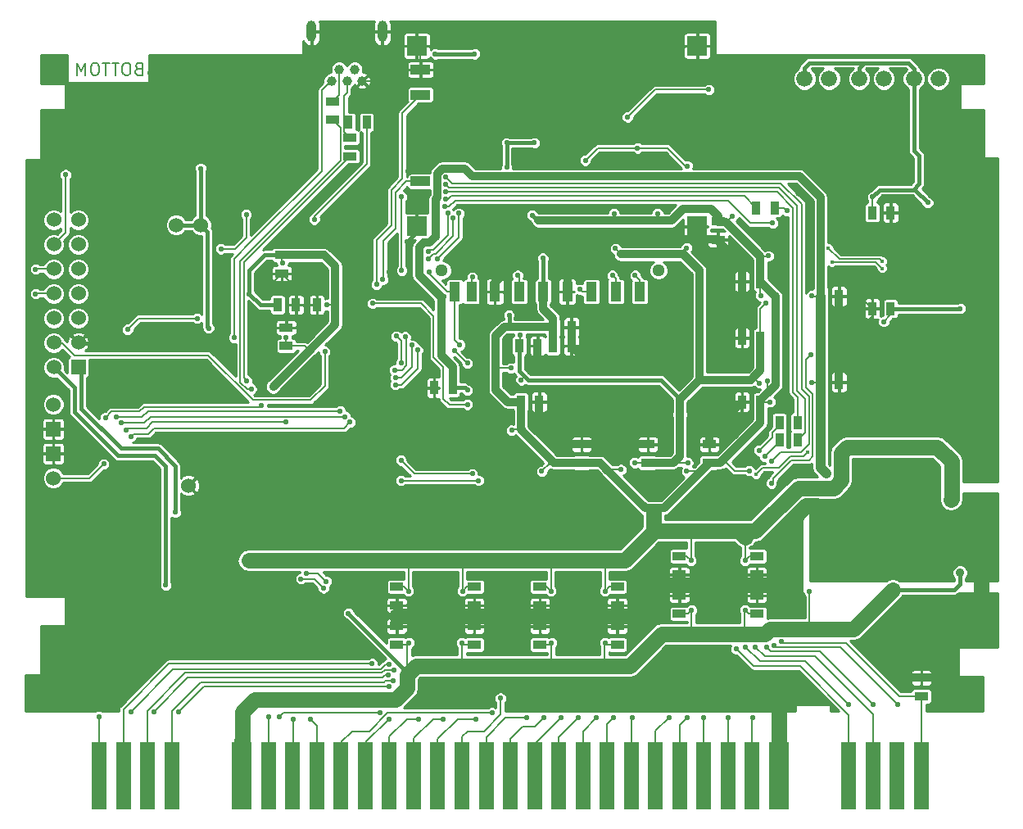
<source format=gbl>
G04 (created by PCBNEW-RS274X (20100409 SVN-R2518)-unstable) date Thu 05 Aug 2010 10:59:05 AM CEST*
G01*
G70*
G90*
%MOIN*%
G04 Gerber Fmt 3.4, Leading zero omitted, Abs format*
%FSLAX34Y34*%
G04 APERTURE LIST*
%ADD10C,0.008000*%
%ADD11C,0.008300*%
%ADD12R,0.060000X0.060000*%
%ADD13C,0.060000*%
%ADD14C,0.039400*%
%ADD15O,0.039400X0.086600*%
%ADD16C,0.066000*%
%ADD17R,0.059100X0.275600*%
%ADD18R,0.078700X0.275600*%
%ADD19R,0.035000X0.055000*%
%ADD20R,0.055000X0.035000*%
%ADD21C,0.051200*%
%ADD22R,0.043300X0.078700*%
%ADD23R,0.078700X0.078700*%
%ADD24R,0.078700X0.039400*%
%ADD25C,0.021800*%
%ADD26C,0.035000*%
%ADD27C,0.015700*%
%ADD28C,0.032000*%
%ADD29C,0.040000*%
%ADD30C,0.016000*%
%ADD31C,0.064000*%
%ADD32C,0.005900*%
%ADD33C,0.006000*%
%ADD34C,0.010000*%
G04 APERTURE END LIST*
G54D10*
G54D11*
X41954Y-23840D02*
X41883Y-23864D01*
X41859Y-23888D01*
X41835Y-23936D01*
X41835Y-24007D01*
X41859Y-24055D01*
X41883Y-24079D01*
X41930Y-24102D01*
X42121Y-24102D01*
X42121Y-23602D01*
X41954Y-23602D01*
X41907Y-23626D01*
X41883Y-23650D01*
X41859Y-23698D01*
X41859Y-23745D01*
X41883Y-23793D01*
X41907Y-23817D01*
X41954Y-23840D01*
X42121Y-23840D01*
X41526Y-23602D02*
X41430Y-23602D01*
X41383Y-23626D01*
X41335Y-23674D01*
X41311Y-23769D01*
X41311Y-23936D01*
X41335Y-24031D01*
X41383Y-24079D01*
X41430Y-24102D01*
X41526Y-24102D01*
X41573Y-24079D01*
X41621Y-24031D01*
X41645Y-23936D01*
X41645Y-23769D01*
X41621Y-23674D01*
X41573Y-23626D01*
X41526Y-23602D01*
X41168Y-23602D02*
X40883Y-23602D01*
X41026Y-24102D02*
X41026Y-23602D01*
X40787Y-23602D02*
X40502Y-23602D01*
X40645Y-24102D02*
X40645Y-23602D01*
X40240Y-23602D02*
X40144Y-23602D01*
X40097Y-23626D01*
X40049Y-23674D01*
X40025Y-23769D01*
X40025Y-23936D01*
X40049Y-24031D01*
X40097Y-24079D01*
X40144Y-24102D01*
X40240Y-24102D01*
X40287Y-24079D01*
X40335Y-24031D01*
X40359Y-23936D01*
X40359Y-23769D01*
X40335Y-23674D01*
X40287Y-23626D01*
X40240Y-23602D01*
X39811Y-24102D02*
X39811Y-23602D01*
X39644Y-23960D01*
X39478Y-23602D01*
X39478Y-24102D01*
G54D12*
X38500Y-38500D03*
G54D13*
X38500Y-37500D03*
G54D14*
X50135Y-23864D03*
X50450Y-24336D03*
X50765Y-23864D03*
X51080Y-24336D03*
X49820Y-24336D03*
G54D15*
X49013Y-22328D03*
X51887Y-22328D03*
G54D12*
X38500Y-39500D03*
G54D13*
X38500Y-40500D03*
X44000Y-40800D03*
X44500Y-30200D03*
X43500Y-30200D03*
G54D16*
X71300Y-24250D03*
X72300Y-24250D03*
X73525Y-24250D03*
X74525Y-24250D03*
G54D12*
X39516Y-35992D03*
G54D13*
X38516Y-35992D03*
X39516Y-34992D03*
X38516Y-34992D03*
X39516Y-33992D03*
X38516Y-33992D03*
X39516Y-32992D03*
X38516Y-32992D03*
X39516Y-31992D03*
X38516Y-31992D03*
X39516Y-30992D03*
X38516Y-30992D03*
X39516Y-29992D03*
X38516Y-29992D03*
G54D16*
X69075Y-24250D03*
X70075Y-24250D03*
G54D17*
X73832Y-52597D03*
X72848Y-52597D03*
X71864Y-52597D03*
X70880Y-52597D03*
G54D18*
X68025Y-52597D03*
G54D17*
X66943Y-52597D03*
X65958Y-52597D03*
X64974Y-52597D03*
X63990Y-52597D03*
X63006Y-52597D03*
X62021Y-52597D03*
X61037Y-52597D03*
X60053Y-52597D03*
X59069Y-52597D03*
X58084Y-52597D03*
X57100Y-52597D03*
X56116Y-52597D03*
X55131Y-52597D03*
X54147Y-52597D03*
X53163Y-52597D03*
X52179Y-52597D03*
X51194Y-52597D03*
X50210Y-52597D03*
X49226Y-52597D03*
X48242Y-52597D03*
X47257Y-52597D03*
G54D18*
X46175Y-52597D03*
G54D17*
X43320Y-52597D03*
X42336Y-52597D03*
X41352Y-52597D03*
X40368Y-52597D03*
G54D19*
X58838Y-34370D03*
X59588Y-34370D03*
X50500Y-26025D03*
X51250Y-26025D03*
X72575Y-33600D03*
X71825Y-33600D03*
X71825Y-29700D03*
X72575Y-29700D03*
G54D20*
X63975Y-46025D03*
X63975Y-45275D03*
X58300Y-47275D03*
X58300Y-46525D03*
X52475Y-47275D03*
X52475Y-46525D03*
X63975Y-43675D03*
X63975Y-44425D03*
X58300Y-44925D03*
X58300Y-45675D03*
X52475Y-44925D03*
X52475Y-45675D03*
G54D19*
X69725Y-33100D03*
X70475Y-33100D03*
X67275Y-34800D03*
X66525Y-34800D03*
G54D20*
X62700Y-39875D03*
X62700Y-39125D03*
G54D19*
X57460Y-35118D03*
X58210Y-35118D03*
G54D20*
X60000Y-39875D03*
X60000Y-39125D03*
X65200Y-39875D03*
X65200Y-39125D03*
G54D19*
X67275Y-37400D03*
X66525Y-37400D03*
X67275Y-32500D03*
X66525Y-32500D03*
G54D20*
X65550Y-30050D03*
X65550Y-30800D03*
G54D19*
X57525Y-37400D03*
X58275Y-37400D03*
G54D20*
X73825Y-49375D03*
X73825Y-48625D03*
G54D19*
X54750Y-36825D03*
X54000Y-36825D03*
X69725Y-36600D03*
X70475Y-36600D03*
X58838Y-35118D03*
X59588Y-35118D03*
X47625Y-33450D03*
X48375Y-33450D03*
G54D20*
X47800Y-31425D03*
X47800Y-32175D03*
G54D19*
X49975Y-33450D03*
X49225Y-33450D03*
G54D20*
X47975Y-35125D03*
X47975Y-34375D03*
X55625Y-44925D03*
X55625Y-45675D03*
X61450Y-44925D03*
X61450Y-45675D03*
X67125Y-43675D03*
X67125Y-44425D03*
X67125Y-46025D03*
X67125Y-45275D03*
X61450Y-47275D03*
X61450Y-46525D03*
X55625Y-47275D03*
X55625Y-46525D03*
G54D21*
X54314Y-32049D03*
X63133Y-32049D03*
G54D22*
X61391Y-32915D03*
X60407Y-32915D03*
X59422Y-32915D03*
X58438Y-32915D03*
X57454Y-32915D03*
X56470Y-32915D03*
X55515Y-32915D03*
X54845Y-32915D03*
X62375Y-32915D03*
G54D23*
X64708Y-30258D03*
X64708Y-22915D03*
X53290Y-30258D03*
X53290Y-22915D03*
G54D24*
X53448Y-28427D03*
X53448Y-24903D03*
X53448Y-23880D03*
G54D19*
X68050Y-38250D03*
X68800Y-38250D03*
X67850Y-29500D03*
X67100Y-29500D03*
X68050Y-38950D03*
X68800Y-38950D03*
G54D20*
X50575Y-26650D03*
X50575Y-27400D03*
X49875Y-25175D03*
X49875Y-25925D03*
G54D25*
X54400Y-33100D03*
G54D26*
X69961Y-40315D03*
G54D25*
X55350Y-36925D03*
X69375Y-33075D03*
X69375Y-36625D03*
X75412Y-33600D03*
X72297Y-34135D03*
G54D26*
X64003Y-37908D03*
G54D25*
X64300Y-27800D03*
X60150Y-27575D03*
X57501Y-34686D03*
X67243Y-36634D03*
X61374Y-31157D03*
X64272Y-31129D03*
X57540Y-36505D03*
X67513Y-33362D03*
X62275Y-27070D03*
X64325Y-39875D03*
X62150Y-39875D03*
X66825Y-40200D03*
X58425Y-31550D03*
X66142Y-29842D03*
X56950Y-27850D03*
X74094Y-29291D03*
X43465Y-41890D03*
X47826Y-31741D03*
G54D26*
X47450Y-36775D03*
G54D25*
X56950Y-26860D03*
X57050Y-33875D03*
G54D26*
X75025Y-41375D03*
X75050Y-40900D03*
X75050Y-40425D03*
G54D25*
X46478Y-32998D03*
X58070Y-26860D03*
X71842Y-29061D03*
X47976Y-34771D03*
X49632Y-33454D03*
X63090Y-29731D03*
X61317Y-29731D03*
X57991Y-29803D03*
X67598Y-31457D03*
X67283Y-33071D03*
X67559Y-36535D03*
X67677Y-37402D03*
X57125Y-36025D03*
X64275Y-40225D03*
X61600Y-40150D03*
X58375Y-40225D03*
X57150Y-38550D03*
G54D26*
X47450Y-43850D03*
X46950Y-43850D03*
X46450Y-43850D03*
G54D25*
X52950Y-45100D03*
X55150Y-45100D03*
X60950Y-45100D03*
X58750Y-45100D03*
X66650Y-43850D03*
X64450Y-43850D03*
X69275Y-45125D03*
X43075Y-44850D03*
G54D26*
X46575Y-49646D03*
G54D25*
X50512Y-46008D03*
G54D26*
X75400Y-44350D03*
X72650Y-45050D03*
G54D25*
X52975Y-47200D03*
X66650Y-45875D03*
X64475Y-45875D03*
X60950Y-47200D03*
X58775Y-47200D03*
X55125Y-47200D03*
G54D26*
X46200Y-50525D03*
X46200Y-50025D03*
G54D25*
X54040Y-23240D03*
X55640Y-23240D03*
X44500Y-27900D03*
X44825Y-34400D03*
X65175Y-24691D03*
X61866Y-25809D03*
G54D27*
X69213Y-39449D03*
X67087Y-40354D03*
X70182Y-31714D03*
X72224Y-31963D03*
X70039Y-31134D03*
X72224Y-31668D03*
G54D25*
X48800Y-44375D03*
X49600Y-44700D03*
X48575Y-44600D03*
X49500Y-44975D03*
X48950Y-50300D03*
X48250Y-50300D03*
X47250Y-50200D03*
X56700Y-49450D03*
X66300Y-47450D03*
X66675Y-47375D03*
X70850Y-49700D03*
X56350Y-50050D03*
X57750Y-50250D03*
X58450Y-50250D03*
X65950Y-50250D03*
X66950Y-50250D03*
X59150Y-50250D03*
X59850Y-50250D03*
X60600Y-50250D03*
X61300Y-50250D03*
X62050Y-50250D03*
X63550Y-50250D03*
X64300Y-50250D03*
X64950Y-50250D03*
X47700Y-50200D03*
X51800Y-50050D03*
X55700Y-50300D03*
X54350Y-50300D03*
X53350Y-50300D03*
X52150Y-50300D03*
X52325Y-48750D03*
X43600Y-50000D03*
X52150Y-48975D03*
X52350Y-48300D03*
X42600Y-50000D03*
X52125Y-48525D03*
X51475Y-48050D03*
X52150Y-48075D03*
X41650Y-50000D03*
X67075Y-47375D03*
X71850Y-49700D03*
X67525Y-47375D03*
X67825Y-47325D03*
X72850Y-49700D03*
X68125Y-47150D03*
G54D26*
X41800Y-48900D03*
X41800Y-46800D03*
X38400Y-48800D03*
X38400Y-49700D03*
X40725Y-49700D03*
X43125Y-46025D03*
X66500Y-38400D03*
G54D25*
X57062Y-35640D03*
X57047Y-34843D03*
G54D26*
X58000Y-36000D03*
X57700Y-31000D03*
G54D25*
X66176Y-34258D03*
G54D26*
X68110Y-40709D03*
X66496Y-39921D03*
G54D25*
X65721Y-39102D03*
G54D26*
X69764Y-42087D03*
X69764Y-41575D03*
X68583Y-42165D03*
G54D25*
X70157Y-38465D03*
G54D26*
X75000Y-45512D03*
X72992Y-47008D03*
X72992Y-48661D03*
G54D25*
X52900Y-30875D03*
X52244Y-31024D03*
X57950Y-32475D03*
G54D26*
X61125Y-31525D03*
G54D25*
X60324Y-30604D03*
X58031Y-31260D03*
G54D26*
X65300Y-24140D03*
X52244Y-32126D03*
X76260Y-41378D03*
X76500Y-39500D03*
X76500Y-38000D03*
X76500Y-36500D03*
X76500Y-35000D03*
X75000Y-35000D03*
X73500Y-36500D03*
X72000Y-38000D03*
X48600Y-46850D03*
X76260Y-44449D03*
X75000Y-47000D03*
X75000Y-49000D03*
X76500Y-47000D03*
X76500Y-45500D03*
X74291Y-40276D03*
X72756Y-40276D03*
X71260Y-40276D03*
X71100Y-41400D03*
X73475Y-41400D03*
X72275Y-41975D03*
G54D25*
X74075Y-29902D03*
G54D26*
X76260Y-42913D03*
X56900Y-41800D03*
X55800Y-42700D03*
X66800Y-26100D03*
X66800Y-24140D03*
X60000Y-36000D03*
X64000Y-36500D03*
X62000Y-36000D03*
X64000Y-32000D03*
X60000Y-37000D03*
X62000Y-37000D03*
X52300Y-35700D03*
G54D25*
X52650Y-33025D03*
G54D26*
X50700Y-35700D03*
X50700Y-37400D03*
X52300Y-37400D03*
X48775Y-43200D03*
X48775Y-36775D03*
X52500Y-41000D03*
X50000Y-41000D03*
X50000Y-42874D03*
X50300Y-40200D03*
X52480Y-42441D03*
X55800Y-41000D03*
X53000Y-37100D03*
X52300Y-38700D03*
X50700Y-38700D03*
G54D25*
X58684Y-26838D03*
G54D26*
X38500Y-44700D03*
X44025Y-45125D03*
X48900Y-34700D03*
X48900Y-32500D03*
G54D25*
X52150Y-34025D03*
X64863Y-31126D03*
G54D26*
X47700Y-43200D03*
X46400Y-43200D03*
X44800Y-44300D03*
X44800Y-43200D03*
X45700Y-46800D03*
X46600Y-44500D03*
X47700Y-44500D03*
X65775Y-40275D03*
X67300Y-30825D03*
X69275Y-29625D03*
X68875Y-28875D03*
X68650Y-45925D03*
X68650Y-45500D03*
X68400Y-45100D03*
X60000Y-22700D03*
X63000Y-22700D03*
X58500Y-22700D03*
X55500Y-22700D03*
X57000Y-24000D03*
G54D25*
X60180Y-23920D03*
X73320Y-34140D03*
X57860Y-24500D03*
G54D26*
X42500Y-24000D03*
X45500Y-24000D03*
X41600Y-35900D03*
X44800Y-47700D03*
X56500Y-27000D03*
X54200Y-24000D03*
X55500Y-24000D03*
X55500Y-27500D03*
X54000Y-25500D03*
X53000Y-28000D03*
X51450Y-25500D03*
X51450Y-28000D03*
X49000Y-24000D03*
X46000Y-27000D03*
X47500Y-25500D03*
X49000Y-25500D03*
X47500Y-28000D03*
X45000Y-28000D03*
X49000Y-28000D03*
X42800Y-30300D03*
X40200Y-30300D03*
X44000Y-28000D03*
X41000Y-28000D03*
X42500Y-27000D03*
X39500Y-27000D03*
X44000Y-25500D03*
X41000Y-25500D03*
X52500Y-40200D03*
X64200Y-27300D03*
X63100Y-26000D03*
X65500Y-37000D03*
X65500Y-36000D03*
X65500Y-32000D03*
X65500Y-34000D03*
X64500Y-37500D03*
X63500Y-39400D03*
X63500Y-37500D03*
X66600Y-31600D03*
X58000Y-39800D03*
X57300Y-39100D03*
X64500Y-39400D03*
X66500Y-36000D03*
X75100Y-30500D03*
X71400Y-27400D03*
X67840Y-24140D03*
X70050Y-26350D03*
X73400Y-28000D03*
X40200Y-37100D03*
X45900Y-37300D03*
X47700Y-41300D03*
X47700Y-39200D03*
X46400Y-41300D03*
X46400Y-39900D03*
X54000Y-36120D03*
X46600Y-47700D03*
X50125Y-47750D03*
X50000Y-44600D03*
X51300Y-44600D03*
X51200Y-47750D03*
X47000Y-35000D03*
X47000Y-32500D03*
X41600Y-32100D03*
X43000Y-32100D03*
X40100Y-35000D03*
G54D25*
X57586Y-45603D03*
X70375Y-30325D03*
X70375Y-30924D03*
X71741Y-38647D03*
X71604Y-34141D03*
X72579Y-29062D03*
X46970Y-34380D03*
X49225Y-33025D03*
X47295Y-32174D03*
X66169Y-32487D03*
X66148Y-30954D03*
X61708Y-30510D03*
X58306Y-38605D03*
X59939Y-38682D03*
X63278Y-39109D03*
X64818Y-38451D03*
X66523Y-36931D03*
X59778Y-25702D03*
X59998Y-25143D03*
G54D26*
X55775Y-46100D03*
G54D25*
X57600Y-46600D03*
G54D26*
X52450Y-46100D03*
X59100Y-46100D03*
G54D25*
X52150Y-34850D03*
X45250Y-35575D03*
X44600Y-34675D03*
G54D26*
X68025Y-49800D03*
X68025Y-49300D03*
X68025Y-48800D03*
G54D25*
X40350Y-50200D03*
X69331Y-35472D03*
X67717Y-40709D03*
X61250Y-32250D03*
X55551Y-32323D03*
X41075Y-38025D03*
X50175Y-37775D03*
X52400Y-36100D03*
X52825Y-34750D03*
X53325Y-35285D03*
X52425Y-36700D03*
X50575Y-38225D03*
X41654Y-38819D03*
X55550Y-40325D03*
X52650Y-39775D03*
X52650Y-35825D03*
X52450Y-34725D03*
X55350Y-37505D03*
X51500Y-33395D03*
X52650Y-40600D03*
X55800Y-40600D03*
X67725Y-39825D03*
X54475Y-28250D03*
X39000Y-28150D03*
X62175Y-32250D03*
X53800Y-32125D03*
X52677Y-32047D03*
X52675Y-29050D03*
X55039Y-35079D03*
X54475Y-28850D03*
X37775Y-32000D03*
X67225Y-39375D03*
X54475Y-29150D03*
X46350Y-29775D03*
X45325Y-31175D03*
X68350Y-29625D03*
X37775Y-33000D03*
X54475Y-28550D03*
X67450Y-39625D03*
X54425Y-29450D03*
X67775Y-30125D03*
X53100Y-35095D03*
X52425Y-36400D03*
X50375Y-38000D03*
X41275Y-38250D03*
X59925Y-32825D03*
X57400Y-32250D03*
X47953Y-38228D03*
X41457Y-38543D03*
X46380Y-36550D03*
X40551Y-39921D03*
X40630Y-38031D03*
X46969Y-37559D03*
X46560Y-36880D03*
X51650Y-32625D03*
X49550Y-35350D03*
X55350Y-35825D03*
X54825Y-35325D03*
X53750Y-31575D03*
X54775Y-29925D03*
X54550Y-29725D03*
X53750Y-31275D03*
X51900Y-32425D03*
X44350Y-34000D03*
X41525Y-34450D03*
X49125Y-29975D03*
X54125Y-31575D03*
X55000Y-29725D03*
X45860Y-34780D03*
G54D10*
X54340Y-33100D02*
X54291Y-33149D01*
X54400Y-33100D02*
X54340Y-33100D01*
G54D28*
X53800Y-30925D02*
X53563Y-30925D01*
X53563Y-30925D02*
X53386Y-31102D01*
X53386Y-31102D02*
X53386Y-32244D01*
X53386Y-32244D02*
X54291Y-33149D01*
X54050Y-30675D02*
X54050Y-29150D01*
X54050Y-29150D02*
X54125Y-29075D01*
X54125Y-29075D02*
X54125Y-28100D01*
X54125Y-28100D02*
X54325Y-27900D01*
X54325Y-27900D02*
X55247Y-27900D01*
X55247Y-27900D02*
X55556Y-28209D01*
X69725Y-33100D02*
X69725Y-29072D01*
X68862Y-28209D02*
X55556Y-28209D01*
X69725Y-29072D02*
X68862Y-28209D01*
X53800Y-30925D02*
X54050Y-30675D01*
X54750Y-35970D02*
X54750Y-36825D01*
X54291Y-33149D02*
X54291Y-35511D01*
X54291Y-35511D02*
X54750Y-35970D01*
G54D29*
X69725Y-36600D02*
X69725Y-40075D01*
X69961Y-40315D02*
X69725Y-40075D01*
G54D30*
X55350Y-36925D02*
X55250Y-36825D01*
X55250Y-36825D02*
X54750Y-36825D01*
G54D29*
X69725Y-36600D02*
X69725Y-33100D01*
G54D10*
X69375Y-33075D02*
X69400Y-33100D01*
X69400Y-33100D02*
X69725Y-33100D01*
X69375Y-36625D02*
X69400Y-36600D01*
X69400Y-36600D02*
X69725Y-36600D01*
G54D30*
X75412Y-33600D02*
X72575Y-33600D01*
G54D10*
X72575Y-33857D02*
X72575Y-33600D01*
X72297Y-34135D02*
X72575Y-33857D01*
G54D28*
X64000Y-37908D02*
X64003Y-37908D01*
G54D10*
X63495Y-27070D02*
X64225Y-27800D01*
X64225Y-27800D02*
X64300Y-27800D01*
X63495Y-27070D02*
X62275Y-27070D01*
X62275Y-27070D02*
X60655Y-27070D01*
X60655Y-27070D02*
X60150Y-27575D01*
X57501Y-34686D02*
X57501Y-35077D01*
X57501Y-35077D02*
X57460Y-35118D01*
G54D30*
X57460Y-35118D02*
X57460Y-36140D01*
X57460Y-36140D02*
X57684Y-36364D01*
G54D10*
X67243Y-36634D02*
X67009Y-36400D01*
X67009Y-36400D02*
X67009Y-36391D01*
X61374Y-31157D02*
X61593Y-31376D01*
X61593Y-31376D02*
X61593Y-31390D01*
G54D28*
X61593Y-31390D02*
X64140Y-31390D01*
G54D10*
X64272Y-31129D02*
X64140Y-31261D01*
X64140Y-31261D02*
X64140Y-31390D01*
X57681Y-36364D02*
X57684Y-36364D01*
X57540Y-36505D02*
X57681Y-36364D01*
G54D30*
X63225Y-36505D02*
X64010Y-37290D01*
X57825Y-36505D02*
X63225Y-36505D01*
X57684Y-36364D02*
X57825Y-36505D01*
G54D28*
X64800Y-36500D02*
X64800Y-32050D01*
X64800Y-32050D02*
X64140Y-31390D01*
G54D10*
X67275Y-33600D02*
X67275Y-34800D01*
X67513Y-33362D02*
X67275Y-33600D01*
X64325Y-39875D02*
X63725Y-39875D01*
X62150Y-39875D02*
X62700Y-39875D01*
G54D28*
X62700Y-39875D02*
X63725Y-39875D01*
X67275Y-36125D02*
X67275Y-34800D01*
X66900Y-36500D02*
X67009Y-36391D01*
X67009Y-36391D02*
X67275Y-36125D01*
X64800Y-36500D02*
X66900Y-36500D01*
X64000Y-37300D02*
X64010Y-37290D01*
X64010Y-37290D02*
X64800Y-36500D01*
X64000Y-39600D02*
X64000Y-37908D01*
X63725Y-39875D02*
X64000Y-39600D01*
X64000Y-37908D02*
X64000Y-37300D01*
G54D10*
X65773Y-39747D02*
X65773Y-39749D01*
X66224Y-40200D02*
X65773Y-39749D01*
X66825Y-40200D02*
X66224Y-40200D01*
G54D28*
X67275Y-37400D02*
X67275Y-38245D01*
X67275Y-38245D02*
X65773Y-39747D01*
X65773Y-39747D02*
X65645Y-39875D01*
X65645Y-39875D02*
X65200Y-39875D01*
X65875Y-30075D02*
X65575Y-30075D01*
X65575Y-30075D02*
X65550Y-30050D01*
X63089Y-30025D02*
X63650Y-30025D01*
X63650Y-30025D02*
X64125Y-29550D01*
X64125Y-29550D02*
X65250Y-29550D01*
X65250Y-29550D02*
X65550Y-29850D01*
X65550Y-29850D02*
X65550Y-30050D01*
G54D30*
X58425Y-31550D02*
X58425Y-32902D01*
X58425Y-32902D02*
X58438Y-32915D01*
G54D28*
X58838Y-34370D02*
X58838Y-34013D01*
X58438Y-33613D02*
X58438Y-32915D01*
X58838Y-34013D02*
X58438Y-33613D01*
G54D10*
X66142Y-29842D02*
X65892Y-30092D01*
X65875Y-30100D02*
X65875Y-30075D01*
G54D28*
X67275Y-31475D02*
X65875Y-30075D01*
G54D10*
X65892Y-30092D02*
X65883Y-30092D01*
X65883Y-30092D02*
X65875Y-30100D01*
G54D30*
X56950Y-26860D02*
X56950Y-27850D01*
X73483Y-28762D02*
X73565Y-28762D01*
X73565Y-28762D02*
X74094Y-29291D01*
X72141Y-28762D02*
X73483Y-28762D01*
X71842Y-29061D02*
X72141Y-28762D01*
X73525Y-27175D02*
X73525Y-24250D01*
X73741Y-27391D02*
X73525Y-27175D01*
X73741Y-28504D02*
X73741Y-27391D01*
X73483Y-28762D02*
X73741Y-28504D01*
X47625Y-33450D02*
X46930Y-33450D01*
X46930Y-33450D02*
X46478Y-32998D01*
X39646Y-36122D02*
X39516Y-35992D01*
X39646Y-37678D02*
X39646Y-36122D01*
X41259Y-39291D02*
X39646Y-37678D01*
X42756Y-39291D02*
X41259Y-39291D01*
X43465Y-40000D02*
X42756Y-39291D01*
X43465Y-41890D02*
X43465Y-40000D01*
G54D28*
X58838Y-35118D02*
X58838Y-34370D01*
X57050Y-34350D02*
X58818Y-34350D01*
X58818Y-34350D02*
X58838Y-34370D01*
G54D30*
X69075Y-24250D02*
X69075Y-23800D01*
X69277Y-23598D02*
X71502Y-23598D01*
X69075Y-23800D02*
X69277Y-23598D01*
G54D28*
X48917Y-35308D02*
X47450Y-36775D01*
G54D30*
X57050Y-33875D02*
X57050Y-34350D01*
G54D31*
X75050Y-40900D02*
X75050Y-41350D01*
X75050Y-41350D02*
X75025Y-41375D01*
X75050Y-40425D02*
X75050Y-40900D01*
X66450Y-42650D02*
X67075Y-42650D01*
X75050Y-39825D02*
X75050Y-40425D01*
X74475Y-39250D02*
X75050Y-39825D01*
X70800Y-39250D02*
X74475Y-39250D01*
X70575Y-39475D02*
X70800Y-39250D01*
X70575Y-40575D02*
X70575Y-39475D01*
X70250Y-40900D02*
X70575Y-40575D01*
X68825Y-40900D02*
X70250Y-40900D01*
X67075Y-42650D02*
X68825Y-40900D01*
X62940Y-41880D02*
X62940Y-42640D01*
G54D28*
X62940Y-41725D02*
X62940Y-41880D01*
G54D31*
X62940Y-42640D02*
X62950Y-42650D01*
G54D28*
X62600Y-41725D02*
X62940Y-41725D01*
X62940Y-41725D02*
X63350Y-41725D01*
G54D30*
X47106Y-31425D02*
X46478Y-32053D01*
X46478Y-32053D02*
X46478Y-32998D01*
X47800Y-31425D02*
X47106Y-31425D01*
X56950Y-26860D02*
X58070Y-26860D01*
G54D10*
X71825Y-29078D02*
X71825Y-29700D01*
X71842Y-29061D02*
X71825Y-29078D01*
G54D30*
X73525Y-24250D02*
X73525Y-23834D01*
X73289Y-23598D02*
X71502Y-23598D01*
X73525Y-23834D02*
X73289Y-23598D01*
X71502Y-23598D02*
X71300Y-23800D01*
X71300Y-23800D02*
X71300Y-24250D01*
G54D10*
X47975Y-35125D02*
X48733Y-35125D01*
X48917Y-35309D02*
X48917Y-35308D01*
X48733Y-35125D02*
X48917Y-35309D01*
X47975Y-34808D02*
X47975Y-35125D01*
X47976Y-34771D02*
X47975Y-34808D01*
X47800Y-31715D02*
X47800Y-31425D01*
X47826Y-31741D02*
X47800Y-31715D01*
X49636Y-33450D02*
X49975Y-33450D01*
X49632Y-33454D02*
X49636Y-33450D01*
X63090Y-29731D02*
X63089Y-30025D01*
X61317Y-29731D02*
X61317Y-30025D01*
X58213Y-30025D02*
X58244Y-30025D01*
G54D28*
X61317Y-30025D02*
X58244Y-30025D01*
G54D30*
X57991Y-29803D02*
X58213Y-30025D01*
G54D28*
X63089Y-30025D02*
X61317Y-30025D01*
G54D10*
X67580Y-31475D02*
X67275Y-31475D01*
X67598Y-31457D02*
X67580Y-31475D01*
X67275Y-33063D02*
X67275Y-32500D01*
X67283Y-33071D02*
X67275Y-33063D01*
X67556Y-36538D02*
X67556Y-37044D01*
X67559Y-36535D02*
X67556Y-36538D01*
X67675Y-37400D02*
X67275Y-37400D01*
X67677Y-37402D02*
X67675Y-37400D01*
X57125Y-36025D02*
X56500Y-36025D01*
X64275Y-40225D02*
X64850Y-40225D01*
X60975Y-40200D02*
X60975Y-40100D01*
X61025Y-40150D02*
X60975Y-40200D01*
X61600Y-40150D02*
X61025Y-40150D01*
X58725Y-39875D02*
X58875Y-39875D01*
X58375Y-40225D02*
X58725Y-39875D01*
X57175Y-38525D02*
X57525Y-38525D01*
X57150Y-38550D02*
X57175Y-38525D01*
G54D28*
X49975Y-33450D02*
X49975Y-31875D01*
X49525Y-31425D02*
X47800Y-31425D01*
X49975Y-31875D02*
X49525Y-31425D01*
X48917Y-35308D02*
X49975Y-34250D01*
X49975Y-34250D02*
X49975Y-33450D01*
X60000Y-39875D02*
X60750Y-39875D01*
X60750Y-39875D02*
X60975Y-40100D01*
X60975Y-40100D02*
X62600Y-41725D01*
G54D10*
X67125Y-43675D02*
X66825Y-43675D01*
X66825Y-43675D02*
X66650Y-43850D01*
X63975Y-43675D02*
X64275Y-43675D01*
X64275Y-43675D02*
X64450Y-43850D01*
X61450Y-44925D02*
X61125Y-44925D01*
X61125Y-44925D02*
X60950Y-45100D01*
X58300Y-44925D02*
X58575Y-44925D01*
X58575Y-44925D02*
X58750Y-45100D01*
X55625Y-44925D02*
X55325Y-44925D01*
X55325Y-44925D02*
X55150Y-45100D01*
X52475Y-44925D02*
X52775Y-44925D01*
X52775Y-44925D02*
X52950Y-45100D01*
G54D28*
X57525Y-37400D02*
X57525Y-38525D01*
X58875Y-39875D02*
X60000Y-39875D01*
X57525Y-38525D02*
X58875Y-39875D01*
X57050Y-34350D02*
X56850Y-34350D01*
X56850Y-34350D02*
X56500Y-34700D01*
X56500Y-34700D02*
X56500Y-36025D01*
X56500Y-36025D02*
X56500Y-36900D01*
X56500Y-36900D02*
X57000Y-37400D01*
X57000Y-37400D02*
X57525Y-37400D01*
X67275Y-32500D02*
X67275Y-31475D01*
X67275Y-37400D02*
X67275Y-37325D01*
X67900Y-33125D02*
X67275Y-32500D01*
X67900Y-36700D02*
X67900Y-33125D01*
X67275Y-37325D02*
X67556Y-37044D01*
X67556Y-37044D02*
X67900Y-36700D01*
X63350Y-41725D02*
X64850Y-40225D01*
X64850Y-40225D02*
X65200Y-39875D01*
G54D31*
X46950Y-43850D02*
X46450Y-43850D01*
X46450Y-43850D02*
X47450Y-43850D01*
X47450Y-43850D02*
X52950Y-43850D01*
G54D10*
X52950Y-45100D02*
X52950Y-43850D01*
X55150Y-45100D02*
X55150Y-43850D01*
X60950Y-45100D02*
X60950Y-43850D01*
X58750Y-43850D02*
X58750Y-45100D01*
G54D31*
X66450Y-42650D02*
X64450Y-42650D01*
X66450Y-42700D02*
X66450Y-42650D01*
X66650Y-42900D02*
X66450Y-42700D01*
G54D10*
X66650Y-43850D02*
X66650Y-42900D01*
X64450Y-43850D02*
X64450Y-42650D01*
G54D31*
X62950Y-42650D02*
X64450Y-42650D01*
X61750Y-43850D02*
X62950Y-42650D01*
X60950Y-43850D02*
X61750Y-43850D01*
X52950Y-43850D02*
X55150Y-43850D01*
X55150Y-43850D02*
X58750Y-43850D01*
X58750Y-43850D02*
X60950Y-43850D01*
G54D10*
X69275Y-45125D02*
X69275Y-46650D01*
G54D30*
X39350Y-36826D02*
X38516Y-35992D01*
X43075Y-44850D02*
X43075Y-40025D01*
X43075Y-40025D02*
X42640Y-39590D01*
X42640Y-39590D02*
X41140Y-39590D01*
X41140Y-39590D02*
X39350Y-37800D01*
X39350Y-37800D02*
X39350Y-36826D01*
G54D31*
X46575Y-49646D02*
X46200Y-50021D01*
X46200Y-50025D02*
X46200Y-50021D01*
X46200Y-50021D02*
X46696Y-49525D01*
X46696Y-49525D02*
X52425Y-49525D01*
X52900Y-48500D02*
X52900Y-49050D01*
X52425Y-49525D02*
X52900Y-49050D01*
G54D29*
X52875Y-48525D02*
X52900Y-48500D01*
G54D30*
X52875Y-48375D02*
X50512Y-46012D01*
X50512Y-46012D02*
X50512Y-46008D01*
X52875Y-48525D02*
X52875Y-48375D01*
G54D31*
X69275Y-46650D02*
X71050Y-46650D01*
X71050Y-46650D02*
X72650Y-45050D01*
G54D30*
X75400Y-44350D02*
X75400Y-44800D01*
X75400Y-44800D02*
X75150Y-45050D01*
X75150Y-45050D02*
X72650Y-45050D01*
G54D10*
X69275Y-46650D02*
X69275Y-46550D01*
G54D31*
X66625Y-46850D02*
X67475Y-46850D01*
X67675Y-46650D02*
X69275Y-46650D01*
X67475Y-46850D02*
X67675Y-46650D01*
G54D10*
X67125Y-46025D02*
X66800Y-46025D01*
X66800Y-46025D02*
X66650Y-45875D01*
X63975Y-46025D02*
X64325Y-46025D01*
X64325Y-46025D02*
X64475Y-45875D01*
X61450Y-47275D02*
X61025Y-47275D01*
X61025Y-47275D02*
X60950Y-47200D01*
X58300Y-47275D02*
X58700Y-47275D01*
X58700Y-47275D02*
X58775Y-47200D01*
X55625Y-47275D02*
X55200Y-47275D01*
X55200Y-47275D02*
X55125Y-47200D01*
X52475Y-47275D02*
X52900Y-47275D01*
X52900Y-47275D02*
X52975Y-47200D01*
X52900Y-47275D02*
X52900Y-48500D01*
G54D31*
X52900Y-48500D02*
X53250Y-48150D01*
X53250Y-48150D02*
X55125Y-48150D01*
G54D10*
X66625Y-45900D02*
X66625Y-46850D01*
G54D31*
X64475Y-46850D02*
X66625Y-46850D01*
G54D10*
X66650Y-45875D02*
X66625Y-45900D01*
X64475Y-45875D02*
X64475Y-46850D01*
X60925Y-47225D02*
X60925Y-48150D01*
X60950Y-47200D02*
X60925Y-47225D01*
X58775Y-47200D02*
X58775Y-48150D01*
X55125Y-47200D02*
X55125Y-48150D01*
G54D31*
X63250Y-46850D02*
X64475Y-46850D01*
X61950Y-48150D02*
X63250Y-46850D01*
X60925Y-48150D02*
X61950Y-48150D01*
X55125Y-48150D02*
X58775Y-48150D01*
X58775Y-48150D02*
X60925Y-48150D01*
X46175Y-52597D02*
X46175Y-51175D01*
X46200Y-51150D02*
X46200Y-50525D01*
X46200Y-50525D02*
X46200Y-50025D01*
X46175Y-51175D02*
X46200Y-51150D01*
G54D30*
X55010Y-23241D02*
X54040Y-23240D01*
X55640Y-23240D02*
X55010Y-23241D01*
X44500Y-27900D02*
X44500Y-30200D01*
X44775Y-34350D02*
X44775Y-30475D01*
X44825Y-34400D02*
X44775Y-34350D01*
X44775Y-30475D02*
X44500Y-30200D01*
X43500Y-30200D02*
X44500Y-30200D01*
G54D32*
X62984Y-24691D02*
X65175Y-24691D01*
X61866Y-25809D02*
X62984Y-24691D01*
X68490Y-39624D02*
X69038Y-39624D01*
X68035Y-40079D02*
X68490Y-39624D01*
X67362Y-40079D02*
X68035Y-40079D01*
X67087Y-40354D02*
X67362Y-40079D01*
X69038Y-39624D02*
X69213Y-39449D01*
X71975Y-31714D02*
X70182Y-31714D01*
X72224Y-31963D02*
X71975Y-31714D01*
X70498Y-31592D02*
X70039Y-31134D01*
X72148Y-31592D02*
X70498Y-31592D01*
X72224Y-31668D02*
X72148Y-31592D01*
G54D10*
X49275Y-44375D02*
X48800Y-44375D01*
X49600Y-44700D02*
X49275Y-44375D01*
X49125Y-44600D02*
X48575Y-44600D01*
X49500Y-44975D02*
X49125Y-44600D01*
X49226Y-52597D02*
X49226Y-50576D01*
X49226Y-50576D02*
X48950Y-50300D01*
X48242Y-52597D02*
X48250Y-52589D01*
X48250Y-50300D02*
X48250Y-52589D01*
X47257Y-50207D02*
X47250Y-50200D01*
X47257Y-52597D02*
X47257Y-50207D01*
X55131Y-52597D02*
X55131Y-51019D01*
X56700Y-50125D02*
X56700Y-49450D01*
X56025Y-50800D02*
X56700Y-50125D01*
X55350Y-50800D02*
X56025Y-50800D01*
X55131Y-51019D02*
X55350Y-50800D01*
X70880Y-52597D02*
X70880Y-50130D01*
X70880Y-50130D02*
X68900Y-48150D01*
X68900Y-48150D02*
X67000Y-48150D01*
X67000Y-48150D02*
X66300Y-47450D01*
X67250Y-47950D02*
X66675Y-47375D01*
X69100Y-47950D02*
X67250Y-47950D01*
X70850Y-49700D02*
X69100Y-47950D01*
X50210Y-52597D02*
X50210Y-51240D01*
X52100Y-50050D02*
X56350Y-50050D01*
X51350Y-50800D02*
X52100Y-50050D01*
X50650Y-50800D02*
X51350Y-50800D01*
X50210Y-51240D02*
X50650Y-50800D01*
X56116Y-52597D02*
X56116Y-51034D01*
X56900Y-50250D02*
X57750Y-50250D01*
X56116Y-51034D02*
X56900Y-50250D01*
X57100Y-52597D02*
X57100Y-51100D01*
X58100Y-50600D02*
X58450Y-50250D01*
X57600Y-50600D02*
X58100Y-50600D01*
X57100Y-51100D02*
X57600Y-50600D01*
X65958Y-52597D02*
X65958Y-50258D01*
X65958Y-50258D02*
X65950Y-50250D01*
X66943Y-52597D02*
X66943Y-50257D01*
X66943Y-50257D02*
X66950Y-50250D01*
X58084Y-51316D02*
X59150Y-50250D01*
X58084Y-51316D02*
X58084Y-52597D01*
X59069Y-51050D02*
X59300Y-50800D01*
X59300Y-50800D02*
X59850Y-50250D01*
X59069Y-51050D02*
X59069Y-52597D01*
X60053Y-50797D02*
X60600Y-50250D01*
X60053Y-50797D02*
X60053Y-52597D01*
X61037Y-52597D02*
X61037Y-50513D01*
X61037Y-50513D02*
X61300Y-50250D01*
X62021Y-50279D02*
X62050Y-50250D01*
X62021Y-50279D02*
X62021Y-52597D01*
X63006Y-52597D02*
X63006Y-50794D01*
X63006Y-50794D02*
X63550Y-50250D01*
X63990Y-52597D02*
X63990Y-50560D01*
X63990Y-50560D02*
X64300Y-50250D01*
X64974Y-52597D02*
X64974Y-50274D01*
X64974Y-50274D02*
X64950Y-50250D01*
X51800Y-50050D02*
X47850Y-50050D01*
X47850Y-50050D02*
X47700Y-50200D01*
X54147Y-51103D02*
X54950Y-50300D01*
X54950Y-50300D02*
X55700Y-50300D01*
X54147Y-51103D02*
X54147Y-52597D01*
X53163Y-51087D02*
X53163Y-52597D01*
X53950Y-50300D02*
X54350Y-50300D01*
X53163Y-51087D02*
X53950Y-50300D01*
X52900Y-50300D02*
X53350Y-50300D01*
X52179Y-51021D02*
X52900Y-50300D01*
X52179Y-52597D02*
X52179Y-51021D01*
X51194Y-52597D02*
X51194Y-51256D01*
X51194Y-51256D02*
X52150Y-50300D01*
X52325Y-48750D02*
X52000Y-48750D01*
X43320Y-49980D02*
X44500Y-48800D01*
X43320Y-49980D02*
X43320Y-52597D01*
X51950Y-48800D02*
X44500Y-48800D01*
X52000Y-48750D02*
X51950Y-48800D01*
X52150Y-48975D02*
X44625Y-48975D01*
X43600Y-50000D02*
X44625Y-48975D01*
X51875Y-48425D02*
X52000Y-48300D01*
X42336Y-52597D02*
X42336Y-49964D01*
X43875Y-48425D02*
X51875Y-48425D01*
X42336Y-49964D02*
X43875Y-48425D01*
X52000Y-48300D02*
X52350Y-48300D01*
X52125Y-48525D02*
X52000Y-48525D01*
X42600Y-50000D02*
X43975Y-48625D01*
X51900Y-48625D02*
X43975Y-48625D01*
X52000Y-48525D02*
X51900Y-48625D01*
X41352Y-52597D02*
X41352Y-49898D01*
X43200Y-48050D02*
X51475Y-48050D01*
X41352Y-49898D02*
X43200Y-48050D01*
X52025Y-48075D02*
X52150Y-48075D01*
X51825Y-48275D02*
X52025Y-48075D01*
X43375Y-48275D02*
X51825Y-48275D01*
X41650Y-50000D02*
X43375Y-48275D01*
X71864Y-52597D02*
X71864Y-50114D01*
X71864Y-50114D02*
X69500Y-47750D01*
X69500Y-47750D02*
X67450Y-47750D01*
X67450Y-47750D02*
X67075Y-47375D01*
X71850Y-49700D02*
X69700Y-47550D01*
X69700Y-47550D02*
X67700Y-47550D01*
X67700Y-47550D02*
X67525Y-47375D01*
X67875Y-47375D02*
X70525Y-47375D01*
X72850Y-49700D02*
X70525Y-47375D01*
X67825Y-47325D02*
X67875Y-47375D01*
X70750Y-47200D02*
X68175Y-47200D01*
X68175Y-47200D02*
X68125Y-47150D01*
X72925Y-49375D02*
X73825Y-49375D01*
X72925Y-49375D02*
X70750Y-47200D01*
X73832Y-52597D02*
X73832Y-49382D01*
X73832Y-49382D02*
X73825Y-49375D01*
G54D33*
X40725Y-49700D02*
X38400Y-49700D01*
G54D10*
X41700Y-48800D02*
X41800Y-48900D01*
G54D33*
X41800Y-46800D02*
X42350Y-46800D01*
X41800Y-46800D02*
X41800Y-48900D01*
X42350Y-46800D02*
X43125Y-46025D01*
G54D10*
X38400Y-48800D02*
X41700Y-48800D01*
X41800Y-44700D02*
X43125Y-46025D01*
X38500Y-44700D02*
X41800Y-44700D01*
G54D33*
X66525Y-37400D02*
X66500Y-37425D01*
X66500Y-38400D02*
X66500Y-37425D01*
X57047Y-34843D02*
X57047Y-35625D01*
X57047Y-35625D02*
X57062Y-35640D01*
G54D10*
X66176Y-34258D02*
X66525Y-34258D01*
X66525Y-34258D02*
X66526Y-34258D01*
X65721Y-39102D02*
X65698Y-39125D01*
X65698Y-39125D02*
X65200Y-39125D01*
G54D31*
X69134Y-41614D02*
X69567Y-41614D01*
G54D33*
X68400Y-42348D02*
X68583Y-42165D01*
X68400Y-45100D02*
X68400Y-42348D01*
G54D30*
X69764Y-41575D02*
X69764Y-42087D01*
G54D31*
X68583Y-42165D02*
X69134Y-41614D01*
G54D10*
X70157Y-38465D02*
X71559Y-38465D01*
X71559Y-38465D02*
X71741Y-38647D01*
G54D33*
X72992Y-48661D02*
X72992Y-47008D01*
X75012Y-45500D02*
X76500Y-45500D01*
X75000Y-45512D02*
X75012Y-45500D01*
G54D28*
X73028Y-48625D02*
X73825Y-48625D01*
X72992Y-48661D02*
X73028Y-48625D01*
G54D30*
X52900Y-30875D02*
X53290Y-30485D01*
X53290Y-30485D02*
X53290Y-30258D01*
X52244Y-32126D02*
X52244Y-31024D01*
G54D10*
X58031Y-31260D02*
X58031Y-32394D01*
X58031Y-32394D02*
X57950Y-32475D01*
G54D28*
X60625Y-30775D02*
X61704Y-30775D01*
X57700Y-31000D02*
X60500Y-31000D01*
X60500Y-31000D02*
X60500Y-31050D01*
X60975Y-31525D02*
X61125Y-31525D01*
X60500Y-31050D02*
X60975Y-31525D01*
G54D10*
X60324Y-30604D02*
X60329Y-30604D01*
X60563Y-30838D02*
X60563Y-30837D01*
X60329Y-30604D02*
X60563Y-30838D01*
X58031Y-31260D02*
X57960Y-31260D01*
X57960Y-31260D02*
X57700Y-31000D01*
X64863Y-31126D02*
X64863Y-30775D01*
X64863Y-30775D02*
X64850Y-30775D01*
G54D28*
X64708Y-30258D02*
X64708Y-30517D01*
X64708Y-30517D02*
X64450Y-30775D01*
X61704Y-30775D02*
X64450Y-30775D01*
X64450Y-30775D02*
X64850Y-30775D01*
X64850Y-30775D02*
X65525Y-30775D01*
X65525Y-30775D02*
X65550Y-30800D01*
X65550Y-30800D02*
X65550Y-30850D01*
X65550Y-30850D02*
X65896Y-31196D01*
G54D10*
X64708Y-22915D02*
X64708Y-23548D01*
X64708Y-23548D02*
X65300Y-24140D01*
X53448Y-23880D02*
X53448Y-23073D01*
X53448Y-23073D02*
X53290Y-22915D01*
X51887Y-22328D02*
X53178Y-22328D01*
X53290Y-22440D02*
X53290Y-22915D01*
X53178Y-22328D02*
X53290Y-22440D01*
G54D28*
X56470Y-32915D02*
X56470Y-32530D01*
X56470Y-32530D02*
X57591Y-31409D01*
X59422Y-32915D02*
X59422Y-31978D01*
X59422Y-31978D02*
X60563Y-30837D01*
X60563Y-30837D02*
X60625Y-30775D01*
G54D33*
X52244Y-32637D02*
X52507Y-32900D01*
X52244Y-32126D02*
X52244Y-32637D01*
G54D10*
X57700Y-31000D02*
X57771Y-31000D01*
G54D28*
X57591Y-31409D02*
X57591Y-31109D01*
X57591Y-31109D02*
X57700Y-31000D01*
X57591Y-31409D02*
X57593Y-31407D01*
G54D31*
X76260Y-42913D02*
X76260Y-41378D01*
X76500Y-38000D02*
X76500Y-39500D01*
X76500Y-36500D02*
X76500Y-35000D01*
X76500Y-36500D02*
X76500Y-38000D01*
G54D33*
X75500Y-30500D02*
X76500Y-31500D01*
X76500Y-31500D02*
X76500Y-35000D01*
X75100Y-30500D02*
X75500Y-30500D01*
X75000Y-35000D02*
X76500Y-35000D01*
G54D10*
X72000Y-38388D02*
X71741Y-38647D01*
G54D33*
X75000Y-35000D02*
X73500Y-36500D01*
X72000Y-38000D02*
X73500Y-36500D01*
G54D10*
X72000Y-38000D02*
X72000Y-38388D01*
X48100Y-47700D02*
X48100Y-47350D01*
X48100Y-47350D02*
X48600Y-46850D01*
G54D31*
X76260Y-44449D02*
X76260Y-45276D01*
G54D28*
X73825Y-48625D02*
X74625Y-48625D01*
X74625Y-48625D02*
X75000Y-49000D01*
X75000Y-49000D02*
X75000Y-47000D01*
X76500Y-47000D02*
X75000Y-47000D01*
X76500Y-45500D02*
X76500Y-47000D01*
G54D33*
X72756Y-40276D02*
X74291Y-40276D01*
X73475Y-41092D02*
X74291Y-40276D01*
X73475Y-41092D02*
X73475Y-41400D01*
X71100Y-41400D02*
X71100Y-40436D01*
X71100Y-40436D02*
X71260Y-40276D01*
G54D30*
X71100Y-41400D02*
X71700Y-41400D01*
X75925Y-41925D02*
X75925Y-42578D01*
X76260Y-42913D02*
X75925Y-42578D01*
X74000Y-41925D02*
X75925Y-41925D01*
X73475Y-41400D02*
X74000Y-41925D01*
X71700Y-41400D02*
X72275Y-41975D01*
G54D10*
X48375Y-33450D02*
X49225Y-33450D01*
X56900Y-41800D02*
X56900Y-39500D01*
G54D33*
X56000Y-42700D02*
X56900Y-41800D01*
X55800Y-42700D02*
X56000Y-42700D01*
G54D10*
X56900Y-39500D02*
X57300Y-39100D01*
X66800Y-24140D02*
X66800Y-26100D01*
G54D33*
X62000Y-36000D02*
X60000Y-36000D01*
X63500Y-36000D02*
X62000Y-36000D01*
X64000Y-36500D02*
X63500Y-36000D01*
X64000Y-32000D02*
X64000Y-36500D01*
X52300Y-35700D02*
X52300Y-35000D01*
X52300Y-35000D02*
X52150Y-34850D01*
X52300Y-35700D02*
X52300Y-35525D01*
X51700Y-32900D02*
X52507Y-32900D01*
X52507Y-32900D02*
X52525Y-32900D01*
X52525Y-32900D02*
X52650Y-33025D01*
X51800Y-32900D02*
X51700Y-32900D01*
X52300Y-35700D02*
X50700Y-35700D01*
X52300Y-37400D02*
X50700Y-37400D01*
X50700Y-35700D02*
X50700Y-37400D01*
X51555Y-32900D02*
X51700Y-32900D01*
X51180Y-33275D02*
X51555Y-32900D01*
X51180Y-34405D02*
X51180Y-33275D01*
X52300Y-35525D02*
X51180Y-34405D01*
G54D28*
X58210Y-35118D02*
X58210Y-35790D01*
X58210Y-35790D02*
X58000Y-36000D01*
X59588Y-34370D02*
X59588Y-35118D01*
X59588Y-35118D02*
X60000Y-35530D01*
X60000Y-36000D02*
X58000Y-36000D01*
X60000Y-35530D02*
X60000Y-36000D01*
G54D33*
X52480Y-42441D02*
X52480Y-41020D01*
X52500Y-41000D02*
X50000Y-41000D01*
X50000Y-42874D02*
X50000Y-41000D01*
X49674Y-43200D02*
X50000Y-42874D01*
X48775Y-43200D02*
X49674Y-43200D01*
X50000Y-41000D02*
X50000Y-40500D01*
X50300Y-40200D02*
X50000Y-40500D01*
X52480Y-41020D02*
X52500Y-41000D01*
X52480Y-42441D02*
X55541Y-42441D01*
X55777Y-42677D02*
X55800Y-42700D01*
X55800Y-41000D02*
X55800Y-42700D01*
X52047Y-42874D02*
X52480Y-42441D01*
X50000Y-42874D02*
X52047Y-42874D01*
X55541Y-42441D02*
X55800Y-42700D01*
G54D10*
X54000Y-36825D02*
X53275Y-36825D01*
G54D33*
X52700Y-37400D02*
X53000Y-37100D01*
X52700Y-37400D02*
X52300Y-37400D01*
X52300Y-37400D02*
X52300Y-38700D01*
X50300Y-40200D02*
X50700Y-39800D01*
X50700Y-39800D02*
X50700Y-38700D01*
X52300Y-38700D02*
X50700Y-38700D01*
G54D10*
X53275Y-36825D02*
X53000Y-37100D01*
X58684Y-26838D02*
X58684Y-26796D01*
X58684Y-26796D02*
X59778Y-25702D01*
X73320Y-34140D02*
X74140Y-34140D01*
X74140Y-34140D02*
X75000Y-35000D01*
X72575Y-29700D02*
X73873Y-29700D01*
X74673Y-30500D02*
X75100Y-30500D01*
X73873Y-29700D02*
X74075Y-29902D01*
X74075Y-29902D02*
X74673Y-30500D01*
X70375Y-30325D02*
X72391Y-30325D01*
X72575Y-30141D02*
X72575Y-29700D01*
X72391Y-30325D02*
X72575Y-30141D01*
G54D33*
X44025Y-45125D02*
X43125Y-46025D01*
G54D10*
X47975Y-34375D02*
X48575Y-34375D01*
G54D33*
X49225Y-34375D02*
X48900Y-34700D01*
X49225Y-34375D02*
X49225Y-33450D01*
G54D10*
X48575Y-34375D02*
X48900Y-34700D01*
X48900Y-32500D02*
X48125Y-32500D01*
G54D33*
X49225Y-32825D02*
X48900Y-32500D01*
X49225Y-33025D02*
X49225Y-32825D01*
G54D10*
X48125Y-32500D02*
X47800Y-32175D01*
X51080Y-24336D02*
X51530Y-24336D01*
X51887Y-23979D02*
X51887Y-22328D01*
X51530Y-24336D02*
X51887Y-23979D01*
X49013Y-22328D02*
X51887Y-22328D01*
G54D30*
X40100Y-35000D02*
X39524Y-35000D01*
X39524Y-35000D02*
X39516Y-34992D01*
G54D10*
X52150Y-34850D02*
X52150Y-34025D01*
X64863Y-31126D02*
X64889Y-31126D01*
G54D33*
X47700Y-43200D02*
X46400Y-43200D01*
X47700Y-43200D02*
X48775Y-43200D01*
X44800Y-44300D02*
X44800Y-43200D01*
X45700Y-46800D02*
X44025Y-45125D01*
X44800Y-44350D02*
X44025Y-45125D01*
X47700Y-44500D02*
X46600Y-44500D01*
X46400Y-44300D02*
X46600Y-44500D01*
X44800Y-44300D02*
X46400Y-44300D01*
X44800Y-44300D02*
X44800Y-44350D01*
G54D31*
X68650Y-45500D02*
X68650Y-45925D01*
X68400Y-45100D02*
X68650Y-45350D01*
X68650Y-45350D02*
X68650Y-45500D01*
X67125Y-44850D02*
X68150Y-44850D01*
X68150Y-44850D02*
X68400Y-45100D01*
G54D33*
X60000Y-22700D02*
X63000Y-22700D01*
X56800Y-24000D02*
X55500Y-22700D01*
X55500Y-22700D02*
X58500Y-22700D01*
X58500Y-22700D02*
X60000Y-22700D01*
X57000Y-24000D02*
X56800Y-24000D01*
G54D10*
X60000Y-23740D02*
X60000Y-22700D01*
X60180Y-23920D02*
X60000Y-23740D01*
X71863Y-34400D02*
X71604Y-34141D01*
X73060Y-34400D02*
X71863Y-34400D01*
X73320Y-34140D02*
X73060Y-34400D01*
G54D33*
X57000Y-24000D02*
X57360Y-24000D01*
X57360Y-24000D02*
X57860Y-24500D01*
X45700Y-46800D02*
X44800Y-47700D01*
X54000Y-25500D02*
X54000Y-26000D01*
X56500Y-26300D02*
X54200Y-24000D01*
X56000Y-27500D02*
X56500Y-27000D01*
X49000Y-24000D02*
X45500Y-24000D01*
X49000Y-22341D02*
X49013Y-22328D01*
X49000Y-24000D02*
X49000Y-22341D01*
X49000Y-24000D02*
X47500Y-25500D01*
X49000Y-28000D02*
X49000Y-25500D01*
X47500Y-28000D02*
X49000Y-28000D01*
X45000Y-28000D02*
X47500Y-28000D01*
X46000Y-27000D02*
X45000Y-28000D01*
X47500Y-25500D02*
X46000Y-27000D01*
X57000Y-24000D02*
X55500Y-24000D01*
X54200Y-24000D02*
X55500Y-24000D01*
X55500Y-27500D02*
X56000Y-27500D01*
X56500Y-27000D02*
X56500Y-26300D01*
X54000Y-26000D02*
X55500Y-27500D01*
X44000Y-28000D02*
X44000Y-28300D01*
X43000Y-30500D02*
X42800Y-30300D01*
X43000Y-32100D02*
X43000Y-30500D01*
X42800Y-30300D02*
X40200Y-30300D01*
X42800Y-29500D02*
X42800Y-30300D01*
X44000Y-28300D02*
X42800Y-29500D01*
X45500Y-24000D02*
X44000Y-25500D01*
X44000Y-25500D02*
X41000Y-25500D01*
X41000Y-25500D02*
X39500Y-27000D01*
X39500Y-27000D02*
X42500Y-27000D01*
X44000Y-28000D02*
X41000Y-28000D01*
X50300Y-40200D02*
X52500Y-40200D01*
X64200Y-27300D02*
X63100Y-26200D01*
X63100Y-26200D02*
X63100Y-26000D01*
X63500Y-37500D02*
X63500Y-39400D01*
X58000Y-39800D02*
X57300Y-39100D01*
X64500Y-39400D02*
X64500Y-39300D01*
X64675Y-39125D02*
X65200Y-39125D01*
X64500Y-39300D02*
X64675Y-39125D01*
X73400Y-28000D02*
X73000Y-27600D01*
X70050Y-26350D02*
X67840Y-24140D01*
X71600Y-27600D02*
X71400Y-27400D01*
X73000Y-27600D02*
X71600Y-27600D01*
X46400Y-39900D02*
X47000Y-39900D01*
X46400Y-41300D02*
X46400Y-43200D01*
X47700Y-41300D02*
X46400Y-41300D01*
X47700Y-39200D02*
X47700Y-41300D01*
X47000Y-39900D02*
X47700Y-39200D01*
X44000Y-40800D02*
X46400Y-43200D01*
X54000Y-36825D02*
X54000Y-36120D01*
X50100Y-47700D02*
X50125Y-47750D01*
X46600Y-47700D02*
X48100Y-47700D01*
X45700Y-46800D02*
X46600Y-47700D01*
X48100Y-47700D02*
X50100Y-47700D01*
X50000Y-44600D02*
X51300Y-44600D01*
X51300Y-45100D02*
X51875Y-45675D01*
X51875Y-45675D02*
X52475Y-45675D01*
X51300Y-44600D02*
X51300Y-45100D01*
X51200Y-47750D02*
X50125Y-47750D01*
X46970Y-34380D02*
X46970Y-34970D01*
X46970Y-34970D02*
X47000Y-35000D01*
X47000Y-32500D02*
X47475Y-32500D01*
X47475Y-32500D02*
X47800Y-32175D01*
X43000Y-32100D02*
X41600Y-32100D01*
G54D10*
X57575Y-45614D02*
X57575Y-46100D01*
X57586Y-45603D02*
X57575Y-45614D01*
X71825Y-33416D02*
X71825Y-33600D01*
X70375Y-30924D02*
X70375Y-30325D01*
G54D30*
X40100Y-35000D02*
X40188Y-35000D01*
X40188Y-35000D02*
X40189Y-35001D01*
G54D28*
X70475Y-36600D02*
X70475Y-33100D01*
G54D10*
X71825Y-33920D02*
X71825Y-33600D01*
X71604Y-34141D02*
X71825Y-33920D01*
X72579Y-29062D02*
X72575Y-29066D01*
X72575Y-29066D02*
X72575Y-29700D01*
X46975Y-34375D02*
X47975Y-34375D01*
X46970Y-34380D02*
X46975Y-34375D01*
X49225Y-33450D02*
X49225Y-33025D01*
X47295Y-32174D02*
X47296Y-32175D01*
X47296Y-32175D02*
X47800Y-32175D01*
X66182Y-32500D02*
X66525Y-32500D01*
X66169Y-32487D02*
X66182Y-32500D01*
X65896Y-31206D02*
X65896Y-31196D01*
X66148Y-30954D02*
X65896Y-31206D01*
X61708Y-30510D02*
X61704Y-30514D01*
X61704Y-30514D02*
X61704Y-30775D01*
X60495Y-30775D02*
X60625Y-30775D01*
X58553Y-38358D02*
X58558Y-38358D01*
X58306Y-38605D02*
X58553Y-38358D01*
X60000Y-38743D02*
X60000Y-39125D01*
X59939Y-38682D02*
X60000Y-38743D01*
X63262Y-39125D02*
X62700Y-39125D01*
X63278Y-39109D02*
X63262Y-39125D01*
X65092Y-38725D02*
X65200Y-38725D01*
X64818Y-38451D02*
X65092Y-38725D01*
X66525Y-36933D02*
X66525Y-37400D01*
X66523Y-36931D02*
X66525Y-36933D01*
G54D32*
X59778Y-25702D02*
X59998Y-25482D01*
X59998Y-25482D02*
X59998Y-25143D01*
G54D29*
X55775Y-46100D02*
X55600Y-46100D01*
G54D10*
X70475Y-33100D02*
X71325Y-33100D01*
X71325Y-33100D02*
X71825Y-33600D01*
X57600Y-46600D02*
X57575Y-46575D01*
X57575Y-46575D02*
X57575Y-46100D01*
X52475Y-46525D02*
X52475Y-46100D01*
X52475Y-45675D02*
X52475Y-46100D01*
G54D31*
X52450Y-46100D02*
X55600Y-46100D01*
G54D10*
X52475Y-46100D02*
X52450Y-46100D01*
X55625Y-46525D02*
X55625Y-46100D01*
X55625Y-45675D02*
X55625Y-46100D01*
X55600Y-46075D02*
X55600Y-46100D01*
X55625Y-46100D02*
X55600Y-46075D01*
X58300Y-46525D02*
X58300Y-46100D01*
X58300Y-45675D02*
X58300Y-46100D01*
X61450Y-46525D02*
X61450Y-46100D01*
X61450Y-45675D02*
X61450Y-46100D01*
X61425Y-46075D02*
X61425Y-46100D01*
X61450Y-46100D02*
X61425Y-46075D01*
X67125Y-45275D02*
X67125Y-44850D01*
X67125Y-44425D02*
X67125Y-44850D01*
X63975Y-45275D02*
X63975Y-44850D01*
X63975Y-44425D02*
X63975Y-44850D01*
X63975Y-44850D02*
X63950Y-44850D01*
G54D31*
X67125Y-44850D02*
X63950Y-44850D01*
X63950Y-44850D02*
X63400Y-44850D01*
X63400Y-44850D02*
X62150Y-46100D01*
X61425Y-46100D02*
X59100Y-46100D01*
X59100Y-46100D02*
X58300Y-46100D01*
X58300Y-46100D02*
X57575Y-46100D01*
X57575Y-46100D02*
X55600Y-46100D01*
X62150Y-46100D02*
X61425Y-46100D01*
G54D28*
X66525Y-32500D02*
X66525Y-31825D01*
X66525Y-31825D02*
X65896Y-31196D01*
X60000Y-39125D02*
X62700Y-39125D01*
X58275Y-37400D02*
X58275Y-38075D01*
X59325Y-39125D02*
X60000Y-39125D01*
X58275Y-38075D02*
X58558Y-38358D01*
X58558Y-38358D02*
X59325Y-39125D01*
X65200Y-39125D02*
X65200Y-38725D01*
X65200Y-38725D02*
X66525Y-37400D01*
X66525Y-34800D02*
X66525Y-34258D01*
X66525Y-34258D02*
X66525Y-32500D01*
G54D30*
X44600Y-34925D02*
X44600Y-34675D01*
X45250Y-35575D02*
X44600Y-34925D01*
G54D31*
X68025Y-52597D02*
X68025Y-48800D01*
X68025Y-49300D02*
X68025Y-49800D01*
G54D10*
X40350Y-50200D02*
X40368Y-50218D01*
X40368Y-50218D02*
X40368Y-52597D01*
X69134Y-35669D02*
X69331Y-35472D01*
X69134Y-36811D02*
X69134Y-35669D01*
X69409Y-37086D02*
X69134Y-36811D01*
X69409Y-39607D02*
X69409Y-37086D01*
X69252Y-39764D02*
X69409Y-39607D01*
X68543Y-39764D02*
X69252Y-39764D01*
X67795Y-40512D02*
X68543Y-39764D01*
X67795Y-40631D02*
X67795Y-40512D01*
X67717Y-40709D02*
X67795Y-40631D01*
X61391Y-32915D02*
X61391Y-32391D01*
X61391Y-32391D02*
X61250Y-32250D01*
X55515Y-32915D02*
X55515Y-32359D01*
X55515Y-32359D02*
X55551Y-32323D01*
X42100Y-38025D02*
X41075Y-38025D01*
X42350Y-37775D02*
X42100Y-38025D01*
X50175Y-37775D02*
X42350Y-37775D01*
X52700Y-36100D02*
X52400Y-36100D01*
X52875Y-35925D02*
X52700Y-36100D01*
X52875Y-34800D02*
X52875Y-35925D01*
X52825Y-34750D02*
X52875Y-34800D01*
X42362Y-38701D02*
X41772Y-38701D01*
X41772Y-38701D02*
X41654Y-38819D01*
X53325Y-35285D02*
X53325Y-36050D01*
X53325Y-36050D02*
X52675Y-36700D01*
X52675Y-36700D02*
X52425Y-36700D01*
X50335Y-38465D02*
X50575Y-38225D01*
X42598Y-38465D02*
X50335Y-38465D01*
X42598Y-38465D02*
X42362Y-38701D01*
X53200Y-40325D02*
X55550Y-40325D01*
X52650Y-39775D02*
X53200Y-40325D01*
X52650Y-34925D02*
X52650Y-35825D01*
X52450Y-34725D02*
X52650Y-34925D01*
X54380Y-37270D02*
X54380Y-35994D01*
X54615Y-37505D02*
X54380Y-37270D01*
X55350Y-37505D02*
X54615Y-37505D01*
X53976Y-33897D02*
X53976Y-35590D01*
X53474Y-33395D02*
X53976Y-33897D01*
X51500Y-33395D02*
X53474Y-33395D01*
X54380Y-35994D02*
X53976Y-35590D01*
X52650Y-40600D02*
X55800Y-40600D01*
X68950Y-29350D02*
X68950Y-36875D01*
X68950Y-29350D02*
X68100Y-28500D01*
X68100Y-28500D02*
X54725Y-28500D01*
X54725Y-28500D02*
X54475Y-28250D01*
X38516Y-30984D02*
X39000Y-30500D01*
X39000Y-30500D02*
X39000Y-28150D01*
X38516Y-30984D02*
X38516Y-30992D01*
X68100Y-39450D02*
X67725Y-39825D01*
X68925Y-39450D02*
X68100Y-39450D01*
X69250Y-39125D02*
X68925Y-39450D01*
X69250Y-37175D02*
X69250Y-39125D01*
X68950Y-36875D02*
X69250Y-37175D01*
X62375Y-32915D02*
X62375Y-32450D01*
X62375Y-32450D02*
X62175Y-32250D01*
X53800Y-32125D02*
X53819Y-32144D01*
X53819Y-32144D02*
X53819Y-32219D01*
X54845Y-32915D02*
X54515Y-32915D01*
X52677Y-32047D02*
X52675Y-29050D01*
X54515Y-32915D02*
X53819Y-32219D01*
X54845Y-32915D02*
X54845Y-34885D01*
X55039Y-35079D02*
X54845Y-34885D01*
X68600Y-29500D02*
X68600Y-37000D01*
X68600Y-29500D02*
X67950Y-28850D01*
X67950Y-28850D02*
X54475Y-28850D01*
X38516Y-31992D02*
X37783Y-31992D01*
X37783Y-31992D02*
X37775Y-32000D01*
X68800Y-37200D02*
X68800Y-38250D01*
X68600Y-37000D02*
X68800Y-37200D01*
X68050Y-38250D02*
X68050Y-38350D01*
X67750Y-38850D02*
X67225Y-39375D01*
X67750Y-38650D02*
X67750Y-38850D01*
X68050Y-38350D02*
X67750Y-38650D01*
X54700Y-29025D02*
X66625Y-29025D01*
X54700Y-29025D02*
X54575Y-29150D01*
X54575Y-29150D02*
X54475Y-29150D01*
X45325Y-31175D02*
X45901Y-31175D01*
X46350Y-30726D02*
X46350Y-29775D01*
X45901Y-31175D02*
X46350Y-30726D01*
X66625Y-29025D02*
X67100Y-29500D01*
X67850Y-29500D02*
X68225Y-29500D01*
X68225Y-29500D02*
X68350Y-29625D01*
X38516Y-32992D02*
X37783Y-32992D01*
X37783Y-32992D02*
X37775Y-33000D01*
X68775Y-29425D02*
X68025Y-28675D01*
X68025Y-28675D02*
X54600Y-28675D01*
X54600Y-28675D02*
X54475Y-28550D01*
X68775Y-36941D02*
X69100Y-37266D01*
X68775Y-36941D02*
X68775Y-29425D01*
X69100Y-38650D02*
X69100Y-37266D01*
X69100Y-38650D02*
X68800Y-38950D01*
X68050Y-38950D02*
X68050Y-39025D01*
X68050Y-39025D02*
X67450Y-39625D01*
X54850Y-29200D02*
X54600Y-29450D01*
X54600Y-29450D02*
X54425Y-29450D01*
X66875Y-30125D02*
X67775Y-30125D01*
X65950Y-29200D02*
X66875Y-30125D01*
X65950Y-29200D02*
X54850Y-29200D01*
X53100Y-35095D02*
X53100Y-35975D01*
X53100Y-35975D02*
X52675Y-36400D01*
X52675Y-36400D02*
X52425Y-36400D01*
X50375Y-38000D02*
X42450Y-38000D01*
X42450Y-38000D02*
X42200Y-38250D01*
X42200Y-38250D02*
X41275Y-38250D01*
X60407Y-32915D02*
X60015Y-32915D01*
X60015Y-32915D02*
X59925Y-32825D01*
X57454Y-32915D02*
X57454Y-32304D01*
X57454Y-32304D02*
X57400Y-32250D01*
X42520Y-38228D02*
X47953Y-38228D01*
X42283Y-38465D02*
X42520Y-38228D01*
X41535Y-38465D02*
X42283Y-38465D01*
X41457Y-38543D02*
X41535Y-38465D01*
X46250Y-31852D02*
X46250Y-31725D01*
X46250Y-36420D02*
X46250Y-31852D01*
X46380Y-36550D02*
X46250Y-36420D01*
X46250Y-31725D02*
X50575Y-27400D01*
X50135Y-23864D02*
X50135Y-24915D01*
X50135Y-24915D02*
X49875Y-25175D01*
X42205Y-37598D02*
X46930Y-37598D01*
X39972Y-40500D02*
X40551Y-39921D01*
X40630Y-38031D02*
X40866Y-37795D01*
X40866Y-37795D02*
X42008Y-37795D01*
X42008Y-37795D02*
X42205Y-37598D01*
X38500Y-40500D02*
X39972Y-40500D01*
X46930Y-37598D02*
X46969Y-37559D01*
X46108Y-31794D02*
X46108Y-31667D01*
X46560Y-36880D02*
X46390Y-36880D01*
X46390Y-36880D02*
X46108Y-36598D01*
X46108Y-36598D02*
X46108Y-31794D01*
X50183Y-26233D02*
X49875Y-25925D01*
X50183Y-27592D02*
X50183Y-26233D01*
X46108Y-31667D02*
X50183Y-27592D01*
X51650Y-32625D02*
X51650Y-30825D01*
X52700Y-25651D02*
X53448Y-24903D01*
X52700Y-28325D02*
X52700Y-25651D01*
X52250Y-28775D02*
X52700Y-28325D01*
X52250Y-30225D02*
X52250Y-28775D01*
X51650Y-30825D02*
X52250Y-30225D01*
X38859Y-35000D02*
X38524Y-35000D01*
X38859Y-35000D02*
X39359Y-35500D01*
X39359Y-35500D02*
X44800Y-35500D01*
X48977Y-37323D02*
X49550Y-36750D01*
X49550Y-36750D02*
X49550Y-35350D01*
X44800Y-35500D02*
X46623Y-37323D01*
X46623Y-37323D02*
X48977Y-37323D01*
X38524Y-35000D02*
X38516Y-34992D01*
X55350Y-35825D02*
X55325Y-35825D01*
X55325Y-35825D02*
X54825Y-35325D01*
X54775Y-29925D02*
X54775Y-30650D01*
X53950Y-31375D02*
X53750Y-31575D01*
X54050Y-31375D02*
X53950Y-31375D01*
X54775Y-30650D02*
X54050Y-31375D01*
X54550Y-30625D02*
X54550Y-29725D01*
X53975Y-31200D02*
X54550Y-30625D01*
X53825Y-31200D02*
X53975Y-31200D01*
X53750Y-31275D02*
X53825Y-31200D01*
X52873Y-28427D02*
X53448Y-28427D01*
X52425Y-28875D02*
X52873Y-28427D01*
X52425Y-30350D02*
X52425Y-28875D01*
X51925Y-30850D02*
X52425Y-30350D01*
X51925Y-32400D02*
X51925Y-30850D01*
X51900Y-32425D02*
X51925Y-32400D01*
X44350Y-34000D02*
X41975Y-34000D01*
X41975Y-34000D02*
X41525Y-34450D01*
X50575Y-26650D02*
X50325Y-26400D01*
X50325Y-26400D02*
X50325Y-26200D01*
X50325Y-26200D02*
X50500Y-26025D01*
X50500Y-26025D02*
X50500Y-26000D01*
X50325Y-25825D02*
X50500Y-26025D01*
X50500Y-26000D02*
X50325Y-25825D01*
X50325Y-24950D02*
X50325Y-26400D01*
X50450Y-24825D02*
X50325Y-24950D01*
X50450Y-24336D02*
X50450Y-24825D01*
X49125Y-29975D02*
X49125Y-29850D01*
X50900Y-28075D02*
X51250Y-27725D01*
X51250Y-26025D02*
X51250Y-27725D01*
X49125Y-29850D02*
X50900Y-28075D01*
X55000Y-30700D02*
X55000Y-29725D01*
X54125Y-31575D02*
X55000Y-30700D01*
X45860Y-31642D02*
X45860Y-31565D01*
X45860Y-34780D02*
X45860Y-31642D01*
X49814Y-24336D02*
X49425Y-24725D01*
X49425Y-24725D02*
X49425Y-28000D01*
X49425Y-28000D02*
X46575Y-30850D01*
X49814Y-24336D02*
X49820Y-24336D01*
X45860Y-31565D02*
X46575Y-30850D01*
G36*
X76328Y-49989D02*
X76328Y-48593D01*
X75344Y-48593D01*
X75344Y-47391D01*
X76919Y-47391D01*
X76919Y-45168D01*
X75357Y-45168D01*
X75313Y-45213D01*
X75238Y-45262D01*
X75150Y-45281D01*
X75145Y-45280D01*
X73050Y-45280D01*
X72982Y-45383D01*
X71382Y-46982D01*
X71230Y-47084D01*
X71050Y-47120D01*
X70938Y-47120D01*
X73003Y-49185D01*
X73401Y-49185D01*
X73401Y-49171D01*
X73423Y-49116D01*
X73465Y-49074D01*
X73516Y-49052D01*
X73516Y-48968D01*
X73455Y-48942D01*
X73407Y-48895D01*
X73382Y-48833D01*
X73382Y-48676D01*
X73424Y-48634D01*
X73424Y-48616D01*
X73382Y-48574D01*
X73382Y-48417D01*
X73407Y-48355D01*
X73455Y-48308D01*
X73516Y-48282D01*
X73774Y-48282D01*
X73816Y-48324D01*
X73816Y-48616D01*
X73424Y-48616D01*
X73424Y-48634D01*
X73816Y-48634D01*
X73816Y-48926D01*
X73774Y-48968D01*
X73516Y-48968D01*
X73516Y-49052D01*
X73520Y-49051D01*
X73876Y-49051D01*
X73876Y-48968D01*
X73834Y-48926D01*
X73834Y-48634D01*
X73834Y-48616D01*
X73834Y-48324D01*
X73876Y-48282D01*
X74134Y-48282D01*
X74195Y-48308D01*
X74243Y-48355D01*
X74268Y-48417D01*
X74268Y-48574D01*
X74226Y-48616D01*
X73834Y-48616D01*
X73834Y-48634D01*
X74226Y-48634D01*
X74268Y-48676D01*
X74268Y-48833D01*
X74243Y-48895D01*
X74195Y-48942D01*
X74134Y-48968D01*
X73876Y-48968D01*
X73876Y-49051D01*
X74129Y-49051D01*
X74184Y-49073D01*
X74226Y-49115D01*
X74249Y-49170D01*
X74249Y-49579D01*
X74227Y-49634D01*
X74185Y-49676D01*
X74130Y-49699D01*
X74022Y-49699D01*
X74022Y-49989D01*
X76328Y-49989D01*
X76328Y-49989D01*
G37*
G54D34*
X76328Y-49989D02*
X76328Y-48593D01*
X75344Y-48593D01*
X75344Y-47391D01*
X76919Y-47391D01*
X76919Y-45168D01*
X75357Y-45168D01*
X75313Y-45213D01*
X75238Y-45262D01*
X75150Y-45281D01*
X75145Y-45280D01*
X73050Y-45280D01*
X72982Y-45383D01*
X71382Y-46982D01*
X71230Y-47084D01*
X71050Y-47120D01*
X70938Y-47120D01*
X73003Y-49185D01*
X73401Y-49185D01*
X73401Y-49171D01*
X73423Y-49116D01*
X73465Y-49074D01*
X73516Y-49052D01*
X73516Y-48968D01*
X73455Y-48942D01*
X73407Y-48895D01*
X73382Y-48833D01*
X73382Y-48676D01*
X73424Y-48634D01*
X73424Y-48616D01*
X73382Y-48574D01*
X73382Y-48417D01*
X73407Y-48355D01*
X73455Y-48308D01*
X73516Y-48282D01*
X73774Y-48282D01*
X73816Y-48324D01*
X73816Y-48616D01*
X73424Y-48616D01*
X73424Y-48634D01*
X73816Y-48634D01*
X73816Y-48926D01*
X73774Y-48968D01*
X73516Y-48968D01*
X73516Y-49052D01*
X73520Y-49051D01*
X73876Y-49051D01*
X73876Y-48968D01*
X73834Y-48926D01*
X73834Y-48634D01*
X73834Y-48616D01*
X73834Y-48324D01*
X73876Y-48282D01*
X74134Y-48282D01*
X74195Y-48308D01*
X74243Y-48355D01*
X74268Y-48417D01*
X74268Y-48574D01*
X74226Y-48616D01*
X73834Y-48616D01*
X73834Y-48634D01*
X74226Y-48634D01*
X74268Y-48676D01*
X74268Y-48833D01*
X74243Y-48895D01*
X74195Y-48942D01*
X74134Y-48968D01*
X73876Y-48968D01*
X73876Y-49051D01*
X74129Y-49051D01*
X74184Y-49073D01*
X74226Y-49115D01*
X74249Y-49170D01*
X74249Y-49579D01*
X74227Y-49634D01*
X74185Y-49676D01*
X74130Y-49699D01*
X74022Y-49699D01*
X74022Y-49989D01*
X76328Y-49989D01*
G54D10*
G36*
X70129Y-49989D02*
X70471Y-49989D01*
X68822Y-48340D01*
X67000Y-48340D01*
X66927Y-48326D01*
X66906Y-48312D01*
X66865Y-48284D01*
X66290Y-47709D01*
X66248Y-47709D01*
X66153Y-47669D01*
X66080Y-47596D01*
X66041Y-47501D01*
X66041Y-47398D01*
X66073Y-47320D01*
X63444Y-47320D01*
X62282Y-48482D01*
X62130Y-48584D01*
X61950Y-48620D01*
X53444Y-48620D01*
X53370Y-48694D01*
X53370Y-49050D01*
X53334Y-49230D01*
X53232Y-49383D01*
X52757Y-49857D01*
X52752Y-49860D01*
X56174Y-49860D01*
X56204Y-49830D01*
X56299Y-49791D01*
X56402Y-49791D01*
X56497Y-49831D01*
X56510Y-49844D01*
X56510Y-49626D01*
X56480Y-49596D01*
X56441Y-49501D01*
X56441Y-49398D01*
X56481Y-49303D01*
X56554Y-49230D01*
X56649Y-49191D01*
X56752Y-49191D01*
X56847Y-49231D01*
X56920Y-49304D01*
X56959Y-49399D01*
X56959Y-49502D01*
X56919Y-49597D01*
X56890Y-49626D01*
X56890Y-49989D01*
X68690Y-49989D01*
X68690Y-49714D01*
X70129Y-49714D01*
X70129Y-49989D01*
X70129Y-49989D01*
G37*
G54D34*
X70129Y-49989D02*
X70471Y-49989D01*
X68822Y-48340D01*
X67000Y-48340D01*
X66927Y-48326D01*
X66906Y-48312D01*
X66865Y-48284D01*
X66290Y-47709D01*
X66248Y-47709D01*
X66153Y-47669D01*
X66080Y-47596D01*
X66041Y-47501D01*
X66041Y-47398D01*
X66073Y-47320D01*
X63444Y-47320D01*
X62282Y-48482D01*
X62130Y-48584D01*
X61950Y-48620D01*
X53444Y-48620D01*
X53370Y-48694D01*
X53370Y-49050D01*
X53334Y-49230D01*
X53232Y-49383D01*
X52757Y-49857D01*
X52752Y-49860D01*
X56174Y-49860D01*
X56204Y-49830D01*
X56299Y-49791D01*
X56402Y-49791D01*
X56497Y-49831D01*
X56510Y-49844D01*
X56510Y-49626D01*
X56480Y-49596D01*
X56441Y-49501D01*
X56441Y-49398D01*
X56481Y-49303D01*
X56554Y-49230D01*
X56649Y-49191D01*
X56752Y-49191D01*
X56847Y-49231D01*
X56920Y-49304D01*
X56959Y-49399D01*
X56959Y-49502D01*
X56919Y-49597D01*
X56890Y-49626D01*
X56890Y-49989D01*
X68690Y-49989D01*
X68690Y-49714D01*
X70129Y-49714D01*
X70129Y-49989D01*
G54D10*
G36*
X41162Y-49989D02*
X41162Y-49898D01*
X41176Y-49825D01*
X41218Y-49764D01*
X43023Y-47958D01*
X43023Y-45109D01*
X42928Y-45069D01*
X42855Y-44996D01*
X42816Y-44901D01*
X42816Y-44798D01*
X42845Y-44729D01*
X42845Y-40121D01*
X42544Y-39820D01*
X41140Y-39820D01*
X41052Y-39802D01*
X40977Y-39753D01*
X40975Y-39750D01*
X39187Y-37963D01*
X39138Y-37888D01*
X39119Y-37800D01*
X39120Y-37795D01*
X39120Y-36921D01*
X38629Y-36430D01*
X38605Y-36441D01*
X38426Y-36441D01*
X38261Y-36372D01*
X38135Y-36246D01*
X38067Y-36081D01*
X38067Y-35902D01*
X38136Y-35737D01*
X38262Y-35611D01*
X38427Y-35543D01*
X38606Y-35543D01*
X38771Y-35612D01*
X38897Y-35738D01*
X38965Y-35903D01*
X38965Y-36082D01*
X38955Y-36105D01*
X39067Y-36217D01*
X39067Y-35663D01*
X39089Y-35608D01*
X39131Y-35566D01*
X39149Y-35558D01*
X38866Y-35275D01*
X38770Y-35373D01*
X38605Y-35441D01*
X38426Y-35441D01*
X38261Y-35372D01*
X38135Y-35246D01*
X38067Y-35081D01*
X38067Y-34902D01*
X38136Y-34737D01*
X38262Y-34611D01*
X38426Y-34543D01*
X38426Y-34441D01*
X38261Y-34372D01*
X38135Y-34246D01*
X38067Y-34081D01*
X38067Y-33902D01*
X38136Y-33737D01*
X38262Y-33611D01*
X38426Y-33543D01*
X38426Y-33441D01*
X38261Y-33372D01*
X38135Y-33246D01*
X38108Y-33182D01*
X37959Y-33182D01*
X37921Y-33220D01*
X37826Y-33259D01*
X37723Y-33259D01*
X37628Y-33219D01*
X37555Y-33146D01*
X37516Y-33051D01*
X37516Y-32948D01*
X37556Y-32853D01*
X37629Y-32780D01*
X37724Y-32741D01*
X37827Y-32741D01*
X37922Y-32781D01*
X37942Y-32802D01*
X38108Y-32802D01*
X38136Y-32737D01*
X38262Y-32611D01*
X38426Y-32543D01*
X38426Y-32441D01*
X38261Y-32372D01*
X38135Y-32246D01*
X38108Y-32182D01*
X37959Y-32182D01*
X37921Y-32220D01*
X37826Y-32259D01*
X37723Y-32259D01*
X37628Y-32219D01*
X37555Y-32146D01*
X37516Y-32051D01*
X37516Y-31948D01*
X37556Y-31853D01*
X37629Y-31780D01*
X37724Y-31741D01*
X37827Y-31741D01*
X37922Y-31781D01*
X37942Y-31802D01*
X38108Y-31802D01*
X38136Y-31737D01*
X38262Y-31611D01*
X38426Y-31543D01*
X38426Y-31441D01*
X38261Y-31372D01*
X38135Y-31246D01*
X38067Y-31081D01*
X38067Y-30902D01*
X38136Y-30737D01*
X38262Y-30611D01*
X38427Y-30543D01*
X38606Y-30543D01*
X38664Y-30567D01*
X38810Y-30421D01*
X38810Y-30333D01*
X38770Y-30373D01*
X38605Y-30441D01*
X38426Y-30441D01*
X38261Y-30372D01*
X38135Y-30246D01*
X38067Y-30081D01*
X38067Y-29902D01*
X38136Y-29737D01*
X38262Y-29611D01*
X38427Y-29543D01*
X38606Y-29543D01*
X38771Y-29612D01*
X38810Y-29651D01*
X38810Y-28326D01*
X38780Y-28296D01*
X38741Y-28201D01*
X38741Y-28098D01*
X38781Y-28003D01*
X38854Y-27930D01*
X38949Y-27891D01*
X39052Y-27891D01*
X39147Y-27931D01*
X39220Y-28004D01*
X39259Y-28099D01*
X39259Y-28202D01*
X39219Y-28297D01*
X39190Y-28326D01*
X39190Y-29683D01*
X39262Y-29611D01*
X39427Y-29543D01*
X39606Y-29543D01*
X39771Y-29612D01*
X39897Y-29738D01*
X39965Y-29903D01*
X39965Y-30082D01*
X39896Y-30247D01*
X39770Y-30373D01*
X39605Y-30441D01*
X39426Y-30441D01*
X39261Y-30372D01*
X39190Y-30301D01*
X39190Y-30500D01*
X39176Y-30573D01*
X39134Y-30635D01*
X38935Y-30832D01*
X38965Y-30903D01*
X38965Y-31082D01*
X38896Y-31247D01*
X38770Y-31373D01*
X38605Y-31441D01*
X38426Y-31441D01*
X38426Y-31543D01*
X38606Y-31543D01*
X38771Y-31612D01*
X38897Y-31738D01*
X38965Y-31903D01*
X38965Y-32082D01*
X38896Y-32247D01*
X38770Y-32373D01*
X38605Y-32441D01*
X38426Y-32441D01*
X38426Y-32543D01*
X38606Y-32543D01*
X38771Y-32612D01*
X38897Y-32738D01*
X38965Y-32903D01*
X38965Y-33082D01*
X38896Y-33247D01*
X38770Y-33373D01*
X38605Y-33441D01*
X38426Y-33441D01*
X38426Y-33543D01*
X38606Y-33543D01*
X38771Y-33612D01*
X38897Y-33738D01*
X38965Y-33903D01*
X38965Y-34082D01*
X38896Y-34247D01*
X38770Y-34373D01*
X38605Y-34441D01*
X38426Y-34441D01*
X38426Y-34543D01*
X38606Y-34543D01*
X38771Y-34612D01*
X38897Y-34738D01*
X38932Y-34824D01*
X38993Y-34866D01*
X39058Y-34931D01*
X39059Y-34892D01*
X39133Y-34725D01*
X39209Y-34698D01*
X39503Y-34992D01*
X39516Y-35005D01*
X39516Y-34979D01*
X39222Y-34685D01*
X39249Y-34609D01*
X39264Y-34597D01*
X39426Y-34534D01*
X39426Y-34441D01*
X39261Y-34372D01*
X39135Y-34246D01*
X39067Y-34081D01*
X39067Y-33902D01*
X39136Y-33737D01*
X39262Y-33611D01*
X39426Y-33543D01*
X39426Y-33441D01*
X39261Y-33372D01*
X39135Y-33246D01*
X39067Y-33081D01*
X39067Y-32902D01*
X39136Y-32737D01*
X39262Y-32611D01*
X39426Y-32543D01*
X39426Y-32441D01*
X39261Y-32372D01*
X39135Y-32246D01*
X39067Y-32081D01*
X39067Y-31902D01*
X39136Y-31737D01*
X39262Y-31611D01*
X39426Y-31543D01*
X39426Y-31441D01*
X39261Y-31372D01*
X39135Y-31246D01*
X39067Y-31081D01*
X39067Y-30902D01*
X39136Y-30737D01*
X39262Y-30611D01*
X39427Y-30543D01*
X39606Y-30543D01*
X39771Y-30612D01*
X39897Y-30738D01*
X39965Y-30903D01*
X39965Y-31082D01*
X39896Y-31247D01*
X39770Y-31373D01*
X39605Y-31441D01*
X39426Y-31441D01*
X39426Y-31543D01*
X39606Y-31543D01*
X39771Y-31612D01*
X39897Y-31738D01*
X39965Y-31903D01*
X39965Y-32082D01*
X39896Y-32247D01*
X39770Y-32373D01*
X39605Y-32441D01*
X39426Y-32441D01*
X39426Y-32543D01*
X39606Y-32543D01*
X39771Y-32612D01*
X39897Y-32738D01*
X39965Y-32903D01*
X39965Y-33082D01*
X39896Y-33247D01*
X39770Y-33373D01*
X39605Y-33441D01*
X39426Y-33441D01*
X39426Y-33543D01*
X39606Y-33543D01*
X39771Y-33612D01*
X39897Y-33738D01*
X39965Y-33903D01*
X39965Y-34082D01*
X39896Y-34247D01*
X39770Y-34373D01*
X39605Y-34441D01*
X39426Y-34441D01*
X39426Y-34534D01*
X39434Y-34531D01*
X39616Y-34535D01*
X39783Y-34609D01*
X39810Y-34685D01*
X39516Y-34979D01*
X39516Y-35005D01*
X39529Y-34992D01*
X39823Y-34698D01*
X39899Y-34725D01*
X39911Y-34740D01*
X39977Y-34910D01*
X39973Y-35092D01*
X39899Y-35259D01*
X39823Y-35286D01*
X39824Y-35287D01*
X39823Y-35288D01*
X39811Y-35300D01*
X39810Y-35299D01*
X39806Y-35310D01*
X39823Y-35310D01*
X41473Y-35310D01*
X41473Y-34709D01*
X41378Y-34669D01*
X41305Y-34596D01*
X41266Y-34501D01*
X41266Y-34398D01*
X41306Y-34303D01*
X41379Y-34230D01*
X41474Y-34191D01*
X41515Y-34191D01*
X41840Y-33866D01*
X41902Y-33824D01*
X41975Y-33810D01*
X44174Y-33810D01*
X44204Y-33780D01*
X44299Y-33741D01*
X44402Y-33741D01*
X44497Y-33781D01*
X44545Y-33829D01*
X44545Y-30649D01*
X44410Y-30649D01*
X44245Y-30580D01*
X44119Y-30454D01*
X44109Y-30430D01*
X43890Y-30430D01*
X43880Y-30455D01*
X43754Y-30581D01*
X43589Y-30649D01*
X43410Y-30649D01*
X43245Y-30580D01*
X43119Y-30454D01*
X43051Y-30289D01*
X43051Y-30110D01*
X43120Y-29945D01*
X43246Y-29819D01*
X43411Y-29751D01*
X43590Y-29751D01*
X43755Y-29820D01*
X43881Y-29946D01*
X43890Y-29970D01*
X44109Y-29970D01*
X44120Y-29945D01*
X44246Y-29819D01*
X44270Y-29809D01*
X44270Y-28021D01*
X44241Y-27951D01*
X44241Y-27848D01*
X44281Y-27753D01*
X44354Y-27680D01*
X44449Y-27641D01*
X44552Y-27641D01*
X44647Y-27681D01*
X44720Y-27754D01*
X44759Y-27849D01*
X44759Y-27952D01*
X44730Y-28020D01*
X44730Y-29809D01*
X44755Y-29820D01*
X44881Y-29946D01*
X44949Y-30111D01*
X44949Y-30290D01*
X44939Y-30313D01*
X44987Y-30387D01*
X45001Y-30459D01*
X45005Y-30474D01*
X45004Y-30474D01*
X45005Y-30475D01*
X45005Y-34214D01*
X45045Y-34254D01*
X45084Y-34349D01*
X45084Y-34452D01*
X45044Y-34547D01*
X44971Y-34620D01*
X44876Y-34659D01*
X44773Y-34659D01*
X44678Y-34619D01*
X44605Y-34546D01*
X44566Y-34451D01*
X44566Y-34442D01*
X44563Y-34438D01*
X44544Y-34350D01*
X44545Y-34345D01*
X44545Y-34171D01*
X44496Y-34220D01*
X44401Y-34259D01*
X44298Y-34259D01*
X44203Y-34219D01*
X44174Y-34190D01*
X42053Y-34190D01*
X41784Y-34459D01*
X41784Y-34502D01*
X41744Y-34597D01*
X41671Y-34670D01*
X41576Y-34709D01*
X41473Y-34709D01*
X41473Y-35310D01*
X44800Y-35310D01*
X44873Y-35324D01*
X44934Y-35366D01*
X45918Y-36350D01*
X45918Y-35036D01*
X45911Y-35039D01*
X45808Y-35039D01*
X45713Y-34999D01*
X45640Y-34926D01*
X45601Y-34831D01*
X45601Y-34728D01*
X45641Y-34633D01*
X45670Y-34604D01*
X45670Y-31565D01*
X45684Y-31492D01*
X45726Y-31431D01*
X45791Y-31365D01*
X45500Y-31365D01*
X45471Y-31395D01*
X45376Y-31434D01*
X45273Y-31434D01*
X45178Y-31394D01*
X45105Y-31321D01*
X45066Y-31226D01*
X45066Y-31123D01*
X45106Y-31028D01*
X45179Y-30955D01*
X45274Y-30916D01*
X45377Y-30916D01*
X45472Y-30956D01*
X45501Y-30985D01*
X45822Y-30985D01*
X46160Y-30647D01*
X46160Y-29951D01*
X46130Y-29921D01*
X46091Y-29826D01*
X46091Y-29723D01*
X46131Y-29628D01*
X46204Y-29555D01*
X46299Y-29516D01*
X46402Y-29516D01*
X46497Y-29556D01*
X46570Y-29629D01*
X46609Y-29724D01*
X46609Y-29827D01*
X46569Y-29922D01*
X46540Y-29951D01*
X46540Y-30616D01*
X49079Y-28076D01*
X49079Y-22922D01*
X49022Y-22886D01*
X49022Y-22337D01*
X49378Y-22337D01*
X49378Y-22673D01*
X49309Y-22804D01*
X49195Y-22899D01*
X49079Y-22922D01*
X49079Y-28076D01*
X49235Y-27921D01*
X49235Y-24725D01*
X49249Y-24652D01*
X49291Y-24591D01*
X49474Y-24407D01*
X49474Y-24267D01*
X49527Y-24140D01*
X49624Y-24043D01*
X49751Y-23990D01*
X49812Y-23990D01*
X49789Y-23933D01*
X49789Y-23795D01*
X49842Y-23668D01*
X49939Y-23571D01*
X50066Y-23518D01*
X50204Y-23518D01*
X50331Y-23571D01*
X50428Y-23668D01*
X50449Y-23720D01*
X50472Y-23668D01*
X50569Y-23571D01*
X50696Y-23518D01*
X50834Y-23518D01*
X50961Y-23571D01*
X51058Y-23668D01*
X51111Y-23795D01*
X51111Y-23933D01*
X51091Y-23979D01*
X51156Y-23980D01*
X51286Y-24036D01*
X51301Y-24102D01*
X51080Y-24323D01*
X51067Y-24336D01*
X50846Y-24557D01*
X50780Y-24542D01*
X50775Y-24534D01*
X50758Y-24493D01*
X50743Y-24532D01*
X50646Y-24629D01*
X50640Y-24631D01*
X50640Y-24825D01*
X50626Y-24898D01*
X50584Y-24960D01*
X50515Y-25028D01*
X50515Y-25601D01*
X50704Y-25601D01*
X50759Y-25623D01*
X50801Y-25665D01*
X50824Y-25720D01*
X50824Y-26326D01*
X50879Y-26326D01*
X50933Y-26347D01*
X50926Y-26330D01*
X50926Y-25721D01*
X50948Y-25666D01*
X50990Y-25624D01*
X51045Y-25601D01*
X51146Y-25601D01*
X51146Y-24694D01*
X51004Y-24692D01*
X50874Y-24636D01*
X50859Y-24570D01*
X51080Y-24349D01*
X51301Y-24570D01*
X51286Y-24636D01*
X51278Y-24641D01*
X51146Y-24694D01*
X51146Y-25601D01*
X51314Y-25601D01*
X51314Y-24557D01*
X51093Y-24336D01*
X51314Y-24115D01*
X51380Y-24130D01*
X51385Y-24138D01*
X51438Y-24270D01*
X51436Y-24412D01*
X51380Y-24542D01*
X51314Y-24557D01*
X51314Y-25601D01*
X51454Y-25601D01*
X51509Y-25623D01*
X51551Y-25665D01*
X51574Y-25720D01*
X51574Y-26329D01*
X51552Y-26384D01*
X51510Y-26426D01*
X51455Y-26449D01*
X51440Y-26449D01*
X51440Y-27725D01*
X51426Y-27798D01*
X51412Y-27818D01*
X51384Y-27860D01*
X51036Y-28206D01*
X51034Y-28210D01*
X49365Y-29877D01*
X49384Y-29924D01*
X49384Y-30027D01*
X49344Y-30122D01*
X49271Y-30195D01*
X49176Y-30234D01*
X49073Y-30234D01*
X48978Y-30194D01*
X48905Y-30121D01*
X48866Y-30026D01*
X48866Y-29923D01*
X48906Y-29828D01*
X48947Y-29786D01*
X48949Y-29777D01*
X48991Y-29716D01*
X50765Y-27941D01*
X51060Y-27646D01*
X51060Y-26449D01*
X51046Y-26449D01*
X50991Y-26427D01*
X50999Y-26445D01*
X50999Y-26854D01*
X50977Y-26909D01*
X50935Y-26951D01*
X50880Y-26974D01*
X50373Y-26974D01*
X50373Y-27076D01*
X50879Y-27076D01*
X50934Y-27098D01*
X50976Y-27140D01*
X50999Y-27195D01*
X50999Y-27604D01*
X50977Y-27659D01*
X50935Y-27701D01*
X50880Y-27724D01*
X50519Y-27724D01*
X47033Y-31209D01*
X47106Y-31195D01*
X47386Y-31195D01*
X47398Y-31166D01*
X47440Y-31124D01*
X47495Y-31101D01*
X48104Y-31101D01*
X48139Y-31115D01*
X49525Y-31115D01*
X49644Y-31139D01*
X49744Y-31206D01*
X50194Y-31656D01*
X50261Y-31756D01*
X50285Y-31875D01*
X50285Y-33111D01*
X50299Y-33145D01*
X50299Y-33754D01*
X50285Y-33789D01*
X50285Y-34250D01*
X50261Y-34369D01*
X50194Y-34469D01*
X49572Y-35091D01*
X49602Y-35091D01*
X49697Y-35131D01*
X49770Y-35204D01*
X49809Y-35299D01*
X49809Y-35402D01*
X49769Y-35497D01*
X49740Y-35526D01*
X49740Y-36750D01*
X49726Y-36823D01*
X49684Y-36885D01*
X49111Y-37457D01*
X49050Y-37499D01*
X48977Y-37513D01*
X47228Y-37513D01*
X47228Y-37585D01*
X49999Y-37585D01*
X50029Y-37555D01*
X50124Y-37516D01*
X50227Y-37516D01*
X50322Y-37556D01*
X50395Y-37629D01*
X50434Y-37724D01*
X50434Y-37743D01*
X50522Y-37781D01*
X50595Y-37854D01*
X50634Y-37949D01*
X50634Y-37968D01*
X50722Y-38006D01*
X50795Y-38079D01*
X50834Y-38174D01*
X50834Y-38277D01*
X50794Y-38372D01*
X50721Y-38445D01*
X50626Y-38484D01*
X50584Y-38484D01*
X50469Y-38599D01*
X50408Y-38641D01*
X50335Y-38655D01*
X42676Y-38655D01*
X42496Y-38835D01*
X42435Y-38877D01*
X42362Y-38891D01*
X41904Y-38891D01*
X41873Y-38966D01*
X41800Y-39039D01*
X41746Y-39061D01*
X42751Y-39061D01*
X42756Y-39060D01*
X42844Y-39079D01*
X42919Y-39128D01*
X43625Y-39835D01*
X43628Y-39837D01*
X43677Y-39912D01*
X43695Y-40000D01*
X43695Y-40502D01*
X43705Y-40492D01*
X43706Y-40493D01*
X43733Y-40417D01*
X43748Y-40405D01*
X43918Y-40339D01*
X44100Y-40343D01*
X44267Y-40417D01*
X44294Y-40493D01*
X44000Y-40787D01*
X43987Y-40800D01*
X44000Y-40813D01*
X44294Y-41107D01*
X44267Y-41183D01*
X44252Y-41195D01*
X44082Y-41261D01*
X43900Y-41257D01*
X43733Y-41183D01*
X43706Y-41107D01*
X43705Y-41108D01*
X43695Y-41098D01*
X43695Y-41768D01*
X43724Y-41839D01*
X43724Y-41942D01*
X43684Y-42037D01*
X43611Y-42110D01*
X43516Y-42149D01*
X43413Y-42149D01*
X43318Y-42109D01*
X43305Y-42096D01*
X43305Y-44728D01*
X43334Y-44799D01*
X43334Y-44902D01*
X43294Y-44997D01*
X43221Y-45070D01*
X43126Y-45109D01*
X43023Y-45109D01*
X43023Y-47958D01*
X43065Y-47916D01*
X43127Y-47874D01*
X43200Y-47860D01*
X44082Y-47860D01*
X44307Y-47860D01*
X44307Y-41094D01*
X44013Y-40800D01*
X44307Y-40506D01*
X44383Y-40533D01*
X44395Y-40548D01*
X44461Y-40718D01*
X44457Y-40900D01*
X44383Y-41067D01*
X44307Y-41094D01*
X44307Y-47860D01*
X51298Y-47860D01*
X51329Y-47830D01*
X51424Y-47791D01*
X51527Y-47791D01*
X51622Y-47831D01*
X51695Y-47904D01*
X51734Y-47999D01*
X51734Y-48085D01*
X51746Y-48085D01*
X51890Y-47941D01*
X51915Y-47924D01*
X51952Y-47899D01*
X51961Y-47897D01*
X52004Y-47855D01*
X52022Y-47847D01*
X50427Y-46253D01*
X50365Y-46227D01*
X50292Y-46154D01*
X50253Y-46059D01*
X50253Y-45956D01*
X50293Y-45861D01*
X50366Y-45788D01*
X50461Y-45749D01*
X50564Y-45749D01*
X50659Y-45789D01*
X50732Y-45862D01*
X50762Y-45936D01*
X52051Y-47225D01*
X52051Y-47071D01*
X52073Y-47016D01*
X52115Y-46974D01*
X52166Y-46952D01*
X52166Y-46868D01*
X52105Y-46842D01*
X52057Y-46795D01*
X52032Y-46733D01*
X52032Y-46576D01*
X52074Y-46534D01*
X52074Y-46516D01*
X52032Y-46474D01*
X52032Y-46317D01*
X52057Y-46255D01*
X52105Y-46208D01*
X52166Y-46182D01*
X52166Y-46018D01*
X52105Y-45992D01*
X52057Y-45945D01*
X52032Y-45883D01*
X52032Y-45726D01*
X52074Y-45684D01*
X52074Y-45666D01*
X52032Y-45624D01*
X52032Y-45467D01*
X52057Y-45405D01*
X52105Y-45358D01*
X52166Y-45332D01*
X52424Y-45332D01*
X52466Y-45374D01*
X52466Y-45666D01*
X52074Y-45666D01*
X52074Y-45684D01*
X52466Y-45684D01*
X52466Y-45976D01*
X52424Y-46018D01*
X52166Y-46018D01*
X52166Y-46182D01*
X52424Y-46182D01*
X52466Y-46224D01*
X52466Y-46516D01*
X52074Y-46516D01*
X52074Y-46534D01*
X52466Y-46534D01*
X52466Y-46826D01*
X52424Y-46868D01*
X52166Y-46868D01*
X52166Y-46952D01*
X52170Y-46951D01*
X52526Y-46951D01*
X52526Y-46868D01*
X52484Y-46826D01*
X52484Y-46534D01*
X52484Y-46516D01*
X52484Y-46224D01*
X52526Y-46182D01*
X52526Y-46018D01*
X52484Y-45976D01*
X52484Y-45684D01*
X52484Y-45666D01*
X52484Y-45374D01*
X52526Y-45332D01*
X52784Y-45332D01*
X52845Y-45358D01*
X52893Y-45405D01*
X52918Y-45467D01*
X52918Y-45624D01*
X52876Y-45666D01*
X52484Y-45666D01*
X52484Y-45684D01*
X52876Y-45684D01*
X52918Y-45726D01*
X52918Y-45883D01*
X52893Y-45945D01*
X52845Y-45992D01*
X52784Y-46018D01*
X52526Y-46018D01*
X52526Y-46182D01*
X52784Y-46182D01*
X52845Y-46208D01*
X52893Y-46255D01*
X52918Y-46317D01*
X52918Y-46474D01*
X52876Y-46516D01*
X52484Y-46516D01*
X52484Y-46534D01*
X52876Y-46534D01*
X52918Y-46576D01*
X52918Y-46733D01*
X52893Y-46795D01*
X52845Y-46842D01*
X52784Y-46868D01*
X52526Y-46868D01*
X52526Y-46951D01*
X52779Y-46951D01*
X52834Y-46973D01*
X52837Y-46976D01*
X52924Y-46941D01*
X53027Y-46941D01*
X53122Y-46981D01*
X53195Y-47054D01*
X53234Y-47149D01*
X53234Y-47252D01*
X53194Y-47347D01*
X53121Y-47420D01*
X53090Y-47432D01*
X53090Y-47712D01*
X53250Y-47680D01*
X54935Y-47680D01*
X54935Y-47376D01*
X54905Y-47346D01*
X54866Y-47251D01*
X54866Y-47148D01*
X54906Y-47053D01*
X54979Y-46980D01*
X55074Y-46941D01*
X55177Y-46941D01*
X55262Y-46976D01*
X55265Y-46974D01*
X55316Y-46952D01*
X55316Y-46868D01*
X55255Y-46842D01*
X55207Y-46795D01*
X55182Y-46733D01*
X55182Y-46576D01*
X55224Y-46534D01*
X55224Y-46516D01*
X55182Y-46474D01*
X55182Y-46317D01*
X55207Y-46255D01*
X55255Y-46208D01*
X55316Y-46182D01*
X55316Y-46018D01*
X55255Y-45992D01*
X55207Y-45945D01*
X55182Y-45883D01*
X55182Y-45726D01*
X55224Y-45684D01*
X55224Y-45666D01*
X55182Y-45624D01*
X55182Y-45467D01*
X55207Y-45405D01*
X55255Y-45358D01*
X55316Y-45332D01*
X55574Y-45332D01*
X55616Y-45374D01*
X55616Y-45666D01*
X55224Y-45666D01*
X55224Y-45684D01*
X55616Y-45684D01*
X55616Y-45976D01*
X55574Y-46018D01*
X55316Y-46018D01*
X55316Y-46182D01*
X55574Y-46182D01*
X55616Y-46224D01*
X55616Y-46516D01*
X55224Y-46516D01*
X55224Y-46534D01*
X55616Y-46534D01*
X55616Y-46826D01*
X55574Y-46868D01*
X55316Y-46868D01*
X55316Y-46952D01*
X55320Y-46951D01*
X55676Y-46951D01*
X55676Y-46868D01*
X55634Y-46826D01*
X55634Y-46534D01*
X55634Y-46516D01*
X55634Y-46224D01*
X55676Y-46182D01*
X55676Y-46018D01*
X55634Y-45976D01*
X55634Y-45684D01*
X55634Y-45666D01*
X55634Y-45374D01*
X55676Y-45332D01*
X55934Y-45332D01*
X55995Y-45358D01*
X56043Y-45405D01*
X56068Y-45467D01*
X56068Y-45624D01*
X56026Y-45666D01*
X55634Y-45666D01*
X55634Y-45684D01*
X56026Y-45684D01*
X56068Y-45726D01*
X56068Y-45883D01*
X56043Y-45945D01*
X55995Y-45992D01*
X55934Y-46018D01*
X55676Y-46018D01*
X55676Y-46182D01*
X55934Y-46182D01*
X55995Y-46208D01*
X56043Y-46255D01*
X56068Y-46317D01*
X56068Y-46474D01*
X56026Y-46516D01*
X55634Y-46516D01*
X55634Y-46534D01*
X56026Y-46534D01*
X56068Y-46576D01*
X56068Y-46733D01*
X56043Y-46795D01*
X55995Y-46842D01*
X55934Y-46868D01*
X55676Y-46868D01*
X55676Y-46951D01*
X55929Y-46951D01*
X55984Y-46973D01*
X56026Y-47015D01*
X56049Y-47070D01*
X56049Y-47479D01*
X56027Y-47534D01*
X55985Y-47576D01*
X55930Y-47599D01*
X55321Y-47599D01*
X55315Y-47596D01*
X55315Y-47680D01*
X58585Y-47680D01*
X58585Y-47599D01*
X57996Y-47599D01*
X57941Y-47577D01*
X57899Y-47535D01*
X57876Y-47480D01*
X57876Y-47071D01*
X57898Y-47016D01*
X57940Y-46974D01*
X57991Y-46952D01*
X57991Y-46868D01*
X57930Y-46842D01*
X57882Y-46795D01*
X57857Y-46733D01*
X57857Y-46576D01*
X57899Y-46534D01*
X57899Y-46516D01*
X57857Y-46474D01*
X57857Y-46317D01*
X57882Y-46255D01*
X57930Y-46208D01*
X57991Y-46182D01*
X57991Y-46018D01*
X57930Y-45992D01*
X57882Y-45945D01*
X57857Y-45883D01*
X57857Y-45726D01*
X57899Y-45684D01*
X57899Y-45666D01*
X57857Y-45624D01*
X57857Y-45467D01*
X57882Y-45405D01*
X57930Y-45358D01*
X57991Y-45332D01*
X58249Y-45332D01*
X58291Y-45374D01*
X58291Y-45666D01*
X57899Y-45666D01*
X57899Y-45684D01*
X58291Y-45684D01*
X58291Y-45976D01*
X58249Y-46018D01*
X57991Y-46018D01*
X57991Y-46182D01*
X58249Y-46182D01*
X58291Y-46224D01*
X58291Y-46516D01*
X57899Y-46516D01*
X57899Y-46534D01*
X58291Y-46534D01*
X58291Y-46826D01*
X58249Y-46868D01*
X57991Y-46868D01*
X57991Y-46952D01*
X57995Y-46951D01*
X58351Y-46951D01*
X58351Y-46868D01*
X58309Y-46826D01*
X58309Y-46534D01*
X58309Y-46516D01*
X58309Y-46224D01*
X58351Y-46182D01*
X58351Y-46018D01*
X58309Y-45976D01*
X58309Y-45684D01*
X58309Y-45666D01*
X58309Y-45374D01*
X58351Y-45332D01*
X58609Y-45332D01*
X58670Y-45358D01*
X58718Y-45405D01*
X58743Y-45467D01*
X58743Y-45624D01*
X58701Y-45666D01*
X58309Y-45666D01*
X58309Y-45684D01*
X58701Y-45684D01*
X58743Y-45726D01*
X58743Y-45883D01*
X58718Y-45945D01*
X58670Y-45992D01*
X58609Y-46018D01*
X58351Y-46018D01*
X58351Y-46182D01*
X58609Y-46182D01*
X58670Y-46208D01*
X58718Y-46255D01*
X58743Y-46317D01*
X58743Y-46474D01*
X58701Y-46516D01*
X58309Y-46516D01*
X58309Y-46534D01*
X58701Y-46534D01*
X58743Y-46576D01*
X58743Y-46733D01*
X58718Y-46795D01*
X58670Y-46842D01*
X58609Y-46868D01*
X58351Y-46868D01*
X58351Y-46951D01*
X58604Y-46951D01*
X58652Y-46970D01*
X58724Y-46941D01*
X58827Y-46941D01*
X58922Y-46981D01*
X58995Y-47054D01*
X59034Y-47149D01*
X59034Y-47252D01*
X58994Y-47347D01*
X58965Y-47376D01*
X58965Y-47680D01*
X60735Y-47680D01*
X60735Y-47351D01*
X60730Y-47346D01*
X60691Y-47251D01*
X60691Y-47148D01*
X60731Y-47053D01*
X60804Y-46980D01*
X60899Y-46941D01*
X61002Y-46941D01*
X61087Y-46976D01*
X61090Y-46974D01*
X61141Y-46952D01*
X61141Y-46868D01*
X61080Y-46842D01*
X61032Y-46795D01*
X61007Y-46733D01*
X61007Y-46576D01*
X61049Y-46534D01*
X61049Y-46516D01*
X61007Y-46474D01*
X61007Y-46317D01*
X61032Y-46255D01*
X61080Y-46208D01*
X61141Y-46182D01*
X61141Y-46018D01*
X61080Y-45992D01*
X61032Y-45945D01*
X61007Y-45883D01*
X61007Y-45726D01*
X61049Y-45684D01*
X61049Y-45666D01*
X61007Y-45624D01*
X61007Y-45467D01*
X61032Y-45405D01*
X61080Y-45358D01*
X61141Y-45332D01*
X61399Y-45332D01*
X61441Y-45374D01*
X61441Y-45666D01*
X61049Y-45666D01*
X61049Y-45684D01*
X61441Y-45684D01*
X61441Y-45976D01*
X61399Y-46018D01*
X61141Y-46018D01*
X61141Y-46182D01*
X61399Y-46182D01*
X61441Y-46224D01*
X61441Y-46516D01*
X61049Y-46516D01*
X61049Y-46534D01*
X61441Y-46534D01*
X61441Y-46826D01*
X61399Y-46868D01*
X61141Y-46868D01*
X61141Y-46952D01*
X61145Y-46951D01*
X61501Y-46951D01*
X61501Y-46868D01*
X61459Y-46826D01*
X61459Y-46534D01*
X61459Y-46516D01*
X61459Y-46224D01*
X61501Y-46182D01*
X61501Y-46018D01*
X61459Y-45976D01*
X61459Y-45684D01*
X61459Y-45666D01*
X61459Y-45374D01*
X61501Y-45332D01*
X61759Y-45332D01*
X61820Y-45358D01*
X61868Y-45405D01*
X61893Y-45467D01*
X61893Y-45624D01*
X61851Y-45666D01*
X61459Y-45666D01*
X61459Y-45684D01*
X61851Y-45684D01*
X61893Y-45726D01*
X61893Y-45883D01*
X61868Y-45945D01*
X61820Y-45992D01*
X61759Y-46018D01*
X61501Y-46018D01*
X61501Y-46182D01*
X61759Y-46182D01*
X61820Y-46208D01*
X61868Y-46255D01*
X61893Y-46317D01*
X61893Y-46474D01*
X61851Y-46516D01*
X61459Y-46516D01*
X61459Y-46534D01*
X61851Y-46534D01*
X61893Y-46576D01*
X61893Y-46733D01*
X61868Y-46795D01*
X61820Y-46842D01*
X61759Y-46868D01*
X61501Y-46868D01*
X61501Y-46951D01*
X61754Y-46951D01*
X61809Y-46973D01*
X61851Y-47015D01*
X61874Y-47070D01*
X61874Y-47479D01*
X61852Y-47534D01*
X61810Y-47576D01*
X61755Y-47599D01*
X61146Y-47599D01*
X61115Y-47586D01*
X61115Y-47680D01*
X61755Y-47680D01*
X62917Y-46518D01*
X63070Y-46416D01*
X63250Y-46380D01*
X64285Y-46380D01*
X64285Y-46346D01*
X64280Y-46349D01*
X63671Y-46349D01*
X63616Y-46327D01*
X63574Y-46285D01*
X63551Y-46230D01*
X63551Y-45821D01*
X63573Y-45766D01*
X63615Y-45724D01*
X63666Y-45702D01*
X63666Y-45618D01*
X63605Y-45592D01*
X63557Y-45545D01*
X63532Y-45483D01*
X63532Y-45326D01*
X63574Y-45284D01*
X63574Y-45266D01*
X63532Y-45224D01*
X63532Y-45067D01*
X63557Y-45005D01*
X63605Y-44958D01*
X63666Y-44932D01*
X63666Y-44768D01*
X63605Y-44742D01*
X63557Y-44695D01*
X63532Y-44633D01*
X63532Y-44476D01*
X63574Y-44434D01*
X63574Y-44416D01*
X63532Y-44374D01*
X63532Y-44217D01*
X63557Y-44155D01*
X63605Y-44108D01*
X63666Y-44082D01*
X63924Y-44082D01*
X63966Y-44124D01*
X63966Y-44416D01*
X63574Y-44416D01*
X63574Y-44434D01*
X63966Y-44434D01*
X63966Y-44726D01*
X63924Y-44768D01*
X63666Y-44768D01*
X63666Y-44932D01*
X63924Y-44932D01*
X63966Y-44974D01*
X63966Y-45266D01*
X63574Y-45266D01*
X63574Y-45284D01*
X63966Y-45284D01*
X63966Y-45576D01*
X63924Y-45618D01*
X63666Y-45618D01*
X63666Y-45702D01*
X63670Y-45701D01*
X64026Y-45701D01*
X64026Y-45618D01*
X63984Y-45576D01*
X63984Y-45284D01*
X63984Y-45266D01*
X63984Y-44974D01*
X64026Y-44932D01*
X64026Y-44768D01*
X63984Y-44726D01*
X63984Y-44434D01*
X63984Y-44416D01*
X63984Y-44124D01*
X64026Y-44082D01*
X64284Y-44082D01*
X64345Y-44108D01*
X64393Y-44155D01*
X64418Y-44217D01*
X64418Y-44374D01*
X64376Y-44416D01*
X63984Y-44416D01*
X63984Y-44434D01*
X64376Y-44434D01*
X64418Y-44476D01*
X64418Y-44633D01*
X64393Y-44695D01*
X64345Y-44742D01*
X64284Y-44768D01*
X64026Y-44768D01*
X64026Y-44932D01*
X64284Y-44932D01*
X64345Y-44958D01*
X64393Y-45005D01*
X64418Y-45067D01*
X64418Y-45224D01*
X64376Y-45266D01*
X63984Y-45266D01*
X63984Y-45284D01*
X64376Y-45284D01*
X64418Y-45326D01*
X64418Y-45483D01*
X64393Y-45545D01*
X64345Y-45592D01*
X64284Y-45618D01*
X64026Y-45618D01*
X64026Y-45701D01*
X64279Y-45701D01*
X64281Y-45702D01*
X64329Y-45655D01*
X64424Y-45616D01*
X64527Y-45616D01*
X64622Y-45656D01*
X64695Y-45729D01*
X64734Y-45824D01*
X64734Y-45927D01*
X64694Y-46022D01*
X64665Y-46051D01*
X64665Y-46380D01*
X66435Y-46380D01*
X66435Y-46026D01*
X66430Y-46021D01*
X66391Y-45926D01*
X66391Y-45823D01*
X66431Y-45728D01*
X66504Y-45655D01*
X66599Y-45616D01*
X66702Y-45616D01*
X66797Y-45656D01*
X66816Y-45675D01*
X66816Y-45618D01*
X66755Y-45592D01*
X66707Y-45545D01*
X66682Y-45483D01*
X66682Y-45326D01*
X66724Y-45284D01*
X66724Y-45266D01*
X66682Y-45224D01*
X66682Y-45067D01*
X66707Y-45005D01*
X66755Y-44958D01*
X66816Y-44932D01*
X66816Y-44768D01*
X66755Y-44742D01*
X66707Y-44695D01*
X66682Y-44633D01*
X66682Y-44476D01*
X66724Y-44434D01*
X66724Y-44416D01*
X66682Y-44374D01*
X66682Y-44217D01*
X66707Y-44155D01*
X66755Y-44108D01*
X66816Y-44082D01*
X67074Y-44082D01*
X67116Y-44124D01*
X67116Y-44416D01*
X66724Y-44416D01*
X66724Y-44434D01*
X67116Y-44434D01*
X67116Y-44726D01*
X67074Y-44768D01*
X66816Y-44768D01*
X66816Y-44932D01*
X67074Y-44932D01*
X67116Y-44974D01*
X67116Y-45266D01*
X66724Y-45266D01*
X66724Y-45284D01*
X67116Y-45284D01*
X67116Y-45576D01*
X67074Y-45618D01*
X66816Y-45618D01*
X66816Y-45675D01*
X66842Y-45701D01*
X67176Y-45701D01*
X67176Y-45618D01*
X67134Y-45576D01*
X67134Y-45284D01*
X67134Y-45266D01*
X67134Y-44974D01*
X67176Y-44932D01*
X67176Y-44768D01*
X67134Y-44726D01*
X67134Y-44434D01*
X67134Y-44416D01*
X67134Y-44124D01*
X67176Y-44082D01*
X67434Y-44082D01*
X67495Y-44108D01*
X67543Y-44155D01*
X67568Y-44217D01*
X67568Y-44374D01*
X67526Y-44416D01*
X67134Y-44416D01*
X67134Y-44434D01*
X67526Y-44434D01*
X67568Y-44476D01*
X67568Y-44633D01*
X67543Y-44695D01*
X67495Y-44742D01*
X67434Y-44768D01*
X67176Y-44768D01*
X67176Y-44932D01*
X67434Y-44932D01*
X67495Y-44958D01*
X67543Y-45005D01*
X67568Y-45067D01*
X67568Y-45224D01*
X67526Y-45266D01*
X67134Y-45266D01*
X67134Y-45284D01*
X67526Y-45284D01*
X67568Y-45326D01*
X67568Y-45483D01*
X67543Y-45545D01*
X67495Y-45592D01*
X67434Y-45618D01*
X67176Y-45618D01*
X67176Y-45701D01*
X67429Y-45701D01*
X67484Y-45723D01*
X67526Y-45765D01*
X67549Y-45820D01*
X67549Y-46205D01*
X67675Y-46180D01*
X69085Y-46180D01*
X69085Y-45301D01*
X69055Y-45271D01*
X69016Y-45176D01*
X69016Y-45168D01*
X68966Y-45168D01*
X68966Y-41423D01*
X67407Y-42982D01*
X67255Y-43084D01*
X67075Y-43120D01*
X67056Y-43120D01*
X66982Y-43232D01*
X66840Y-43326D01*
X66840Y-43351D01*
X67429Y-43351D01*
X67484Y-43373D01*
X67526Y-43415D01*
X67549Y-43470D01*
X67549Y-43879D01*
X67527Y-43934D01*
X67485Y-43976D01*
X67430Y-43999D01*
X66867Y-43999D01*
X66796Y-44070D01*
X66701Y-44109D01*
X66598Y-44109D01*
X66503Y-44069D01*
X66430Y-43996D01*
X66391Y-43901D01*
X66391Y-43798D01*
X66431Y-43703D01*
X66460Y-43674D01*
X66460Y-43327D01*
X66317Y-43232D01*
X66205Y-43120D01*
X64640Y-43120D01*
X64640Y-43674D01*
X64670Y-43704D01*
X64709Y-43799D01*
X64709Y-43902D01*
X64669Y-43997D01*
X64596Y-44070D01*
X64501Y-44109D01*
X64398Y-44109D01*
X64303Y-44069D01*
X64233Y-43999D01*
X63671Y-43999D01*
X63616Y-43977D01*
X63574Y-43935D01*
X63551Y-43880D01*
X63551Y-43471D01*
X63573Y-43416D01*
X63615Y-43374D01*
X63670Y-43351D01*
X64260Y-43351D01*
X64260Y-43120D01*
X63144Y-43120D01*
X62082Y-44182D01*
X61930Y-44284D01*
X61750Y-44320D01*
X61140Y-44320D01*
X61140Y-44603D01*
X61145Y-44601D01*
X61754Y-44601D01*
X61809Y-44623D01*
X61851Y-44665D01*
X61874Y-44720D01*
X61874Y-45129D01*
X61852Y-45184D01*
X61810Y-45226D01*
X61755Y-45249D01*
X61167Y-45249D01*
X61096Y-45320D01*
X61001Y-45359D01*
X60898Y-45359D01*
X60803Y-45319D01*
X60730Y-45246D01*
X60691Y-45151D01*
X60691Y-45048D01*
X60731Y-44953D01*
X60760Y-44924D01*
X60760Y-44320D01*
X58940Y-44320D01*
X58940Y-44924D01*
X58970Y-44954D01*
X59009Y-45049D01*
X59009Y-45152D01*
X58969Y-45247D01*
X58896Y-45320D01*
X58801Y-45359D01*
X58698Y-45359D01*
X58603Y-45319D01*
X58533Y-45249D01*
X57996Y-45249D01*
X57941Y-45227D01*
X57899Y-45185D01*
X57876Y-45130D01*
X57876Y-44721D01*
X57898Y-44666D01*
X57940Y-44624D01*
X57995Y-44601D01*
X58560Y-44601D01*
X58560Y-44320D01*
X55340Y-44320D01*
X55340Y-44601D01*
X55929Y-44601D01*
X55984Y-44623D01*
X56026Y-44665D01*
X56049Y-44720D01*
X56049Y-45129D01*
X56027Y-45184D01*
X55985Y-45226D01*
X55930Y-45249D01*
X55367Y-45249D01*
X55296Y-45320D01*
X55201Y-45359D01*
X55098Y-45359D01*
X55003Y-45319D01*
X54930Y-45246D01*
X54891Y-45151D01*
X54891Y-45048D01*
X54931Y-44953D01*
X54960Y-44924D01*
X54960Y-44320D01*
X53140Y-44320D01*
X53140Y-44924D01*
X53170Y-44954D01*
X53209Y-45049D01*
X53209Y-45152D01*
X53169Y-45247D01*
X53096Y-45320D01*
X53001Y-45359D01*
X52898Y-45359D01*
X52803Y-45319D01*
X52733Y-45249D01*
X52171Y-45249D01*
X52116Y-45227D01*
X52074Y-45185D01*
X52051Y-45130D01*
X52051Y-44721D01*
X52073Y-44666D01*
X52115Y-44624D01*
X52170Y-44601D01*
X52760Y-44601D01*
X52760Y-44320D01*
X49488Y-44320D01*
X49609Y-44441D01*
X49652Y-44441D01*
X49747Y-44481D01*
X49820Y-44554D01*
X49859Y-44649D01*
X49859Y-44752D01*
X49819Y-44847D01*
X49754Y-44911D01*
X49759Y-44924D01*
X49759Y-45027D01*
X49719Y-45122D01*
X49646Y-45195D01*
X49551Y-45234D01*
X49448Y-45234D01*
X49353Y-45194D01*
X49280Y-45121D01*
X49241Y-45026D01*
X49241Y-44984D01*
X49046Y-44790D01*
X48751Y-44790D01*
X48721Y-44820D01*
X48626Y-44859D01*
X48523Y-44859D01*
X48428Y-44819D01*
X48355Y-44746D01*
X48316Y-44651D01*
X48316Y-44548D01*
X48356Y-44453D01*
X48429Y-44380D01*
X48524Y-44341D01*
X48541Y-44341D01*
X48541Y-44323D01*
X48542Y-44320D01*
X46450Y-44320D01*
X46270Y-44284D01*
X46118Y-44182D01*
X46016Y-44030D01*
X45980Y-43850D01*
X46016Y-43670D01*
X46118Y-43518D01*
X46270Y-43416D01*
X46450Y-43380D01*
X52373Y-43380D01*
X52373Y-36959D01*
X52278Y-36919D01*
X52205Y-36846D01*
X52166Y-36751D01*
X52166Y-36648D01*
X52206Y-36553D01*
X52208Y-36549D01*
X52205Y-36546D01*
X52166Y-36451D01*
X52166Y-36348D01*
X52200Y-36266D01*
X52180Y-36246D01*
X52141Y-36151D01*
X52141Y-36048D01*
X52181Y-35953D01*
X52254Y-35880D01*
X52349Y-35841D01*
X52391Y-35841D01*
X52391Y-35773D01*
X52431Y-35678D01*
X52460Y-35649D01*
X52460Y-35003D01*
X52440Y-34984D01*
X52398Y-34984D01*
X52303Y-34944D01*
X52230Y-34871D01*
X52191Y-34776D01*
X52191Y-34673D01*
X52231Y-34578D01*
X52304Y-34505D01*
X52399Y-34466D01*
X52502Y-34466D01*
X52597Y-34506D01*
X52649Y-34558D01*
X52679Y-34530D01*
X52774Y-34491D01*
X52877Y-34491D01*
X52972Y-34531D01*
X53045Y-34604D01*
X53084Y-34699D01*
X53084Y-34802D01*
X53069Y-34836D01*
X53152Y-34836D01*
X53247Y-34876D01*
X53320Y-34949D01*
X53351Y-35026D01*
X53377Y-35026D01*
X53472Y-35066D01*
X53545Y-35139D01*
X53584Y-35234D01*
X53584Y-35337D01*
X53544Y-35432D01*
X53515Y-35461D01*
X53515Y-36050D01*
X53501Y-36123D01*
X53459Y-36185D01*
X52809Y-36834D01*
X52748Y-36876D01*
X52675Y-36890D01*
X52600Y-36890D01*
X52571Y-36920D01*
X52476Y-36959D01*
X52373Y-36959D01*
X52373Y-43380D01*
X55748Y-43380D01*
X55748Y-40859D01*
X55653Y-40819D01*
X55624Y-40790D01*
X52826Y-40790D01*
X52796Y-40820D01*
X52701Y-40859D01*
X52598Y-40859D01*
X52503Y-40819D01*
X52430Y-40746D01*
X52391Y-40651D01*
X52391Y-40548D01*
X52431Y-40453D01*
X52504Y-40380D01*
X52599Y-40341D01*
X52702Y-40341D01*
X52797Y-40381D01*
X52826Y-40410D01*
X53016Y-40410D01*
X52640Y-40034D01*
X52598Y-40034D01*
X52503Y-39994D01*
X52430Y-39921D01*
X52391Y-39826D01*
X52391Y-39723D01*
X52431Y-39628D01*
X52504Y-39555D01*
X52599Y-39516D01*
X52702Y-39516D01*
X52797Y-39556D01*
X52870Y-39629D01*
X52909Y-39724D01*
X52909Y-39765D01*
X53278Y-40135D01*
X53792Y-40135D01*
X53792Y-37268D01*
X53730Y-37243D01*
X53683Y-37195D01*
X53657Y-37134D01*
X53657Y-36876D01*
X53699Y-36834D01*
X53699Y-36816D01*
X53657Y-36774D01*
X53657Y-36516D01*
X53683Y-36455D01*
X53730Y-36407D01*
X53792Y-36382D01*
X53949Y-36382D01*
X53991Y-36424D01*
X53991Y-36816D01*
X53699Y-36816D01*
X53699Y-36834D01*
X53991Y-36834D01*
X53991Y-37226D01*
X53949Y-37268D01*
X53792Y-37268D01*
X53792Y-40135D01*
X55373Y-40135D01*
X55404Y-40105D01*
X55499Y-40066D01*
X55602Y-40066D01*
X55697Y-40106D01*
X55770Y-40179D01*
X55809Y-40274D01*
X55809Y-40341D01*
X55852Y-40341D01*
X55947Y-40381D01*
X56020Y-40454D01*
X56059Y-40549D01*
X56059Y-40652D01*
X56019Y-40747D01*
X55946Y-40820D01*
X55851Y-40859D01*
X55748Y-40859D01*
X55748Y-43380D01*
X61556Y-43380D01*
X62470Y-42466D01*
X62470Y-42003D01*
X62381Y-41944D01*
X60622Y-40185D01*
X60338Y-40185D01*
X60305Y-40199D01*
X59696Y-40199D01*
X59661Y-40185D01*
X58875Y-40185D01*
X58756Y-40161D01*
X58727Y-40141D01*
X58634Y-40234D01*
X58634Y-40277D01*
X58594Y-40372D01*
X58521Y-40445D01*
X58426Y-40484D01*
X58323Y-40484D01*
X58228Y-40444D01*
X58155Y-40371D01*
X58116Y-40276D01*
X58116Y-40173D01*
X58156Y-40078D01*
X58229Y-40005D01*
X58324Y-39966D01*
X58365Y-39966D01*
X58446Y-39884D01*
X57314Y-38752D01*
X57296Y-38770D01*
X57201Y-38809D01*
X57098Y-38809D01*
X57003Y-38769D01*
X56930Y-38696D01*
X56891Y-38601D01*
X56891Y-38498D01*
X56931Y-38403D01*
X57004Y-38330D01*
X57099Y-38291D01*
X57202Y-38291D01*
X57215Y-38296D01*
X57215Y-37738D01*
X57203Y-37710D01*
X57000Y-37710D01*
X56881Y-37686D01*
X56780Y-37618D01*
X56281Y-37119D01*
X56214Y-37019D01*
X56190Y-36900D01*
X56190Y-34700D01*
X56214Y-34581D01*
X56221Y-34570D01*
X56221Y-33476D01*
X56159Y-33451D01*
X56112Y-33403D01*
X56086Y-33342D01*
X56086Y-32966D01*
X56128Y-32924D01*
X56128Y-32906D01*
X56086Y-32864D01*
X56086Y-32488D01*
X56112Y-32427D01*
X56159Y-32379D01*
X56221Y-32354D01*
X56419Y-32354D01*
X56461Y-32396D01*
X56461Y-32906D01*
X56128Y-32906D01*
X56128Y-32924D01*
X56461Y-32924D01*
X56461Y-33434D01*
X56419Y-33476D01*
X56221Y-33476D01*
X56221Y-34570D01*
X56281Y-34481D01*
X56521Y-34240D01*
X56521Y-33476D01*
X56479Y-33434D01*
X56479Y-32924D01*
X56479Y-32906D01*
X56479Y-32396D01*
X56521Y-32354D01*
X56719Y-32354D01*
X56781Y-32379D01*
X56828Y-32427D01*
X56854Y-32488D01*
X56854Y-32864D01*
X56812Y-32906D01*
X56479Y-32906D01*
X56479Y-32924D01*
X56812Y-32924D01*
X56854Y-32966D01*
X56854Y-33342D01*
X56828Y-33403D01*
X56781Y-33451D01*
X56719Y-33476D01*
X56521Y-33476D01*
X56521Y-34240D01*
X56630Y-34131D01*
X56731Y-34064D01*
X56820Y-34046D01*
X56820Y-33996D01*
X56791Y-33926D01*
X56791Y-33823D01*
X56831Y-33728D01*
X56904Y-33655D01*
X56999Y-33616D01*
X57102Y-33616D01*
X57197Y-33656D01*
X57209Y-33667D01*
X57209Y-33457D01*
X57154Y-33435D01*
X57112Y-33393D01*
X57089Y-33338D01*
X57089Y-32493D01*
X57111Y-32438D01*
X57153Y-32396D01*
X57176Y-32386D01*
X57141Y-32301D01*
X57141Y-32198D01*
X57181Y-32103D01*
X57254Y-32030D01*
X57349Y-31991D01*
X57452Y-31991D01*
X57547Y-32031D01*
X57620Y-32104D01*
X57659Y-32199D01*
X57659Y-32302D01*
X57644Y-32337D01*
X57644Y-32373D01*
X57699Y-32373D01*
X57754Y-32395D01*
X57796Y-32437D01*
X57819Y-32492D01*
X57819Y-33337D01*
X57797Y-33392D01*
X57755Y-33434D01*
X57700Y-33457D01*
X57209Y-33457D01*
X57209Y-33667D01*
X57270Y-33729D01*
X57309Y-33824D01*
X57309Y-33927D01*
X57280Y-33995D01*
X57280Y-34040D01*
X58426Y-34040D01*
X58219Y-33832D01*
X58152Y-33732D01*
X58128Y-33613D01*
X58128Y-33425D01*
X58096Y-33393D01*
X58073Y-33338D01*
X58073Y-32493D01*
X58095Y-32438D01*
X58137Y-32396D01*
X58192Y-32373D01*
X58195Y-32373D01*
X58195Y-31671D01*
X58166Y-31601D01*
X58166Y-31498D01*
X58206Y-31403D01*
X58279Y-31330D01*
X58374Y-31291D01*
X58477Y-31291D01*
X58572Y-31331D01*
X58645Y-31404D01*
X58684Y-31499D01*
X58684Y-31602D01*
X58655Y-31670D01*
X58655Y-32373D01*
X58683Y-32373D01*
X58738Y-32395D01*
X58780Y-32437D01*
X58803Y-32492D01*
X58803Y-33337D01*
X58781Y-33392D01*
X58748Y-33425D01*
X58748Y-33484D01*
X59057Y-33793D01*
X59124Y-33894D01*
X59148Y-34013D01*
X59148Y-34031D01*
X59162Y-34065D01*
X59162Y-34674D01*
X59148Y-34709D01*
X59148Y-34779D01*
X59162Y-34813D01*
X59162Y-35422D01*
X59140Y-35477D01*
X59098Y-35519D01*
X59043Y-35542D01*
X58634Y-35542D01*
X58579Y-35520D01*
X58537Y-35478D01*
X58534Y-35471D01*
X58527Y-35488D01*
X58480Y-35536D01*
X58418Y-35561D01*
X58261Y-35561D01*
X58219Y-35519D01*
X58219Y-35127D01*
X58219Y-35109D01*
X58219Y-34717D01*
X58261Y-34675D01*
X58418Y-34675D01*
X58480Y-34700D01*
X58527Y-34748D01*
X58528Y-34750D01*
X58528Y-34708D01*
X58514Y-34675D01*
X58514Y-34660D01*
X57760Y-34660D01*
X57760Y-34738D01*
X57754Y-34751D01*
X57761Y-34758D01*
X57784Y-34813D01*
X57784Y-35422D01*
X57762Y-35477D01*
X57720Y-35519D01*
X57690Y-35531D01*
X57690Y-36044D01*
X57844Y-36199D01*
X57847Y-36201D01*
X57920Y-36275D01*
X58002Y-36275D01*
X58002Y-35561D01*
X57940Y-35536D01*
X57893Y-35488D01*
X57867Y-35427D01*
X57867Y-35169D01*
X57909Y-35127D01*
X57909Y-35109D01*
X57867Y-35067D01*
X57867Y-34809D01*
X57893Y-34748D01*
X57940Y-34700D01*
X58002Y-34675D01*
X58159Y-34675D01*
X58201Y-34717D01*
X58201Y-35109D01*
X57909Y-35109D01*
X57909Y-35127D01*
X58201Y-35127D01*
X58201Y-35519D01*
X58159Y-35561D01*
X58002Y-35561D01*
X58002Y-36275D01*
X59173Y-36275D01*
X59173Y-33476D01*
X59111Y-33451D01*
X59064Y-33403D01*
X59038Y-33342D01*
X59038Y-32966D01*
X59080Y-32924D01*
X59080Y-32906D01*
X59038Y-32864D01*
X59038Y-32488D01*
X59064Y-32427D01*
X59111Y-32379D01*
X59173Y-32354D01*
X59371Y-32354D01*
X59413Y-32396D01*
X59413Y-32906D01*
X59080Y-32906D01*
X59080Y-32924D01*
X59413Y-32924D01*
X59413Y-33434D01*
X59371Y-33476D01*
X59173Y-33476D01*
X59173Y-36275D01*
X59380Y-36275D01*
X59380Y-35561D01*
X59318Y-35536D01*
X59271Y-35488D01*
X59245Y-35427D01*
X59245Y-35169D01*
X59287Y-35127D01*
X59287Y-35109D01*
X59245Y-35067D01*
X59245Y-34809D01*
X59271Y-34748D01*
X59274Y-34744D01*
X59271Y-34740D01*
X59245Y-34679D01*
X59245Y-34421D01*
X59287Y-34379D01*
X59287Y-34361D01*
X59245Y-34319D01*
X59245Y-34061D01*
X59271Y-34000D01*
X59318Y-33952D01*
X59380Y-33927D01*
X59473Y-33927D01*
X59473Y-33476D01*
X59431Y-33434D01*
X59431Y-32924D01*
X59685Y-32924D01*
X59678Y-32906D01*
X59431Y-32906D01*
X59431Y-32396D01*
X59473Y-32354D01*
X59671Y-32354D01*
X59733Y-32379D01*
X59780Y-32427D01*
X59806Y-32488D01*
X59806Y-32593D01*
X59874Y-32566D01*
X59977Y-32566D01*
X60042Y-32593D01*
X60042Y-32493D01*
X60064Y-32438D01*
X60106Y-32396D01*
X60161Y-32373D01*
X60652Y-32373D01*
X60707Y-32395D01*
X60749Y-32437D01*
X60772Y-32492D01*
X60772Y-33337D01*
X60750Y-33392D01*
X60708Y-33434D01*
X60653Y-33457D01*
X60162Y-33457D01*
X60107Y-33435D01*
X60065Y-33393D01*
X60042Y-33338D01*
X60042Y-33105D01*
X60015Y-33105D01*
X59942Y-33091D01*
X59931Y-33084D01*
X59873Y-33084D01*
X59806Y-33055D01*
X59806Y-33342D01*
X59780Y-33403D01*
X59733Y-33451D01*
X59671Y-33476D01*
X59473Y-33476D01*
X59473Y-33927D01*
X59537Y-33927D01*
X59579Y-33969D01*
X59579Y-34361D01*
X59287Y-34361D01*
X59287Y-34379D01*
X59579Y-34379D01*
X59579Y-35109D01*
X59287Y-35109D01*
X59287Y-35127D01*
X59579Y-35127D01*
X59579Y-35519D01*
X59537Y-35561D01*
X59380Y-35561D01*
X59380Y-36275D01*
X59639Y-36275D01*
X59639Y-35561D01*
X59597Y-35519D01*
X59597Y-35127D01*
X59597Y-35109D01*
X59597Y-34379D01*
X59597Y-34361D01*
X59597Y-33969D01*
X59639Y-33927D01*
X59796Y-33927D01*
X59858Y-33952D01*
X59905Y-34000D01*
X59931Y-34061D01*
X59931Y-34319D01*
X59889Y-34361D01*
X59597Y-34361D01*
X59597Y-34379D01*
X59889Y-34379D01*
X59931Y-34421D01*
X59931Y-34679D01*
X59905Y-34740D01*
X59901Y-34744D01*
X59905Y-34748D01*
X59931Y-34809D01*
X59931Y-35067D01*
X59889Y-35109D01*
X59597Y-35109D01*
X59597Y-35127D01*
X59889Y-35127D01*
X59931Y-35169D01*
X59931Y-35427D01*
X59905Y-35488D01*
X59858Y-35536D01*
X59796Y-35561D01*
X59639Y-35561D01*
X59639Y-36275D01*
X61146Y-36275D01*
X61146Y-33457D01*
X61091Y-33435D01*
X61049Y-33393D01*
X61026Y-33338D01*
X61026Y-32493D01*
X61048Y-32438D01*
X61059Y-32425D01*
X61030Y-32396D01*
X60991Y-32301D01*
X60991Y-32198D01*
X61031Y-32103D01*
X61104Y-32030D01*
X61199Y-31991D01*
X61302Y-31991D01*
X61397Y-32031D01*
X61470Y-32104D01*
X61509Y-32199D01*
X61509Y-32240D01*
X61525Y-32256D01*
X61567Y-32318D01*
X61577Y-32373D01*
X61636Y-32373D01*
X61691Y-32395D01*
X61733Y-32437D01*
X61756Y-32492D01*
X61756Y-33337D01*
X61734Y-33392D01*
X61692Y-33434D01*
X61637Y-33457D01*
X61146Y-33457D01*
X61146Y-36275D01*
X62130Y-36275D01*
X62130Y-33457D01*
X62075Y-33435D01*
X62033Y-33393D01*
X62010Y-33338D01*
X62010Y-32493D01*
X62022Y-32462D01*
X61955Y-32396D01*
X61916Y-32301D01*
X61916Y-32198D01*
X61956Y-32103D01*
X62029Y-32030D01*
X62124Y-31991D01*
X62227Y-31991D01*
X62322Y-32031D01*
X62395Y-32104D01*
X62434Y-32199D01*
X62434Y-32240D01*
X62509Y-32315D01*
X62525Y-32340D01*
X62548Y-32373D01*
X62620Y-32373D01*
X62675Y-32395D01*
X62717Y-32437D01*
X62740Y-32492D01*
X62740Y-33337D01*
X62718Y-33392D01*
X62676Y-33434D01*
X62621Y-33457D01*
X62130Y-33457D01*
X62130Y-36275D01*
X63220Y-36275D01*
X63225Y-36274D01*
X63313Y-36293D01*
X63388Y-36342D01*
X63954Y-36908D01*
X64490Y-36372D01*
X64490Y-32178D01*
X64012Y-31700D01*
X63348Y-31700D01*
X63363Y-31706D01*
X63477Y-31820D01*
X63538Y-31969D01*
X63538Y-32130D01*
X63476Y-32279D01*
X63362Y-32393D01*
X63213Y-32454D01*
X63052Y-32454D01*
X62903Y-32392D01*
X62789Y-32278D01*
X62728Y-32129D01*
X62728Y-31968D01*
X62790Y-31819D01*
X62904Y-31705D01*
X62916Y-31700D01*
X61593Y-31700D01*
X61474Y-31676D01*
X61374Y-31609D01*
X61307Y-31509D01*
X61285Y-31400D01*
X61227Y-31376D01*
X61154Y-31303D01*
X61115Y-31208D01*
X61115Y-31105D01*
X61155Y-31010D01*
X61228Y-30937D01*
X61323Y-30898D01*
X61426Y-30898D01*
X61521Y-30938D01*
X61594Y-31011D01*
X61622Y-31080D01*
X64013Y-31080D01*
X64013Y-31077D01*
X64053Y-30982D01*
X64126Y-30909D01*
X64221Y-30870D01*
X64282Y-30870D01*
X64282Y-30819D01*
X64220Y-30794D01*
X64173Y-30746D01*
X64147Y-30685D01*
X64147Y-30309D01*
X64189Y-30267D01*
X64699Y-30267D01*
X64699Y-30777D01*
X64657Y-30819D01*
X64282Y-30819D01*
X64282Y-30870D01*
X64324Y-30870D01*
X64419Y-30910D01*
X64492Y-30983D01*
X64531Y-31078D01*
X64531Y-31181D01*
X64491Y-31276D01*
X64477Y-31289D01*
X65019Y-31831D01*
X65086Y-31931D01*
X65110Y-32050D01*
X65110Y-36190D01*
X65601Y-36190D01*
X65601Y-31143D01*
X65559Y-31101D01*
X65559Y-30809D01*
X65951Y-30809D01*
X65993Y-30851D01*
X65993Y-31008D01*
X65968Y-31070D01*
X65920Y-31117D01*
X65859Y-31143D01*
X65601Y-31143D01*
X65601Y-36190D01*
X66317Y-36190D01*
X66317Y-35243D01*
X66255Y-35218D01*
X66208Y-35170D01*
X66182Y-35109D01*
X66182Y-34851D01*
X66224Y-34809D01*
X66224Y-34791D01*
X66182Y-34749D01*
X66182Y-34491D01*
X66208Y-34430D01*
X66255Y-34382D01*
X66317Y-34357D01*
X66317Y-32943D01*
X66255Y-32918D01*
X66208Y-32870D01*
X66182Y-32809D01*
X66182Y-32551D01*
X66224Y-32509D01*
X66224Y-32491D01*
X66182Y-32449D01*
X66182Y-32191D01*
X66208Y-32130D01*
X66255Y-32082D01*
X66317Y-32057D01*
X66474Y-32057D01*
X66516Y-32099D01*
X66516Y-32491D01*
X66224Y-32491D01*
X66224Y-32509D01*
X66516Y-32509D01*
X66516Y-32901D01*
X66474Y-32943D01*
X66317Y-32943D01*
X66317Y-34357D01*
X66474Y-34357D01*
X66516Y-34399D01*
X66516Y-34791D01*
X66224Y-34791D01*
X66224Y-34809D01*
X66516Y-34809D01*
X66516Y-35201D01*
X66474Y-35243D01*
X66317Y-35243D01*
X66317Y-36190D01*
X66576Y-36190D01*
X66576Y-35243D01*
X66534Y-35201D01*
X66534Y-34809D01*
X66534Y-34791D01*
X66534Y-34399D01*
X66576Y-34357D01*
X66576Y-32943D01*
X66534Y-32901D01*
X66534Y-32509D01*
X66534Y-32491D01*
X66534Y-32099D01*
X66576Y-32057D01*
X66733Y-32057D01*
X66795Y-32082D01*
X66842Y-32130D01*
X66868Y-32191D01*
X66868Y-32449D01*
X66826Y-32491D01*
X66534Y-32491D01*
X66534Y-32509D01*
X66826Y-32509D01*
X66868Y-32551D01*
X66868Y-32809D01*
X66842Y-32870D01*
X66795Y-32918D01*
X66733Y-32943D01*
X66576Y-32943D01*
X66576Y-34357D01*
X66733Y-34357D01*
X66795Y-34382D01*
X66842Y-34430D01*
X66868Y-34491D01*
X66868Y-34749D01*
X66826Y-34791D01*
X66534Y-34791D01*
X66534Y-34809D01*
X66826Y-34809D01*
X66868Y-34851D01*
X66868Y-35109D01*
X66842Y-35170D01*
X66795Y-35218D01*
X66733Y-35243D01*
X66576Y-35243D01*
X66576Y-36190D01*
X66772Y-36190D01*
X66789Y-36172D01*
X66965Y-35997D01*
X66965Y-35138D01*
X66951Y-35105D01*
X66951Y-34496D01*
X66973Y-34441D01*
X67015Y-34399D01*
X67070Y-34376D01*
X67085Y-34376D01*
X67085Y-33600D01*
X67099Y-33527D01*
X67141Y-33466D01*
X67254Y-33352D01*
X67254Y-33330D01*
X67231Y-33330D01*
X67136Y-33290D01*
X67063Y-33217D01*
X67024Y-33122D01*
X67024Y-33019D01*
X67064Y-32924D01*
X67065Y-32921D01*
X67016Y-32902D01*
X66974Y-32860D01*
X66951Y-32805D01*
X66951Y-32196D01*
X66965Y-32161D01*
X66965Y-31603D01*
X65993Y-30631D01*
X65993Y-30749D01*
X65951Y-30791D01*
X65559Y-30791D01*
X65559Y-30499D01*
X65601Y-30457D01*
X65818Y-30457D01*
X65746Y-30385D01*
X65575Y-30385D01*
X65520Y-30374D01*
X65269Y-30374D01*
X65269Y-30457D01*
X65499Y-30457D01*
X65541Y-30499D01*
X65541Y-30791D01*
X65198Y-30791D01*
X65196Y-30794D01*
X65158Y-30809D01*
X65541Y-30809D01*
X65541Y-31101D01*
X65499Y-31143D01*
X65241Y-31143D01*
X65180Y-31117D01*
X65132Y-31070D01*
X65107Y-31008D01*
X65107Y-30851D01*
X65142Y-30815D01*
X65134Y-30819D01*
X64759Y-30819D01*
X64717Y-30777D01*
X64717Y-30267D01*
X65131Y-30267D01*
X65126Y-30255D01*
X65126Y-30249D01*
X64717Y-30249D01*
X64699Y-30249D01*
X64189Y-30249D01*
X64147Y-30207D01*
X64147Y-29966D01*
X63869Y-30244D01*
X63769Y-30311D01*
X63650Y-30335D01*
X58244Y-30335D01*
X58125Y-30311D01*
X58025Y-30244D01*
X57958Y-30144D01*
X57945Y-30083D01*
X57913Y-30051D01*
X57844Y-30022D01*
X57771Y-29949D01*
X57732Y-29854D01*
X57732Y-29751D01*
X57772Y-29656D01*
X57845Y-29583D01*
X57940Y-29544D01*
X58043Y-29544D01*
X58138Y-29584D01*
X58211Y-29657D01*
X58235Y-29716D01*
X58244Y-29715D01*
X61058Y-29715D01*
X61058Y-29679D01*
X61098Y-29584D01*
X61171Y-29511D01*
X61266Y-29472D01*
X61369Y-29472D01*
X61464Y-29512D01*
X61537Y-29585D01*
X61576Y-29680D01*
X61576Y-29715D01*
X62831Y-29715D01*
X62831Y-29679D01*
X62871Y-29584D01*
X62944Y-29511D01*
X63039Y-29472D01*
X63142Y-29472D01*
X63237Y-29512D01*
X63310Y-29585D01*
X63349Y-29680D01*
X63349Y-29715D01*
X63521Y-29715D01*
X63846Y-29390D01*
X54928Y-29390D01*
X54754Y-29563D01*
X54770Y-29579D01*
X54775Y-29591D01*
X54781Y-29578D01*
X54854Y-29505D01*
X54949Y-29466D01*
X55052Y-29466D01*
X55147Y-29506D01*
X55220Y-29579D01*
X55259Y-29674D01*
X55259Y-29777D01*
X55219Y-29872D01*
X55190Y-29901D01*
X55190Y-30700D01*
X55176Y-30773D01*
X55134Y-30835D01*
X54384Y-31584D01*
X54384Y-31627D01*
X54376Y-31644D01*
X54395Y-31644D01*
X54544Y-31706D01*
X54658Y-31820D01*
X54719Y-31969D01*
X54719Y-32130D01*
X54657Y-32279D01*
X54543Y-32393D01*
X54394Y-32454D01*
X54322Y-32454D01*
X54480Y-32611D01*
X54480Y-32493D01*
X54502Y-32438D01*
X54544Y-32396D01*
X54599Y-32373D01*
X55090Y-32373D01*
X55145Y-32395D01*
X55179Y-32429D01*
X55214Y-32396D01*
X55269Y-32373D01*
X55292Y-32373D01*
X55292Y-32271D01*
X55332Y-32176D01*
X55405Y-32103D01*
X55500Y-32064D01*
X55603Y-32064D01*
X55698Y-32104D01*
X55771Y-32177D01*
X55810Y-32272D01*
X55810Y-32375D01*
X55803Y-32390D01*
X55815Y-32395D01*
X55857Y-32437D01*
X55880Y-32492D01*
X55880Y-33337D01*
X55858Y-33392D01*
X55816Y-33434D01*
X55761Y-33457D01*
X55270Y-33457D01*
X55215Y-33435D01*
X55180Y-33400D01*
X55146Y-33434D01*
X55091Y-33457D01*
X55035Y-33457D01*
X55035Y-34806D01*
X55048Y-34820D01*
X55091Y-34820D01*
X55186Y-34860D01*
X55259Y-34933D01*
X55298Y-35028D01*
X55298Y-35131D01*
X55258Y-35226D01*
X55185Y-35299D01*
X55101Y-35333D01*
X55334Y-35566D01*
X55402Y-35566D01*
X55497Y-35606D01*
X55570Y-35679D01*
X55609Y-35774D01*
X55609Y-35877D01*
X55569Y-35972D01*
X55496Y-36045D01*
X55401Y-36084D01*
X55298Y-36084D01*
X55203Y-36044D01*
X55130Y-35971D01*
X55091Y-35876D01*
X55091Y-35859D01*
X54816Y-35584D01*
X54802Y-35584D01*
X54969Y-35751D01*
X55036Y-35851D01*
X55060Y-35970D01*
X55060Y-36486D01*
X55074Y-36520D01*
X55074Y-36595D01*
X55245Y-36595D01*
X55250Y-36594D01*
X55338Y-36613D01*
X55413Y-36662D01*
X55427Y-36676D01*
X55497Y-36706D01*
X55570Y-36779D01*
X55609Y-36874D01*
X55609Y-36977D01*
X55569Y-37072D01*
X55496Y-37145D01*
X55401Y-37184D01*
X55298Y-37184D01*
X55203Y-37144D01*
X55130Y-37071D01*
X55123Y-37055D01*
X55074Y-37055D01*
X55074Y-37129D01*
X55052Y-37184D01*
X55010Y-37226D01*
X54955Y-37249D01*
X54627Y-37249D01*
X54693Y-37315D01*
X55174Y-37315D01*
X55204Y-37285D01*
X55299Y-37246D01*
X55402Y-37246D01*
X55497Y-37286D01*
X55570Y-37359D01*
X55609Y-37454D01*
X55609Y-37557D01*
X55569Y-37652D01*
X55496Y-37725D01*
X55401Y-37764D01*
X55298Y-37764D01*
X55203Y-37724D01*
X55174Y-37695D01*
X54615Y-37695D01*
X54542Y-37681D01*
X54480Y-37639D01*
X54246Y-37404D01*
X54204Y-37343D01*
X54190Y-37270D01*
X54190Y-37268D01*
X54051Y-37268D01*
X54009Y-37226D01*
X54009Y-36834D01*
X54190Y-36834D01*
X54190Y-36816D01*
X54009Y-36816D01*
X54009Y-36424D01*
X54051Y-36382D01*
X54190Y-36382D01*
X54190Y-36072D01*
X53842Y-35724D01*
X53800Y-35663D01*
X53786Y-35590D01*
X53786Y-33975D01*
X53395Y-33585D01*
X51676Y-33585D01*
X51646Y-33615D01*
X51551Y-33654D01*
X51448Y-33654D01*
X51353Y-33614D01*
X51280Y-33541D01*
X51241Y-33446D01*
X51241Y-33343D01*
X51281Y-33248D01*
X51354Y-33175D01*
X51449Y-33136D01*
X51552Y-33136D01*
X51647Y-33176D01*
X51676Y-33205D01*
X53474Y-33205D01*
X53547Y-33219D01*
X53608Y-33261D01*
X53981Y-33633D01*
X53981Y-33277D01*
X53167Y-32463D01*
X53100Y-32363D01*
X53076Y-32244D01*
X53076Y-31102D01*
X53100Y-30983D01*
X53167Y-30883D01*
X53231Y-30819D01*
X52865Y-30819D01*
X52865Y-31869D01*
X52897Y-31901D01*
X52936Y-31996D01*
X52936Y-32099D01*
X52896Y-32194D01*
X52823Y-32267D01*
X52728Y-32306D01*
X52625Y-32306D01*
X52530Y-32266D01*
X52457Y-32193D01*
X52418Y-32098D01*
X52418Y-31995D01*
X52458Y-31900D01*
X52485Y-31873D01*
X52485Y-30558D01*
X52115Y-30928D01*
X52115Y-32274D01*
X52120Y-32279D01*
X52159Y-32374D01*
X52159Y-32477D01*
X52119Y-32572D01*
X52046Y-32645D01*
X51951Y-32684D01*
X51906Y-32684D01*
X51869Y-32772D01*
X51796Y-32845D01*
X51701Y-32884D01*
X51598Y-32884D01*
X51503Y-32844D01*
X51430Y-32771D01*
X51391Y-32676D01*
X51391Y-32573D01*
X51431Y-32478D01*
X51460Y-32449D01*
X51460Y-30825D01*
X51474Y-30752D01*
X51516Y-30691D01*
X51821Y-30385D01*
X51821Y-22922D01*
X51705Y-22899D01*
X51591Y-22804D01*
X51522Y-22673D01*
X51522Y-22337D01*
X51878Y-22337D01*
X51878Y-22886D01*
X51821Y-22922D01*
X51821Y-30385D01*
X51953Y-30253D01*
X51953Y-22922D01*
X51896Y-22886D01*
X51896Y-22337D01*
X52252Y-22337D01*
X52252Y-22673D01*
X52183Y-22804D01*
X52069Y-22899D01*
X51953Y-22922D01*
X51953Y-30253D01*
X52060Y-30146D01*
X52060Y-28775D01*
X52074Y-28702D01*
X52116Y-28641D01*
X52510Y-28246D01*
X52510Y-25651D01*
X52524Y-25578D01*
X52566Y-25517D01*
X52864Y-25217D01*
X52864Y-23476D01*
X52802Y-23451D01*
X52755Y-23403D01*
X52729Y-23342D01*
X52729Y-22966D01*
X52771Y-22924D01*
X52771Y-22906D01*
X52729Y-22864D01*
X52729Y-22488D01*
X52755Y-22427D01*
X52802Y-22379D01*
X52864Y-22354D01*
X53239Y-22354D01*
X53281Y-22396D01*
X53281Y-22906D01*
X52771Y-22906D01*
X52771Y-22924D01*
X53281Y-22924D01*
X53281Y-23434D01*
X53239Y-23476D01*
X52864Y-23476D01*
X52864Y-25217D01*
X52919Y-25162D01*
X52906Y-25130D01*
X52906Y-24677D01*
X52928Y-24622D01*
X52970Y-24580D01*
X53022Y-24558D01*
X53022Y-24245D01*
X52960Y-24220D01*
X52913Y-24172D01*
X52887Y-24111D01*
X52887Y-23931D01*
X52929Y-23889D01*
X52929Y-23871D01*
X52887Y-23829D01*
X52887Y-23649D01*
X52913Y-23588D01*
X52960Y-23540D01*
X53022Y-23515D01*
X53397Y-23515D01*
X53439Y-23557D01*
X53439Y-23871D01*
X52929Y-23871D01*
X52929Y-23889D01*
X53439Y-23889D01*
X53439Y-24203D01*
X53397Y-24245D01*
X53022Y-24245D01*
X53022Y-24558D01*
X53025Y-24557D01*
X53499Y-24557D01*
X53499Y-24245D01*
X53457Y-24203D01*
X53457Y-23889D01*
X53457Y-23871D01*
X53457Y-23557D01*
X53499Y-23515D01*
X53874Y-23515D01*
X53936Y-23540D01*
X53983Y-23588D01*
X54009Y-23649D01*
X54009Y-23829D01*
X53967Y-23871D01*
X53457Y-23871D01*
X53457Y-23889D01*
X53967Y-23889D01*
X54009Y-23931D01*
X54009Y-24111D01*
X53983Y-24172D01*
X53936Y-24220D01*
X53874Y-24245D01*
X53499Y-24245D01*
X53499Y-24557D01*
X53870Y-24557D01*
X53925Y-24579D01*
X53967Y-24621D01*
X53990Y-24676D01*
X53990Y-25129D01*
X53968Y-25184D01*
X53926Y-25226D01*
X53871Y-25249D01*
X53370Y-25249D01*
X52890Y-25729D01*
X52890Y-28237D01*
X52906Y-28237D01*
X52906Y-28201D01*
X52928Y-28146D01*
X52970Y-28104D01*
X53025Y-28081D01*
X53818Y-28081D01*
X53839Y-27981D01*
X53906Y-27881D01*
X54105Y-27681D01*
X54206Y-27614D01*
X54325Y-27590D01*
X55247Y-27590D01*
X55366Y-27614D01*
X55466Y-27681D01*
X55588Y-27802D01*
X55588Y-23499D01*
X55519Y-23470D01*
X55014Y-23470D01*
X55010Y-23472D01*
X54161Y-23470D01*
X54091Y-23499D01*
X53988Y-23499D01*
X53893Y-23459D01*
X53828Y-23394D01*
X53825Y-23403D01*
X53778Y-23451D01*
X53716Y-23476D01*
X53341Y-23476D01*
X53299Y-23434D01*
X53299Y-22924D01*
X53299Y-22906D01*
X53299Y-22396D01*
X53341Y-22354D01*
X53716Y-22354D01*
X53778Y-22379D01*
X53825Y-22427D01*
X53851Y-22488D01*
X53851Y-22864D01*
X53809Y-22906D01*
X53299Y-22906D01*
X53299Y-22924D01*
X53809Y-22924D01*
X53851Y-22966D01*
X53851Y-23063D01*
X53894Y-23020D01*
X53989Y-22981D01*
X54092Y-22981D01*
X54161Y-23010D01*
X55005Y-23011D01*
X55010Y-23011D01*
X55517Y-23010D01*
X55589Y-22981D01*
X55692Y-22981D01*
X55787Y-23021D01*
X55860Y-23094D01*
X55899Y-23189D01*
X55899Y-23292D01*
X55859Y-23387D01*
X55786Y-23460D01*
X55691Y-23499D01*
X55588Y-23499D01*
X55588Y-27802D01*
X55684Y-27899D01*
X56691Y-27899D01*
X56691Y-27798D01*
X56720Y-27729D01*
X56720Y-26981D01*
X56691Y-26911D01*
X56691Y-26808D01*
X56731Y-26713D01*
X56804Y-26640D01*
X56899Y-26601D01*
X57002Y-26601D01*
X57070Y-26630D01*
X57948Y-26630D01*
X58019Y-26601D01*
X58122Y-26601D01*
X58217Y-26641D01*
X58290Y-26714D01*
X58329Y-26809D01*
X58329Y-26912D01*
X58289Y-27007D01*
X58216Y-27080D01*
X58121Y-27119D01*
X58018Y-27119D01*
X57949Y-27090D01*
X57180Y-27090D01*
X57180Y-27728D01*
X57209Y-27799D01*
X57209Y-27899D01*
X64055Y-27899D01*
X63416Y-27260D01*
X62451Y-27260D01*
X62421Y-27290D01*
X62326Y-27329D01*
X62223Y-27329D01*
X62128Y-27289D01*
X62099Y-27260D01*
X60733Y-27260D01*
X60409Y-27584D01*
X60409Y-27627D01*
X60369Y-27722D01*
X60296Y-27795D01*
X60201Y-27834D01*
X60098Y-27834D01*
X60003Y-27794D01*
X59930Y-27721D01*
X59891Y-27626D01*
X59891Y-27523D01*
X59931Y-27428D01*
X60004Y-27355D01*
X60099Y-27316D01*
X60141Y-27316D01*
X60520Y-26936D01*
X60582Y-26894D01*
X60655Y-26880D01*
X61814Y-26880D01*
X61814Y-26068D01*
X61719Y-26028D01*
X61646Y-25955D01*
X61607Y-25860D01*
X61607Y-25757D01*
X61647Y-25662D01*
X61720Y-25589D01*
X61815Y-25550D01*
X61871Y-25550D01*
X62857Y-24564D01*
X62915Y-24526D01*
X62927Y-24523D01*
X62984Y-24511D01*
X62988Y-24512D01*
X64282Y-24512D01*
X64282Y-23476D01*
X64220Y-23451D01*
X64173Y-23403D01*
X64147Y-23342D01*
X64147Y-22966D01*
X64189Y-22924D01*
X64189Y-22906D01*
X64147Y-22864D01*
X64147Y-22488D01*
X64173Y-22427D01*
X64220Y-22379D01*
X64282Y-22354D01*
X64657Y-22354D01*
X64699Y-22396D01*
X64699Y-22906D01*
X64189Y-22906D01*
X64189Y-22924D01*
X64699Y-22924D01*
X64699Y-23434D01*
X64657Y-23476D01*
X64282Y-23476D01*
X64282Y-24512D01*
X64759Y-24512D01*
X64759Y-23476D01*
X64717Y-23434D01*
X64717Y-22924D01*
X64717Y-22906D01*
X64717Y-22396D01*
X64759Y-22354D01*
X65134Y-22354D01*
X65196Y-22379D01*
X65243Y-22427D01*
X65269Y-22488D01*
X65269Y-22864D01*
X65227Y-22906D01*
X64717Y-22906D01*
X64717Y-22924D01*
X65227Y-22924D01*
X65269Y-22966D01*
X65269Y-23342D01*
X65243Y-23403D01*
X65196Y-23451D01*
X65134Y-23476D01*
X64759Y-23476D01*
X64759Y-24512D01*
X64987Y-24512D01*
X65029Y-24471D01*
X65124Y-24432D01*
X65227Y-24432D01*
X65322Y-24472D01*
X65395Y-24545D01*
X65434Y-24640D01*
X65434Y-24743D01*
X65394Y-24838D01*
X65321Y-24911D01*
X65226Y-24950D01*
X65123Y-24950D01*
X65028Y-24910D01*
X64988Y-24870D01*
X63059Y-24870D01*
X62125Y-25804D01*
X62125Y-25861D01*
X62085Y-25956D01*
X62012Y-26029D01*
X61917Y-26068D01*
X61814Y-26068D01*
X61814Y-26880D01*
X62098Y-26880D01*
X62129Y-26850D01*
X62224Y-26811D01*
X62327Y-26811D01*
X62422Y-26851D01*
X62451Y-26880D01*
X63495Y-26880D01*
X63568Y-26894D01*
X63629Y-26936D01*
X64238Y-27545D01*
X64249Y-27541D01*
X64352Y-27541D01*
X64447Y-27581D01*
X64520Y-27654D01*
X64559Y-27749D01*
X64559Y-27852D01*
X64539Y-27899D01*
X68862Y-27899D01*
X68981Y-27923D01*
X69081Y-27990D01*
X69944Y-28852D01*
X69977Y-28903D01*
X70011Y-28953D01*
X70035Y-29072D01*
X70035Y-30906D01*
X70085Y-30906D01*
X70168Y-30941D01*
X70232Y-31005D01*
X70267Y-31089D01*
X70267Y-31108D01*
X70571Y-31413D01*
X71621Y-31413D01*
X71621Y-30124D01*
X71566Y-30102D01*
X71524Y-30060D01*
X71501Y-30005D01*
X71501Y-29396D01*
X71523Y-29341D01*
X71565Y-29299D01*
X71620Y-29276D01*
X71635Y-29276D01*
X71635Y-29220D01*
X71622Y-29207D01*
X71583Y-29112D01*
X71583Y-29009D01*
X71623Y-28914D01*
X71696Y-28841D01*
X71764Y-28812D01*
X71976Y-28601D01*
X71978Y-28599D01*
X72053Y-28550D01*
X72140Y-28532D01*
X73387Y-28532D01*
X73511Y-28408D01*
X73511Y-27486D01*
X73362Y-27338D01*
X73313Y-27263D01*
X73294Y-27175D01*
X73295Y-27170D01*
X73295Y-24674D01*
X73253Y-24657D01*
X73118Y-24521D01*
X73045Y-24345D01*
X73045Y-24154D01*
X73118Y-23978D01*
X73231Y-23865D01*
X73193Y-23828D01*
X72535Y-23828D01*
X72572Y-23843D01*
X72707Y-23979D01*
X72780Y-24155D01*
X72780Y-24346D01*
X72707Y-24522D01*
X72571Y-24657D01*
X72395Y-24730D01*
X72204Y-24730D01*
X72028Y-24657D01*
X71893Y-24521D01*
X71820Y-24345D01*
X71820Y-24154D01*
X71893Y-23978D01*
X72029Y-23843D01*
X72065Y-23828D01*
X71597Y-23828D01*
X71577Y-23848D01*
X71707Y-23979D01*
X71780Y-24155D01*
X71780Y-24346D01*
X71707Y-24522D01*
X71571Y-24657D01*
X71395Y-24730D01*
X71204Y-24730D01*
X71028Y-24657D01*
X70893Y-24521D01*
X70820Y-24345D01*
X70820Y-24154D01*
X70893Y-23978D01*
X71029Y-23843D01*
X71065Y-23828D01*
X70310Y-23828D01*
X70347Y-23843D01*
X70482Y-23979D01*
X70555Y-24155D01*
X70555Y-24346D01*
X70482Y-24522D01*
X70346Y-24657D01*
X70170Y-24730D01*
X69979Y-24730D01*
X69803Y-24657D01*
X69668Y-24521D01*
X69595Y-24345D01*
X69595Y-24154D01*
X69668Y-23978D01*
X69804Y-23843D01*
X69840Y-23828D01*
X69372Y-23828D01*
X69352Y-23848D01*
X69482Y-23979D01*
X69555Y-24155D01*
X69555Y-24346D01*
X69482Y-24522D01*
X69346Y-24657D01*
X69170Y-24730D01*
X68979Y-24730D01*
X68803Y-24657D01*
X68668Y-24521D01*
X68595Y-24345D01*
X68595Y-24154D01*
X68668Y-23978D01*
X68804Y-23843D01*
X68845Y-23825D01*
X68845Y-23804D01*
X68844Y-23800D01*
X68863Y-23712D01*
X68912Y-23637D01*
X69114Y-23435D01*
X69189Y-23386D01*
X69277Y-23368D01*
X73284Y-23368D01*
X73289Y-23367D01*
X73377Y-23386D01*
X73452Y-23435D01*
X73685Y-23669D01*
X73688Y-23671D01*
X73737Y-23746D01*
X73753Y-23824D01*
X73797Y-23843D01*
X73932Y-23979D01*
X74005Y-24155D01*
X74005Y-24346D01*
X73932Y-24522D01*
X73796Y-24657D01*
X73755Y-24674D01*
X73755Y-27079D01*
X73901Y-27226D01*
X73904Y-27228D01*
X73953Y-27303D01*
X73971Y-27391D01*
X73971Y-28504D01*
X73970Y-28504D01*
X73971Y-28505D01*
X73953Y-28592D01*
X73904Y-28667D01*
X73901Y-28668D01*
X73849Y-28720D01*
X74171Y-29042D01*
X74241Y-29072D01*
X74314Y-29145D01*
X74353Y-29240D01*
X74353Y-29343D01*
X74313Y-29438D01*
X74240Y-29511D01*
X74145Y-29550D01*
X74042Y-29550D01*
X73947Y-29510D01*
X73874Y-29437D01*
X73846Y-29369D01*
X73469Y-28992D01*
X72236Y-28992D01*
X72090Y-29138D01*
X72061Y-29208D01*
X72015Y-29254D01*
X72015Y-29276D01*
X72029Y-29276D01*
X72084Y-29298D01*
X72126Y-29340D01*
X72149Y-29395D01*
X72149Y-30004D01*
X72127Y-30059D01*
X72085Y-30101D01*
X72030Y-30124D01*
X71621Y-30124D01*
X71621Y-31413D01*
X72143Y-31413D01*
X72148Y-31412D01*
X72204Y-31424D01*
X72217Y-31427D01*
X72236Y-31440D01*
X72270Y-31440D01*
X72353Y-31475D01*
X72367Y-31489D01*
X72367Y-30143D01*
X72305Y-30118D01*
X72258Y-30070D01*
X72232Y-30009D01*
X72232Y-29751D01*
X72274Y-29709D01*
X72274Y-29691D01*
X72232Y-29649D01*
X72232Y-29391D01*
X72258Y-29330D01*
X72305Y-29282D01*
X72367Y-29257D01*
X72524Y-29257D01*
X72566Y-29299D01*
X72566Y-29691D01*
X72274Y-29691D01*
X72274Y-29709D01*
X72566Y-29709D01*
X72566Y-30101D01*
X72524Y-30143D01*
X72367Y-30143D01*
X72367Y-31489D01*
X72417Y-31539D01*
X72452Y-31623D01*
X72452Y-31714D01*
X72417Y-31797D01*
X72398Y-31815D01*
X72417Y-31834D01*
X72452Y-31918D01*
X72452Y-32009D01*
X72417Y-32092D01*
X72353Y-32156D01*
X72269Y-32191D01*
X72178Y-32191D01*
X72095Y-32156D01*
X72031Y-32092D01*
X71996Y-32008D01*
X71996Y-31988D01*
X71900Y-31893D01*
X70325Y-31893D01*
X70311Y-31907D01*
X70227Y-31942D01*
X70136Y-31942D01*
X70053Y-31907D01*
X70035Y-31889D01*
X70035Y-32761D01*
X70049Y-32795D01*
X70049Y-32970D01*
X70075Y-33100D01*
X70075Y-39931D01*
X70105Y-39962D01*
X70105Y-39475D01*
X70141Y-39295D01*
X70243Y-39143D01*
X70267Y-39118D01*
X70267Y-37043D01*
X70205Y-37018D01*
X70158Y-36970D01*
X70132Y-36909D01*
X70132Y-36651D01*
X70174Y-36609D01*
X70174Y-36591D01*
X70132Y-36549D01*
X70132Y-36291D01*
X70158Y-36230D01*
X70205Y-36182D01*
X70267Y-36157D01*
X70267Y-33543D01*
X70205Y-33518D01*
X70158Y-33470D01*
X70132Y-33409D01*
X70132Y-33151D01*
X70174Y-33109D01*
X70174Y-33091D01*
X70132Y-33049D01*
X70132Y-32791D01*
X70158Y-32730D01*
X70205Y-32682D01*
X70267Y-32657D01*
X70424Y-32657D01*
X70466Y-32699D01*
X70466Y-33091D01*
X70174Y-33091D01*
X70174Y-33109D01*
X70466Y-33109D01*
X70466Y-33501D01*
X70424Y-33543D01*
X70267Y-33543D01*
X70267Y-36157D01*
X70424Y-36157D01*
X70466Y-36199D01*
X70466Y-36591D01*
X70174Y-36591D01*
X70174Y-36609D01*
X70466Y-36609D01*
X70466Y-37001D01*
X70424Y-37043D01*
X70267Y-37043D01*
X70267Y-39118D01*
X70468Y-38918D01*
X70526Y-38879D01*
X70526Y-37043D01*
X70484Y-37001D01*
X70484Y-36609D01*
X70484Y-36591D01*
X70484Y-36199D01*
X70526Y-36157D01*
X70526Y-33543D01*
X70484Y-33501D01*
X70484Y-33109D01*
X70484Y-33091D01*
X70484Y-32699D01*
X70526Y-32657D01*
X70683Y-32657D01*
X70745Y-32682D01*
X70792Y-32730D01*
X70818Y-32791D01*
X70818Y-33049D01*
X70776Y-33091D01*
X70484Y-33091D01*
X70484Y-33109D01*
X70776Y-33109D01*
X70818Y-33151D01*
X70818Y-33409D01*
X70792Y-33470D01*
X70745Y-33518D01*
X70683Y-33543D01*
X70526Y-33543D01*
X70526Y-36157D01*
X70683Y-36157D01*
X70745Y-36182D01*
X70792Y-36230D01*
X70818Y-36291D01*
X70818Y-36549D01*
X70776Y-36591D01*
X70484Y-36591D01*
X70484Y-36609D01*
X70776Y-36609D01*
X70818Y-36651D01*
X70818Y-36909D01*
X70792Y-36970D01*
X70745Y-37018D01*
X70683Y-37043D01*
X70526Y-37043D01*
X70526Y-38879D01*
X70620Y-38816D01*
X70800Y-38780D01*
X71617Y-38780D01*
X71617Y-34043D01*
X71555Y-34018D01*
X71508Y-33970D01*
X71482Y-33909D01*
X71482Y-33651D01*
X71524Y-33609D01*
X71524Y-33591D01*
X71482Y-33549D01*
X71482Y-33291D01*
X71508Y-33230D01*
X71555Y-33182D01*
X71617Y-33157D01*
X71774Y-33157D01*
X71816Y-33199D01*
X71816Y-33591D01*
X71524Y-33591D01*
X71524Y-33609D01*
X71816Y-33609D01*
X71816Y-34001D01*
X71774Y-34043D01*
X71617Y-34043D01*
X71617Y-38780D01*
X72245Y-38780D01*
X72245Y-34394D01*
X72150Y-34354D01*
X72077Y-34281D01*
X72038Y-34186D01*
X72038Y-34083D01*
X72059Y-34032D01*
X72033Y-34043D01*
X71876Y-34043D01*
X71834Y-34001D01*
X71834Y-33609D01*
X71834Y-33591D01*
X71834Y-33199D01*
X71876Y-33157D01*
X72033Y-33157D01*
X72095Y-33182D01*
X72142Y-33230D01*
X72168Y-33291D01*
X72168Y-33549D01*
X72126Y-33591D01*
X71834Y-33591D01*
X71834Y-33609D01*
X72126Y-33609D01*
X72168Y-33651D01*
X72168Y-33908D01*
X72246Y-33876D01*
X72251Y-33876D01*
X72251Y-33296D01*
X72273Y-33241D01*
X72315Y-33199D01*
X72370Y-33176D01*
X72626Y-33176D01*
X72626Y-30143D01*
X72584Y-30101D01*
X72584Y-29709D01*
X72584Y-29691D01*
X72584Y-29299D01*
X72626Y-29257D01*
X72783Y-29257D01*
X72845Y-29282D01*
X72892Y-29330D01*
X72918Y-29391D01*
X72918Y-29649D01*
X72876Y-29691D01*
X72584Y-29691D01*
X72584Y-29709D01*
X72876Y-29709D01*
X72918Y-29751D01*
X72918Y-30009D01*
X72892Y-30070D01*
X72845Y-30118D01*
X72783Y-30143D01*
X72626Y-30143D01*
X72626Y-33176D01*
X72779Y-33176D01*
X72834Y-33198D01*
X72876Y-33240D01*
X72899Y-33295D01*
X72899Y-33370D01*
X74429Y-33370D01*
X74429Y-24730D01*
X74253Y-24657D01*
X74118Y-24521D01*
X74045Y-24345D01*
X74045Y-24154D01*
X74118Y-23978D01*
X74254Y-23843D01*
X74430Y-23770D01*
X74621Y-23770D01*
X74797Y-23843D01*
X74932Y-23979D01*
X75005Y-24155D01*
X75005Y-24346D01*
X74932Y-24522D01*
X74796Y-24657D01*
X74620Y-24730D01*
X74429Y-24730D01*
X74429Y-33370D01*
X75290Y-33370D01*
X75361Y-33341D01*
X75464Y-33341D01*
X75559Y-33381D01*
X75632Y-33454D01*
X75671Y-33549D01*
X75671Y-33652D01*
X75631Y-33747D01*
X75558Y-33820D01*
X75463Y-33859D01*
X75360Y-33859D01*
X75291Y-33830D01*
X72899Y-33830D01*
X72899Y-33904D01*
X72877Y-33959D01*
X72835Y-34001D01*
X72780Y-34024D01*
X72676Y-34024D01*
X72556Y-34144D01*
X72556Y-34187D01*
X72516Y-34282D01*
X72443Y-34355D01*
X72348Y-34394D01*
X72245Y-34394D01*
X72245Y-38780D01*
X74475Y-38780D01*
X74655Y-38816D01*
X74807Y-38918D01*
X75382Y-39493D01*
X75484Y-39645D01*
X75520Y-39825D01*
X75520Y-40659D01*
X76919Y-40659D01*
X76919Y-27491D01*
X76367Y-27491D01*
X76367Y-25522D01*
X75383Y-25522D01*
X75383Y-24438D01*
X76367Y-24438D01*
X76367Y-23279D01*
X65422Y-23279D01*
X65422Y-21901D01*
X52208Y-21901D01*
X52252Y-21983D01*
X52252Y-22319D01*
X51896Y-22319D01*
X51878Y-22319D01*
X51522Y-22319D01*
X51522Y-21983D01*
X51565Y-21901D01*
X49334Y-21901D01*
X49378Y-21983D01*
X49378Y-22319D01*
X49022Y-22319D01*
X49004Y-22319D01*
X49004Y-22337D01*
X49004Y-22886D01*
X48947Y-22922D01*
X48831Y-22899D01*
X48717Y-22804D01*
X48671Y-22716D01*
X48671Y-23278D01*
X42401Y-23278D01*
X42401Y-24410D01*
X39080Y-24410D01*
X39080Y-23278D01*
X38003Y-23278D01*
X38003Y-24438D01*
X38987Y-24438D01*
X38987Y-25522D01*
X38003Y-25522D01*
X38003Y-27530D01*
X37412Y-27530D01*
X37412Y-45304D01*
X38410Y-45304D01*
X38410Y-40949D01*
X38245Y-40880D01*
X38119Y-40754D01*
X38051Y-40589D01*
X38051Y-40410D01*
X38120Y-40245D01*
X38246Y-40119D01*
X38410Y-40051D01*
X38410Y-39968D01*
X38166Y-39968D01*
X38105Y-39942D01*
X38057Y-39895D01*
X38032Y-39833D01*
X38032Y-39551D01*
X38074Y-39509D01*
X38410Y-39509D01*
X38410Y-39491D01*
X38074Y-39491D01*
X38032Y-39449D01*
X38032Y-39167D01*
X38057Y-39105D01*
X38105Y-39058D01*
X38166Y-39032D01*
X38410Y-39032D01*
X38410Y-38968D01*
X38166Y-38968D01*
X38105Y-38942D01*
X38057Y-38895D01*
X38032Y-38833D01*
X38032Y-38551D01*
X38074Y-38509D01*
X38410Y-38509D01*
X38410Y-38491D01*
X38074Y-38491D01*
X38032Y-38449D01*
X38032Y-38167D01*
X38057Y-38105D01*
X38105Y-38058D01*
X38166Y-38032D01*
X38410Y-38032D01*
X38410Y-37949D01*
X38245Y-37880D01*
X38119Y-37754D01*
X38051Y-37589D01*
X38051Y-37410D01*
X38120Y-37245D01*
X38246Y-37119D01*
X38411Y-37051D01*
X38590Y-37051D01*
X38755Y-37120D01*
X38881Y-37246D01*
X38949Y-37411D01*
X38949Y-37590D01*
X38880Y-37755D01*
X38754Y-37881D01*
X38589Y-37949D01*
X38410Y-37949D01*
X38410Y-38032D01*
X38449Y-38032D01*
X38491Y-38074D01*
X38491Y-38491D01*
X38410Y-38491D01*
X38410Y-38509D01*
X38491Y-38509D01*
X38491Y-38926D01*
X38449Y-38968D01*
X38410Y-38968D01*
X38410Y-39032D01*
X38449Y-39032D01*
X38491Y-39074D01*
X38491Y-39491D01*
X38410Y-39491D01*
X38410Y-39509D01*
X38491Y-39509D01*
X38491Y-39926D01*
X38449Y-39968D01*
X38410Y-39968D01*
X38410Y-40051D01*
X38551Y-40051D01*
X38551Y-39968D01*
X38509Y-39926D01*
X38509Y-39509D01*
X38509Y-39491D01*
X38509Y-39074D01*
X38551Y-39032D01*
X38551Y-38968D01*
X38509Y-38926D01*
X38509Y-38509D01*
X38509Y-38491D01*
X38509Y-38074D01*
X38551Y-38032D01*
X38834Y-38032D01*
X38895Y-38058D01*
X38943Y-38105D01*
X38968Y-38167D01*
X38968Y-38449D01*
X38926Y-38491D01*
X38509Y-38491D01*
X38509Y-38509D01*
X38926Y-38509D01*
X38968Y-38551D01*
X38968Y-38833D01*
X38943Y-38895D01*
X38895Y-38942D01*
X38834Y-38968D01*
X38551Y-38968D01*
X38551Y-39032D01*
X38834Y-39032D01*
X38895Y-39058D01*
X38943Y-39105D01*
X38968Y-39167D01*
X38968Y-39449D01*
X38926Y-39491D01*
X38509Y-39491D01*
X38509Y-39509D01*
X38926Y-39509D01*
X38968Y-39551D01*
X38968Y-39833D01*
X38943Y-39895D01*
X38895Y-39942D01*
X38834Y-39968D01*
X38551Y-39968D01*
X38551Y-40051D01*
X38590Y-40051D01*
X38755Y-40120D01*
X38881Y-40246D01*
X38907Y-40310D01*
X39893Y-40310D01*
X40292Y-39911D01*
X40292Y-39869D01*
X40332Y-39774D01*
X40405Y-39701D01*
X40500Y-39662D01*
X40603Y-39662D01*
X40698Y-39702D01*
X40771Y-39775D01*
X40810Y-39870D01*
X40810Y-39973D01*
X40770Y-40068D01*
X40697Y-40141D01*
X40602Y-40180D01*
X40560Y-40180D01*
X40106Y-40634D01*
X40045Y-40676D01*
X39972Y-40690D01*
X38907Y-40690D01*
X38880Y-40755D01*
X38754Y-40881D01*
X38589Y-40949D01*
X38410Y-40949D01*
X38410Y-45304D01*
X38987Y-45304D01*
X38987Y-46507D01*
X38003Y-46507D01*
X38003Y-48515D01*
X37373Y-48515D01*
X37373Y-49989D01*
X40195Y-49989D01*
X40204Y-49980D01*
X40299Y-49941D01*
X40402Y-49941D01*
X40497Y-49981D01*
X40505Y-49989D01*
X41162Y-49989D01*
X41162Y-49989D01*
G37*
G54D34*
X41162Y-49989D02*
X41162Y-49898D01*
X41176Y-49825D01*
X41218Y-49764D01*
X43023Y-47958D01*
X43023Y-45109D01*
X42928Y-45069D01*
X42855Y-44996D01*
X42816Y-44901D01*
X42816Y-44798D01*
X42845Y-44729D01*
X42845Y-40121D01*
X42544Y-39820D01*
X41140Y-39820D01*
X41052Y-39802D01*
X40977Y-39753D01*
X40975Y-39750D01*
X39187Y-37963D01*
X39138Y-37888D01*
X39119Y-37800D01*
X39120Y-37795D01*
X39120Y-36921D01*
X38629Y-36430D01*
X38605Y-36441D01*
X38426Y-36441D01*
X38261Y-36372D01*
X38135Y-36246D01*
X38067Y-36081D01*
X38067Y-35902D01*
X38136Y-35737D01*
X38262Y-35611D01*
X38427Y-35543D01*
X38606Y-35543D01*
X38771Y-35612D01*
X38897Y-35738D01*
X38965Y-35903D01*
X38965Y-36082D01*
X38955Y-36105D01*
X39067Y-36217D01*
X39067Y-35663D01*
X39089Y-35608D01*
X39131Y-35566D01*
X39149Y-35558D01*
X38866Y-35275D01*
X38770Y-35373D01*
X38605Y-35441D01*
X38426Y-35441D01*
X38261Y-35372D01*
X38135Y-35246D01*
X38067Y-35081D01*
X38067Y-34902D01*
X38136Y-34737D01*
X38262Y-34611D01*
X38426Y-34543D01*
X38426Y-34441D01*
X38261Y-34372D01*
X38135Y-34246D01*
X38067Y-34081D01*
X38067Y-33902D01*
X38136Y-33737D01*
X38262Y-33611D01*
X38426Y-33543D01*
X38426Y-33441D01*
X38261Y-33372D01*
X38135Y-33246D01*
X38108Y-33182D01*
X37959Y-33182D01*
X37921Y-33220D01*
X37826Y-33259D01*
X37723Y-33259D01*
X37628Y-33219D01*
X37555Y-33146D01*
X37516Y-33051D01*
X37516Y-32948D01*
X37556Y-32853D01*
X37629Y-32780D01*
X37724Y-32741D01*
X37827Y-32741D01*
X37922Y-32781D01*
X37942Y-32802D01*
X38108Y-32802D01*
X38136Y-32737D01*
X38262Y-32611D01*
X38426Y-32543D01*
X38426Y-32441D01*
X38261Y-32372D01*
X38135Y-32246D01*
X38108Y-32182D01*
X37959Y-32182D01*
X37921Y-32220D01*
X37826Y-32259D01*
X37723Y-32259D01*
X37628Y-32219D01*
X37555Y-32146D01*
X37516Y-32051D01*
X37516Y-31948D01*
X37556Y-31853D01*
X37629Y-31780D01*
X37724Y-31741D01*
X37827Y-31741D01*
X37922Y-31781D01*
X37942Y-31802D01*
X38108Y-31802D01*
X38136Y-31737D01*
X38262Y-31611D01*
X38426Y-31543D01*
X38426Y-31441D01*
X38261Y-31372D01*
X38135Y-31246D01*
X38067Y-31081D01*
X38067Y-30902D01*
X38136Y-30737D01*
X38262Y-30611D01*
X38427Y-30543D01*
X38606Y-30543D01*
X38664Y-30567D01*
X38810Y-30421D01*
X38810Y-30333D01*
X38770Y-30373D01*
X38605Y-30441D01*
X38426Y-30441D01*
X38261Y-30372D01*
X38135Y-30246D01*
X38067Y-30081D01*
X38067Y-29902D01*
X38136Y-29737D01*
X38262Y-29611D01*
X38427Y-29543D01*
X38606Y-29543D01*
X38771Y-29612D01*
X38810Y-29651D01*
X38810Y-28326D01*
X38780Y-28296D01*
X38741Y-28201D01*
X38741Y-28098D01*
X38781Y-28003D01*
X38854Y-27930D01*
X38949Y-27891D01*
X39052Y-27891D01*
X39147Y-27931D01*
X39220Y-28004D01*
X39259Y-28099D01*
X39259Y-28202D01*
X39219Y-28297D01*
X39190Y-28326D01*
X39190Y-29683D01*
X39262Y-29611D01*
X39427Y-29543D01*
X39606Y-29543D01*
X39771Y-29612D01*
X39897Y-29738D01*
X39965Y-29903D01*
X39965Y-30082D01*
X39896Y-30247D01*
X39770Y-30373D01*
X39605Y-30441D01*
X39426Y-30441D01*
X39261Y-30372D01*
X39190Y-30301D01*
X39190Y-30500D01*
X39176Y-30573D01*
X39134Y-30635D01*
X38935Y-30832D01*
X38965Y-30903D01*
X38965Y-31082D01*
X38896Y-31247D01*
X38770Y-31373D01*
X38605Y-31441D01*
X38426Y-31441D01*
X38426Y-31543D01*
X38606Y-31543D01*
X38771Y-31612D01*
X38897Y-31738D01*
X38965Y-31903D01*
X38965Y-32082D01*
X38896Y-32247D01*
X38770Y-32373D01*
X38605Y-32441D01*
X38426Y-32441D01*
X38426Y-32543D01*
X38606Y-32543D01*
X38771Y-32612D01*
X38897Y-32738D01*
X38965Y-32903D01*
X38965Y-33082D01*
X38896Y-33247D01*
X38770Y-33373D01*
X38605Y-33441D01*
X38426Y-33441D01*
X38426Y-33543D01*
X38606Y-33543D01*
X38771Y-33612D01*
X38897Y-33738D01*
X38965Y-33903D01*
X38965Y-34082D01*
X38896Y-34247D01*
X38770Y-34373D01*
X38605Y-34441D01*
X38426Y-34441D01*
X38426Y-34543D01*
X38606Y-34543D01*
X38771Y-34612D01*
X38897Y-34738D01*
X38932Y-34824D01*
X38993Y-34866D01*
X39058Y-34931D01*
X39059Y-34892D01*
X39133Y-34725D01*
X39209Y-34698D01*
X39503Y-34992D01*
X39516Y-35005D01*
X39516Y-34979D01*
X39222Y-34685D01*
X39249Y-34609D01*
X39264Y-34597D01*
X39426Y-34534D01*
X39426Y-34441D01*
X39261Y-34372D01*
X39135Y-34246D01*
X39067Y-34081D01*
X39067Y-33902D01*
X39136Y-33737D01*
X39262Y-33611D01*
X39426Y-33543D01*
X39426Y-33441D01*
X39261Y-33372D01*
X39135Y-33246D01*
X39067Y-33081D01*
X39067Y-32902D01*
X39136Y-32737D01*
X39262Y-32611D01*
X39426Y-32543D01*
X39426Y-32441D01*
X39261Y-32372D01*
X39135Y-32246D01*
X39067Y-32081D01*
X39067Y-31902D01*
X39136Y-31737D01*
X39262Y-31611D01*
X39426Y-31543D01*
X39426Y-31441D01*
X39261Y-31372D01*
X39135Y-31246D01*
X39067Y-31081D01*
X39067Y-30902D01*
X39136Y-30737D01*
X39262Y-30611D01*
X39427Y-30543D01*
X39606Y-30543D01*
X39771Y-30612D01*
X39897Y-30738D01*
X39965Y-30903D01*
X39965Y-31082D01*
X39896Y-31247D01*
X39770Y-31373D01*
X39605Y-31441D01*
X39426Y-31441D01*
X39426Y-31543D01*
X39606Y-31543D01*
X39771Y-31612D01*
X39897Y-31738D01*
X39965Y-31903D01*
X39965Y-32082D01*
X39896Y-32247D01*
X39770Y-32373D01*
X39605Y-32441D01*
X39426Y-32441D01*
X39426Y-32543D01*
X39606Y-32543D01*
X39771Y-32612D01*
X39897Y-32738D01*
X39965Y-32903D01*
X39965Y-33082D01*
X39896Y-33247D01*
X39770Y-33373D01*
X39605Y-33441D01*
X39426Y-33441D01*
X39426Y-33543D01*
X39606Y-33543D01*
X39771Y-33612D01*
X39897Y-33738D01*
X39965Y-33903D01*
X39965Y-34082D01*
X39896Y-34247D01*
X39770Y-34373D01*
X39605Y-34441D01*
X39426Y-34441D01*
X39426Y-34534D01*
X39434Y-34531D01*
X39616Y-34535D01*
X39783Y-34609D01*
X39810Y-34685D01*
X39516Y-34979D01*
X39516Y-35005D01*
X39529Y-34992D01*
X39823Y-34698D01*
X39899Y-34725D01*
X39911Y-34740D01*
X39977Y-34910D01*
X39973Y-35092D01*
X39899Y-35259D01*
X39823Y-35286D01*
X39824Y-35287D01*
X39823Y-35288D01*
X39811Y-35300D01*
X39810Y-35299D01*
X39806Y-35310D01*
X39823Y-35310D01*
X41473Y-35310D01*
X41473Y-34709D01*
X41378Y-34669D01*
X41305Y-34596D01*
X41266Y-34501D01*
X41266Y-34398D01*
X41306Y-34303D01*
X41379Y-34230D01*
X41474Y-34191D01*
X41515Y-34191D01*
X41840Y-33866D01*
X41902Y-33824D01*
X41975Y-33810D01*
X44174Y-33810D01*
X44204Y-33780D01*
X44299Y-33741D01*
X44402Y-33741D01*
X44497Y-33781D01*
X44545Y-33829D01*
X44545Y-30649D01*
X44410Y-30649D01*
X44245Y-30580D01*
X44119Y-30454D01*
X44109Y-30430D01*
X43890Y-30430D01*
X43880Y-30455D01*
X43754Y-30581D01*
X43589Y-30649D01*
X43410Y-30649D01*
X43245Y-30580D01*
X43119Y-30454D01*
X43051Y-30289D01*
X43051Y-30110D01*
X43120Y-29945D01*
X43246Y-29819D01*
X43411Y-29751D01*
X43590Y-29751D01*
X43755Y-29820D01*
X43881Y-29946D01*
X43890Y-29970D01*
X44109Y-29970D01*
X44120Y-29945D01*
X44246Y-29819D01*
X44270Y-29809D01*
X44270Y-28021D01*
X44241Y-27951D01*
X44241Y-27848D01*
X44281Y-27753D01*
X44354Y-27680D01*
X44449Y-27641D01*
X44552Y-27641D01*
X44647Y-27681D01*
X44720Y-27754D01*
X44759Y-27849D01*
X44759Y-27952D01*
X44730Y-28020D01*
X44730Y-29809D01*
X44755Y-29820D01*
X44881Y-29946D01*
X44949Y-30111D01*
X44949Y-30290D01*
X44939Y-30313D01*
X44987Y-30387D01*
X45001Y-30459D01*
X45005Y-30474D01*
X45004Y-30474D01*
X45005Y-30475D01*
X45005Y-34214D01*
X45045Y-34254D01*
X45084Y-34349D01*
X45084Y-34452D01*
X45044Y-34547D01*
X44971Y-34620D01*
X44876Y-34659D01*
X44773Y-34659D01*
X44678Y-34619D01*
X44605Y-34546D01*
X44566Y-34451D01*
X44566Y-34442D01*
X44563Y-34438D01*
X44544Y-34350D01*
X44545Y-34345D01*
X44545Y-34171D01*
X44496Y-34220D01*
X44401Y-34259D01*
X44298Y-34259D01*
X44203Y-34219D01*
X44174Y-34190D01*
X42053Y-34190D01*
X41784Y-34459D01*
X41784Y-34502D01*
X41744Y-34597D01*
X41671Y-34670D01*
X41576Y-34709D01*
X41473Y-34709D01*
X41473Y-35310D01*
X44800Y-35310D01*
X44873Y-35324D01*
X44934Y-35366D01*
X45918Y-36350D01*
X45918Y-35036D01*
X45911Y-35039D01*
X45808Y-35039D01*
X45713Y-34999D01*
X45640Y-34926D01*
X45601Y-34831D01*
X45601Y-34728D01*
X45641Y-34633D01*
X45670Y-34604D01*
X45670Y-31565D01*
X45684Y-31492D01*
X45726Y-31431D01*
X45791Y-31365D01*
X45500Y-31365D01*
X45471Y-31395D01*
X45376Y-31434D01*
X45273Y-31434D01*
X45178Y-31394D01*
X45105Y-31321D01*
X45066Y-31226D01*
X45066Y-31123D01*
X45106Y-31028D01*
X45179Y-30955D01*
X45274Y-30916D01*
X45377Y-30916D01*
X45472Y-30956D01*
X45501Y-30985D01*
X45822Y-30985D01*
X46160Y-30647D01*
X46160Y-29951D01*
X46130Y-29921D01*
X46091Y-29826D01*
X46091Y-29723D01*
X46131Y-29628D01*
X46204Y-29555D01*
X46299Y-29516D01*
X46402Y-29516D01*
X46497Y-29556D01*
X46570Y-29629D01*
X46609Y-29724D01*
X46609Y-29827D01*
X46569Y-29922D01*
X46540Y-29951D01*
X46540Y-30616D01*
X49079Y-28076D01*
X49079Y-22922D01*
X49022Y-22886D01*
X49022Y-22337D01*
X49378Y-22337D01*
X49378Y-22673D01*
X49309Y-22804D01*
X49195Y-22899D01*
X49079Y-22922D01*
X49079Y-28076D01*
X49235Y-27921D01*
X49235Y-24725D01*
X49249Y-24652D01*
X49291Y-24591D01*
X49474Y-24407D01*
X49474Y-24267D01*
X49527Y-24140D01*
X49624Y-24043D01*
X49751Y-23990D01*
X49812Y-23990D01*
X49789Y-23933D01*
X49789Y-23795D01*
X49842Y-23668D01*
X49939Y-23571D01*
X50066Y-23518D01*
X50204Y-23518D01*
X50331Y-23571D01*
X50428Y-23668D01*
X50449Y-23720D01*
X50472Y-23668D01*
X50569Y-23571D01*
X50696Y-23518D01*
X50834Y-23518D01*
X50961Y-23571D01*
X51058Y-23668D01*
X51111Y-23795D01*
X51111Y-23933D01*
X51091Y-23979D01*
X51156Y-23980D01*
X51286Y-24036D01*
X51301Y-24102D01*
X51080Y-24323D01*
X51067Y-24336D01*
X50846Y-24557D01*
X50780Y-24542D01*
X50775Y-24534D01*
X50758Y-24493D01*
X50743Y-24532D01*
X50646Y-24629D01*
X50640Y-24631D01*
X50640Y-24825D01*
X50626Y-24898D01*
X50584Y-24960D01*
X50515Y-25028D01*
X50515Y-25601D01*
X50704Y-25601D01*
X50759Y-25623D01*
X50801Y-25665D01*
X50824Y-25720D01*
X50824Y-26326D01*
X50879Y-26326D01*
X50933Y-26347D01*
X50926Y-26330D01*
X50926Y-25721D01*
X50948Y-25666D01*
X50990Y-25624D01*
X51045Y-25601D01*
X51146Y-25601D01*
X51146Y-24694D01*
X51004Y-24692D01*
X50874Y-24636D01*
X50859Y-24570D01*
X51080Y-24349D01*
X51301Y-24570D01*
X51286Y-24636D01*
X51278Y-24641D01*
X51146Y-24694D01*
X51146Y-25601D01*
X51314Y-25601D01*
X51314Y-24557D01*
X51093Y-24336D01*
X51314Y-24115D01*
X51380Y-24130D01*
X51385Y-24138D01*
X51438Y-24270D01*
X51436Y-24412D01*
X51380Y-24542D01*
X51314Y-24557D01*
X51314Y-25601D01*
X51454Y-25601D01*
X51509Y-25623D01*
X51551Y-25665D01*
X51574Y-25720D01*
X51574Y-26329D01*
X51552Y-26384D01*
X51510Y-26426D01*
X51455Y-26449D01*
X51440Y-26449D01*
X51440Y-27725D01*
X51426Y-27798D01*
X51412Y-27818D01*
X51384Y-27860D01*
X51036Y-28206D01*
X51034Y-28210D01*
X49365Y-29877D01*
X49384Y-29924D01*
X49384Y-30027D01*
X49344Y-30122D01*
X49271Y-30195D01*
X49176Y-30234D01*
X49073Y-30234D01*
X48978Y-30194D01*
X48905Y-30121D01*
X48866Y-30026D01*
X48866Y-29923D01*
X48906Y-29828D01*
X48947Y-29786D01*
X48949Y-29777D01*
X48991Y-29716D01*
X50765Y-27941D01*
X51060Y-27646D01*
X51060Y-26449D01*
X51046Y-26449D01*
X50991Y-26427D01*
X50999Y-26445D01*
X50999Y-26854D01*
X50977Y-26909D01*
X50935Y-26951D01*
X50880Y-26974D01*
X50373Y-26974D01*
X50373Y-27076D01*
X50879Y-27076D01*
X50934Y-27098D01*
X50976Y-27140D01*
X50999Y-27195D01*
X50999Y-27604D01*
X50977Y-27659D01*
X50935Y-27701D01*
X50880Y-27724D01*
X50519Y-27724D01*
X47033Y-31209D01*
X47106Y-31195D01*
X47386Y-31195D01*
X47398Y-31166D01*
X47440Y-31124D01*
X47495Y-31101D01*
X48104Y-31101D01*
X48139Y-31115D01*
X49525Y-31115D01*
X49644Y-31139D01*
X49744Y-31206D01*
X50194Y-31656D01*
X50261Y-31756D01*
X50285Y-31875D01*
X50285Y-33111D01*
X50299Y-33145D01*
X50299Y-33754D01*
X50285Y-33789D01*
X50285Y-34250D01*
X50261Y-34369D01*
X50194Y-34469D01*
X49572Y-35091D01*
X49602Y-35091D01*
X49697Y-35131D01*
X49770Y-35204D01*
X49809Y-35299D01*
X49809Y-35402D01*
X49769Y-35497D01*
X49740Y-35526D01*
X49740Y-36750D01*
X49726Y-36823D01*
X49684Y-36885D01*
X49111Y-37457D01*
X49050Y-37499D01*
X48977Y-37513D01*
X47228Y-37513D01*
X47228Y-37585D01*
X49999Y-37585D01*
X50029Y-37555D01*
X50124Y-37516D01*
X50227Y-37516D01*
X50322Y-37556D01*
X50395Y-37629D01*
X50434Y-37724D01*
X50434Y-37743D01*
X50522Y-37781D01*
X50595Y-37854D01*
X50634Y-37949D01*
X50634Y-37968D01*
X50722Y-38006D01*
X50795Y-38079D01*
X50834Y-38174D01*
X50834Y-38277D01*
X50794Y-38372D01*
X50721Y-38445D01*
X50626Y-38484D01*
X50584Y-38484D01*
X50469Y-38599D01*
X50408Y-38641D01*
X50335Y-38655D01*
X42676Y-38655D01*
X42496Y-38835D01*
X42435Y-38877D01*
X42362Y-38891D01*
X41904Y-38891D01*
X41873Y-38966D01*
X41800Y-39039D01*
X41746Y-39061D01*
X42751Y-39061D01*
X42756Y-39060D01*
X42844Y-39079D01*
X42919Y-39128D01*
X43625Y-39835D01*
X43628Y-39837D01*
X43677Y-39912D01*
X43695Y-40000D01*
X43695Y-40502D01*
X43705Y-40492D01*
X43706Y-40493D01*
X43733Y-40417D01*
X43748Y-40405D01*
X43918Y-40339D01*
X44100Y-40343D01*
X44267Y-40417D01*
X44294Y-40493D01*
X44000Y-40787D01*
X43987Y-40800D01*
X44000Y-40813D01*
X44294Y-41107D01*
X44267Y-41183D01*
X44252Y-41195D01*
X44082Y-41261D01*
X43900Y-41257D01*
X43733Y-41183D01*
X43706Y-41107D01*
X43705Y-41108D01*
X43695Y-41098D01*
X43695Y-41768D01*
X43724Y-41839D01*
X43724Y-41942D01*
X43684Y-42037D01*
X43611Y-42110D01*
X43516Y-42149D01*
X43413Y-42149D01*
X43318Y-42109D01*
X43305Y-42096D01*
X43305Y-44728D01*
X43334Y-44799D01*
X43334Y-44902D01*
X43294Y-44997D01*
X43221Y-45070D01*
X43126Y-45109D01*
X43023Y-45109D01*
X43023Y-47958D01*
X43065Y-47916D01*
X43127Y-47874D01*
X43200Y-47860D01*
X44082Y-47860D01*
X44307Y-47860D01*
X44307Y-41094D01*
X44013Y-40800D01*
X44307Y-40506D01*
X44383Y-40533D01*
X44395Y-40548D01*
X44461Y-40718D01*
X44457Y-40900D01*
X44383Y-41067D01*
X44307Y-41094D01*
X44307Y-47860D01*
X51298Y-47860D01*
X51329Y-47830D01*
X51424Y-47791D01*
X51527Y-47791D01*
X51622Y-47831D01*
X51695Y-47904D01*
X51734Y-47999D01*
X51734Y-48085D01*
X51746Y-48085D01*
X51890Y-47941D01*
X51915Y-47924D01*
X51952Y-47899D01*
X51961Y-47897D01*
X52004Y-47855D01*
X52022Y-47847D01*
X50427Y-46253D01*
X50365Y-46227D01*
X50292Y-46154D01*
X50253Y-46059D01*
X50253Y-45956D01*
X50293Y-45861D01*
X50366Y-45788D01*
X50461Y-45749D01*
X50564Y-45749D01*
X50659Y-45789D01*
X50732Y-45862D01*
X50762Y-45936D01*
X52051Y-47225D01*
X52051Y-47071D01*
X52073Y-47016D01*
X52115Y-46974D01*
X52166Y-46952D01*
X52166Y-46868D01*
X52105Y-46842D01*
X52057Y-46795D01*
X52032Y-46733D01*
X52032Y-46576D01*
X52074Y-46534D01*
X52074Y-46516D01*
X52032Y-46474D01*
X52032Y-46317D01*
X52057Y-46255D01*
X52105Y-46208D01*
X52166Y-46182D01*
X52166Y-46018D01*
X52105Y-45992D01*
X52057Y-45945D01*
X52032Y-45883D01*
X52032Y-45726D01*
X52074Y-45684D01*
X52074Y-45666D01*
X52032Y-45624D01*
X52032Y-45467D01*
X52057Y-45405D01*
X52105Y-45358D01*
X52166Y-45332D01*
X52424Y-45332D01*
X52466Y-45374D01*
X52466Y-45666D01*
X52074Y-45666D01*
X52074Y-45684D01*
X52466Y-45684D01*
X52466Y-45976D01*
X52424Y-46018D01*
X52166Y-46018D01*
X52166Y-46182D01*
X52424Y-46182D01*
X52466Y-46224D01*
X52466Y-46516D01*
X52074Y-46516D01*
X52074Y-46534D01*
X52466Y-46534D01*
X52466Y-46826D01*
X52424Y-46868D01*
X52166Y-46868D01*
X52166Y-46952D01*
X52170Y-46951D01*
X52526Y-46951D01*
X52526Y-46868D01*
X52484Y-46826D01*
X52484Y-46534D01*
X52484Y-46516D01*
X52484Y-46224D01*
X52526Y-46182D01*
X52526Y-46018D01*
X52484Y-45976D01*
X52484Y-45684D01*
X52484Y-45666D01*
X52484Y-45374D01*
X52526Y-45332D01*
X52784Y-45332D01*
X52845Y-45358D01*
X52893Y-45405D01*
X52918Y-45467D01*
X52918Y-45624D01*
X52876Y-45666D01*
X52484Y-45666D01*
X52484Y-45684D01*
X52876Y-45684D01*
X52918Y-45726D01*
X52918Y-45883D01*
X52893Y-45945D01*
X52845Y-45992D01*
X52784Y-46018D01*
X52526Y-46018D01*
X52526Y-46182D01*
X52784Y-46182D01*
X52845Y-46208D01*
X52893Y-46255D01*
X52918Y-46317D01*
X52918Y-46474D01*
X52876Y-46516D01*
X52484Y-46516D01*
X52484Y-46534D01*
X52876Y-46534D01*
X52918Y-46576D01*
X52918Y-46733D01*
X52893Y-46795D01*
X52845Y-46842D01*
X52784Y-46868D01*
X52526Y-46868D01*
X52526Y-46951D01*
X52779Y-46951D01*
X52834Y-46973D01*
X52837Y-46976D01*
X52924Y-46941D01*
X53027Y-46941D01*
X53122Y-46981D01*
X53195Y-47054D01*
X53234Y-47149D01*
X53234Y-47252D01*
X53194Y-47347D01*
X53121Y-47420D01*
X53090Y-47432D01*
X53090Y-47712D01*
X53250Y-47680D01*
X54935Y-47680D01*
X54935Y-47376D01*
X54905Y-47346D01*
X54866Y-47251D01*
X54866Y-47148D01*
X54906Y-47053D01*
X54979Y-46980D01*
X55074Y-46941D01*
X55177Y-46941D01*
X55262Y-46976D01*
X55265Y-46974D01*
X55316Y-46952D01*
X55316Y-46868D01*
X55255Y-46842D01*
X55207Y-46795D01*
X55182Y-46733D01*
X55182Y-46576D01*
X55224Y-46534D01*
X55224Y-46516D01*
X55182Y-46474D01*
X55182Y-46317D01*
X55207Y-46255D01*
X55255Y-46208D01*
X55316Y-46182D01*
X55316Y-46018D01*
X55255Y-45992D01*
X55207Y-45945D01*
X55182Y-45883D01*
X55182Y-45726D01*
X55224Y-45684D01*
X55224Y-45666D01*
X55182Y-45624D01*
X55182Y-45467D01*
X55207Y-45405D01*
X55255Y-45358D01*
X55316Y-45332D01*
X55574Y-45332D01*
X55616Y-45374D01*
X55616Y-45666D01*
X55224Y-45666D01*
X55224Y-45684D01*
X55616Y-45684D01*
X55616Y-45976D01*
X55574Y-46018D01*
X55316Y-46018D01*
X55316Y-46182D01*
X55574Y-46182D01*
X55616Y-46224D01*
X55616Y-46516D01*
X55224Y-46516D01*
X55224Y-46534D01*
X55616Y-46534D01*
X55616Y-46826D01*
X55574Y-46868D01*
X55316Y-46868D01*
X55316Y-46952D01*
X55320Y-46951D01*
X55676Y-46951D01*
X55676Y-46868D01*
X55634Y-46826D01*
X55634Y-46534D01*
X55634Y-46516D01*
X55634Y-46224D01*
X55676Y-46182D01*
X55676Y-46018D01*
X55634Y-45976D01*
X55634Y-45684D01*
X55634Y-45666D01*
X55634Y-45374D01*
X55676Y-45332D01*
X55934Y-45332D01*
X55995Y-45358D01*
X56043Y-45405D01*
X56068Y-45467D01*
X56068Y-45624D01*
X56026Y-45666D01*
X55634Y-45666D01*
X55634Y-45684D01*
X56026Y-45684D01*
X56068Y-45726D01*
X56068Y-45883D01*
X56043Y-45945D01*
X55995Y-45992D01*
X55934Y-46018D01*
X55676Y-46018D01*
X55676Y-46182D01*
X55934Y-46182D01*
X55995Y-46208D01*
X56043Y-46255D01*
X56068Y-46317D01*
X56068Y-46474D01*
X56026Y-46516D01*
X55634Y-46516D01*
X55634Y-46534D01*
X56026Y-46534D01*
X56068Y-46576D01*
X56068Y-46733D01*
X56043Y-46795D01*
X55995Y-46842D01*
X55934Y-46868D01*
X55676Y-46868D01*
X55676Y-46951D01*
X55929Y-46951D01*
X55984Y-46973D01*
X56026Y-47015D01*
X56049Y-47070D01*
X56049Y-47479D01*
X56027Y-47534D01*
X55985Y-47576D01*
X55930Y-47599D01*
X55321Y-47599D01*
X55315Y-47596D01*
X55315Y-47680D01*
X58585Y-47680D01*
X58585Y-47599D01*
X57996Y-47599D01*
X57941Y-47577D01*
X57899Y-47535D01*
X57876Y-47480D01*
X57876Y-47071D01*
X57898Y-47016D01*
X57940Y-46974D01*
X57991Y-46952D01*
X57991Y-46868D01*
X57930Y-46842D01*
X57882Y-46795D01*
X57857Y-46733D01*
X57857Y-46576D01*
X57899Y-46534D01*
X57899Y-46516D01*
X57857Y-46474D01*
X57857Y-46317D01*
X57882Y-46255D01*
X57930Y-46208D01*
X57991Y-46182D01*
X57991Y-46018D01*
X57930Y-45992D01*
X57882Y-45945D01*
X57857Y-45883D01*
X57857Y-45726D01*
X57899Y-45684D01*
X57899Y-45666D01*
X57857Y-45624D01*
X57857Y-45467D01*
X57882Y-45405D01*
X57930Y-45358D01*
X57991Y-45332D01*
X58249Y-45332D01*
X58291Y-45374D01*
X58291Y-45666D01*
X57899Y-45666D01*
X57899Y-45684D01*
X58291Y-45684D01*
X58291Y-45976D01*
X58249Y-46018D01*
X57991Y-46018D01*
X57991Y-46182D01*
X58249Y-46182D01*
X58291Y-46224D01*
X58291Y-46516D01*
X57899Y-46516D01*
X57899Y-46534D01*
X58291Y-46534D01*
X58291Y-46826D01*
X58249Y-46868D01*
X57991Y-46868D01*
X57991Y-46952D01*
X57995Y-46951D01*
X58351Y-46951D01*
X58351Y-46868D01*
X58309Y-46826D01*
X58309Y-46534D01*
X58309Y-46516D01*
X58309Y-46224D01*
X58351Y-46182D01*
X58351Y-46018D01*
X58309Y-45976D01*
X58309Y-45684D01*
X58309Y-45666D01*
X58309Y-45374D01*
X58351Y-45332D01*
X58609Y-45332D01*
X58670Y-45358D01*
X58718Y-45405D01*
X58743Y-45467D01*
X58743Y-45624D01*
X58701Y-45666D01*
X58309Y-45666D01*
X58309Y-45684D01*
X58701Y-45684D01*
X58743Y-45726D01*
X58743Y-45883D01*
X58718Y-45945D01*
X58670Y-45992D01*
X58609Y-46018D01*
X58351Y-46018D01*
X58351Y-46182D01*
X58609Y-46182D01*
X58670Y-46208D01*
X58718Y-46255D01*
X58743Y-46317D01*
X58743Y-46474D01*
X58701Y-46516D01*
X58309Y-46516D01*
X58309Y-46534D01*
X58701Y-46534D01*
X58743Y-46576D01*
X58743Y-46733D01*
X58718Y-46795D01*
X58670Y-46842D01*
X58609Y-46868D01*
X58351Y-46868D01*
X58351Y-46951D01*
X58604Y-46951D01*
X58652Y-46970D01*
X58724Y-46941D01*
X58827Y-46941D01*
X58922Y-46981D01*
X58995Y-47054D01*
X59034Y-47149D01*
X59034Y-47252D01*
X58994Y-47347D01*
X58965Y-47376D01*
X58965Y-47680D01*
X60735Y-47680D01*
X60735Y-47351D01*
X60730Y-47346D01*
X60691Y-47251D01*
X60691Y-47148D01*
X60731Y-47053D01*
X60804Y-46980D01*
X60899Y-46941D01*
X61002Y-46941D01*
X61087Y-46976D01*
X61090Y-46974D01*
X61141Y-46952D01*
X61141Y-46868D01*
X61080Y-46842D01*
X61032Y-46795D01*
X61007Y-46733D01*
X61007Y-46576D01*
X61049Y-46534D01*
X61049Y-46516D01*
X61007Y-46474D01*
X61007Y-46317D01*
X61032Y-46255D01*
X61080Y-46208D01*
X61141Y-46182D01*
X61141Y-46018D01*
X61080Y-45992D01*
X61032Y-45945D01*
X61007Y-45883D01*
X61007Y-45726D01*
X61049Y-45684D01*
X61049Y-45666D01*
X61007Y-45624D01*
X61007Y-45467D01*
X61032Y-45405D01*
X61080Y-45358D01*
X61141Y-45332D01*
X61399Y-45332D01*
X61441Y-45374D01*
X61441Y-45666D01*
X61049Y-45666D01*
X61049Y-45684D01*
X61441Y-45684D01*
X61441Y-45976D01*
X61399Y-46018D01*
X61141Y-46018D01*
X61141Y-46182D01*
X61399Y-46182D01*
X61441Y-46224D01*
X61441Y-46516D01*
X61049Y-46516D01*
X61049Y-46534D01*
X61441Y-46534D01*
X61441Y-46826D01*
X61399Y-46868D01*
X61141Y-46868D01*
X61141Y-46952D01*
X61145Y-46951D01*
X61501Y-46951D01*
X61501Y-46868D01*
X61459Y-46826D01*
X61459Y-46534D01*
X61459Y-46516D01*
X61459Y-46224D01*
X61501Y-46182D01*
X61501Y-46018D01*
X61459Y-45976D01*
X61459Y-45684D01*
X61459Y-45666D01*
X61459Y-45374D01*
X61501Y-45332D01*
X61759Y-45332D01*
X61820Y-45358D01*
X61868Y-45405D01*
X61893Y-45467D01*
X61893Y-45624D01*
X61851Y-45666D01*
X61459Y-45666D01*
X61459Y-45684D01*
X61851Y-45684D01*
X61893Y-45726D01*
X61893Y-45883D01*
X61868Y-45945D01*
X61820Y-45992D01*
X61759Y-46018D01*
X61501Y-46018D01*
X61501Y-46182D01*
X61759Y-46182D01*
X61820Y-46208D01*
X61868Y-46255D01*
X61893Y-46317D01*
X61893Y-46474D01*
X61851Y-46516D01*
X61459Y-46516D01*
X61459Y-46534D01*
X61851Y-46534D01*
X61893Y-46576D01*
X61893Y-46733D01*
X61868Y-46795D01*
X61820Y-46842D01*
X61759Y-46868D01*
X61501Y-46868D01*
X61501Y-46951D01*
X61754Y-46951D01*
X61809Y-46973D01*
X61851Y-47015D01*
X61874Y-47070D01*
X61874Y-47479D01*
X61852Y-47534D01*
X61810Y-47576D01*
X61755Y-47599D01*
X61146Y-47599D01*
X61115Y-47586D01*
X61115Y-47680D01*
X61755Y-47680D01*
X62917Y-46518D01*
X63070Y-46416D01*
X63250Y-46380D01*
X64285Y-46380D01*
X64285Y-46346D01*
X64280Y-46349D01*
X63671Y-46349D01*
X63616Y-46327D01*
X63574Y-46285D01*
X63551Y-46230D01*
X63551Y-45821D01*
X63573Y-45766D01*
X63615Y-45724D01*
X63666Y-45702D01*
X63666Y-45618D01*
X63605Y-45592D01*
X63557Y-45545D01*
X63532Y-45483D01*
X63532Y-45326D01*
X63574Y-45284D01*
X63574Y-45266D01*
X63532Y-45224D01*
X63532Y-45067D01*
X63557Y-45005D01*
X63605Y-44958D01*
X63666Y-44932D01*
X63666Y-44768D01*
X63605Y-44742D01*
X63557Y-44695D01*
X63532Y-44633D01*
X63532Y-44476D01*
X63574Y-44434D01*
X63574Y-44416D01*
X63532Y-44374D01*
X63532Y-44217D01*
X63557Y-44155D01*
X63605Y-44108D01*
X63666Y-44082D01*
X63924Y-44082D01*
X63966Y-44124D01*
X63966Y-44416D01*
X63574Y-44416D01*
X63574Y-44434D01*
X63966Y-44434D01*
X63966Y-44726D01*
X63924Y-44768D01*
X63666Y-44768D01*
X63666Y-44932D01*
X63924Y-44932D01*
X63966Y-44974D01*
X63966Y-45266D01*
X63574Y-45266D01*
X63574Y-45284D01*
X63966Y-45284D01*
X63966Y-45576D01*
X63924Y-45618D01*
X63666Y-45618D01*
X63666Y-45702D01*
X63670Y-45701D01*
X64026Y-45701D01*
X64026Y-45618D01*
X63984Y-45576D01*
X63984Y-45284D01*
X63984Y-45266D01*
X63984Y-44974D01*
X64026Y-44932D01*
X64026Y-44768D01*
X63984Y-44726D01*
X63984Y-44434D01*
X63984Y-44416D01*
X63984Y-44124D01*
X64026Y-44082D01*
X64284Y-44082D01*
X64345Y-44108D01*
X64393Y-44155D01*
X64418Y-44217D01*
X64418Y-44374D01*
X64376Y-44416D01*
X63984Y-44416D01*
X63984Y-44434D01*
X64376Y-44434D01*
X64418Y-44476D01*
X64418Y-44633D01*
X64393Y-44695D01*
X64345Y-44742D01*
X64284Y-44768D01*
X64026Y-44768D01*
X64026Y-44932D01*
X64284Y-44932D01*
X64345Y-44958D01*
X64393Y-45005D01*
X64418Y-45067D01*
X64418Y-45224D01*
X64376Y-45266D01*
X63984Y-45266D01*
X63984Y-45284D01*
X64376Y-45284D01*
X64418Y-45326D01*
X64418Y-45483D01*
X64393Y-45545D01*
X64345Y-45592D01*
X64284Y-45618D01*
X64026Y-45618D01*
X64026Y-45701D01*
X64279Y-45701D01*
X64281Y-45702D01*
X64329Y-45655D01*
X64424Y-45616D01*
X64527Y-45616D01*
X64622Y-45656D01*
X64695Y-45729D01*
X64734Y-45824D01*
X64734Y-45927D01*
X64694Y-46022D01*
X64665Y-46051D01*
X64665Y-46380D01*
X66435Y-46380D01*
X66435Y-46026D01*
X66430Y-46021D01*
X66391Y-45926D01*
X66391Y-45823D01*
X66431Y-45728D01*
X66504Y-45655D01*
X66599Y-45616D01*
X66702Y-45616D01*
X66797Y-45656D01*
X66816Y-45675D01*
X66816Y-45618D01*
X66755Y-45592D01*
X66707Y-45545D01*
X66682Y-45483D01*
X66682Y-45326D01*
X66724Y-45284D01*
X66724Y-45266D01*
X66682Y-45224D01*
X66682Y-45067D01*
X66707Y-45005D01*
X66755Y-44958D01*
X66816Y-44932D01*
X66816Y-44768D01*
X66755Y-44742D01*
X66707Y-44695D01*
X66682Y-44633D01*
X66682Y-44476D01*
X66724Y-44434D01*
X66724Y-44416D01*
X66682Y-44374D01*
X66682Y-44217D01*
X66707Y-44155D01*
X66755Y-44108D01*
X66816Y-44082D01*
X67074Y-44082D01*
X67116Y-44124D01*
X67116Y-44416D01*
X66724Y-44416D01*
X66724Y-44434D01*
X67116Y-44434D01*
X67116Y-44726D01*
X67074Y-44768D01*
X66816Y-44768D01*
X66816Y-44932D01*
X67074Y-44932D01*
X67116Y-44974D01*
X67116Y-45266D01*
X66724Y-45266D01*
X66724Y-45284D01*
X67116Y-45284D01*
X67116Y-45576D01*
X67074Y-45618D01*
X66816Y-45618D01*
X66816Y-45675D01*
X66842Y-45701D01*
X67176Y-45701D01*
X67176Y-45618D01*
X67134Y-45576D01*
X67134Y-45284D01*
X67134Y-45266D01*
X67134Y-44974D01*
X67176Y-44932D01*
X67176Y-44768D01*
X67134Y-44726D01*
X67134Y-44434D01*
X67134Y-44416D01*
X67134Y-44124D01*
X67176Y-44082D01*
X67434Y-44082D01*
X67495Y-44108D01*
X67543Y-44155D01*
X67568Y-44217D01*
X67568Y-44374D01*
X67526Y-44416D01*
X67134Y-44416D01*
X67134Y-44434D01*
X67526Y-44434D01*
X67568Y-44476D01*
X67568Y-44633D01*
X67543Y-44695D01*
X67495Y-44742D01*
X67434Y-44768D01*
X67176Y-44768D01*
X67176Y-44932D01*
X67434Y-44932D01*
X67495Y-44958D01*
X67543Y-45005D01*
X67568Y-45067D01*
X67568Y-45224D01*
X67526Y-45266D01*
X67134Y-45266D01*
X67134Y-45284D01*
X67526Y-45284D01*
X67568Y-45326D01*
X67568Y-45483D01*
X67543Y-45545D01*
X67495Y-45592D01*
X67434Y-45618D01*
X67176Y-45618D01*
X67176Y-45701D01*
X67429Y-45701D01*
X67484Y-45723D01*
X67526Y-45765D01*
X67549Y-45820D01*
X67549Y-46205D01*
X67675Y-46180D01*
X69085Y-46180D01*
X69085Y-45301D01*
X69055Y-45271D01*
X69016Y-45176D01*
X69016Y-45168D01*
X68966Y-45168D01*
X68966Y-41423D01*
X67407Y-42982D01*
X67255Y-43084D01*
X67075Y-43120D01*
X67056Y-43120D01*
X66982Y-43232D01*
X66840Y-43326D01*
X66840Y-43351D01*
X67429Y-43351D01*
X67484Y-43373D01*
X67526Y-43415D01*
X67549Y-43470D01*
X67549Y-43879D01*
X67527Y-43934D01*
X67485Y-43976D01*
X67430Y-43999D01*
X66867Y-43999D01*
X66796Y-44070D01*
X66701Y-44109D01*
X66598Y-44109D01*
X66503Y-44069D01*
X66430Y-43996D01*
X66391Y-43901D01*
X66391Y-43798D01*
X66431Y-43703D01*
X66460Y-43674D01*
X66460Y-43327D01*
X66317Y-43232D01*
X66205Y-43120D01*
X64640Y-43120D01*
X64640Y-43674D01*
X64670Y-43704D01*
X64709Y-43799D01*
X64709Y-43902D01*
X64669Y-43997D01*
X64596Y-44070D01*
X64501Y-44109D01*
X64398Y-44109D01*
X64303Y-44069D01*
X64233Y-43999D01*
X63671Y-43999D01*
X63616Y-43977D01*
X63574Y-43935D01*
X63551Y-43880D01*
X63551Y-43471D01*
X63573Y-43416D01*
X63615Y-43374D01*
X63670Y-43351D01*
X64260Y-43351D01*
X64260Y-43120D01*
X63144Y-43120D01*
X62082Y-44182D01*
X61930Y-44284D01*
X61750Y-44320D01*
X61140Y-44320D01*
X61140Y-44603D01*
X61145Y-44601D01*
X61754Y-44601D01*
X61809Y-44623D01*
X61851Y-44665D01*
X61874Y-44720D01*
X61874Y-45129D01*
X61852Y-45184D01*
X61810Y-45226D01*
X61755Y-45249D01*
X61167Y-45249D01*
X61096Y-45320D01*
X61001Y-45359D01*
X60898Y-45359D01*
X60803Y-45319D01*
X60730Y-45246D01*
X60691Y-45151D01*
X60691Y-45048D01*
X60731Y-44953D01*
X60760Y-44924D01*
X60760Y-44320D01*
X58940Y-44320D01*
X58940Y-44924D01*
X58970Y-44954D01*
X59009Y-45049D01*
X59009Y-45152D01*
X58969Y-45247D01*
X58896Y-45320D01*
X58801Y-45359D01*
X58698Y-45359D01*
X58603Y-45319D01*
X58533Y-45249D01*
X57996Y-45249D01*
X57941Y-45227D01*
X57899Y-45185D01*
X57876Y-45130D01*
X57876Y-44721D01*
X57898Y-44666D01*
X57940Y-44624D01*
X57995Y-44601D01*
X58560Y-44601D01*
X58560Y-44320D01*
X55340Y-44320D01*
X55340Y-44601D01*
X55929Y-44601D01*
X55984Y-44623D01*
X56026Y-44665D01*
X56049Y-44720D01*
X56049Y-45129D01*
X56027Y-45184D01*
X55985Y-45226D01*
X55930Y-45249D01*
X55367Y-45249D01*
X55296Y-45320D01*
X55201Y-45359D01*
X55098Y-45359D01*
X55003Y-45319D01*
X54930Y-45246D01*
X54891Y-45151D01*
X54891Y-45048D01*
X54931Y-44953D01*
X54960Y-44924D01*
X54960Y-44320D01*
X53140Y-44320D01*
X53140Y-44924D01*
X53170Y-44954D01*
X53209Y-45049D01*
X53209Y-45152D01*
X53169Y-45247D01*
X53096Y-45320D01*
X53001Y-45359D01*
X52898Y-45359D01*
X52803Y-45319D01*
X52733Y-45249D01*
X52171Y-45249D01*
X52116Y-45227D01*
X52074Y-45185D01*
X52051Y-45130D01*
X52051Y-44721D01*
X52073Y-44666D01*
X52115Y-44624D01*
X52170Y-44601D01*
X52760Y-44601D01*
X52760Y-44320D01*
X49488Y-44320D01*
X49609Y-44441D01*
X49652Y-44441D01*
X49747Y-44481D01*
X49820Y-44554D01*
X49859Y-44649D01*
X49859Y-44752D01*
X49819Y-44847D01*
X49754Y-44911D01*
X49759Y-44924D01*
X49759Y-45027D01*
X49719Y-45122D01*
X49646Y-45195D01*
X49551Y-45234D01*
X49448Y-45234D01*
X49353Y-45194D01*
X49280Y-45121D01*
X49241Y-45026D01*
X49241Y-44984D01*
X49046Y-44790D01*
X48751Y-44790D01*
X48721Y-44820D01*
X48626Y-44859D01*
X48523Y-44859D01*
X48428Y-44819D01*
X48355Y-44746D01*
X48316Y-44651D01*
X48316Y-44548D01*
X48356Y-44453D01*
X48429Y-44380D01*
X48524Y-44341D01*
X48541Y-44341D01*
X48541Y-44323D01*
X48542Y-44320D01*
X46450Y-44320D01*
X46270Y-44284D01*
X46118Y-44182D01*
X46016Y-44030D01*
X45980Y-43850D01*
X46016Y-43670D01*
X46118Y-43518D01*
X46270Y-43416D01*
X46450Y-43380D01*
X52373Y-43380D01*
X52373Y-36959D01*
X52278Y-36919D01*
X52205Y-36846D01*
X52166Y-36751D01*
X52166Y-36648D01*
X52206Y-36553D01*
X52208Y-36549D01*
X52205Y-36546D01*
X52166Y-36451D01*
X52166Y-36348D01*
X52200Y-36266D01*
X52180Y-36246D01*
X52141Y-36151D01*
X52141Y-36048D01*
X52181Y-35953D01*
X52254Y-35880D01*
X52349Y-35841D01*
X52391Y-35841D01*
X52391Y-35773D01*
X52431Y-35678D01*
X52460Y-35649D01*
X52460Y-35003D01*
X52440Y-34984D01*
X52398Y-34984D01*
X52303Y-34944D01*
X52230Y-34871D01*
X52191Y-34776D01*
X52191Y-34673D01*
X52231Y-34578D01*
X52304Y-34505D01*
X52399Y-34466D01*
X52502Y-34466D01*
X52597Y-34506D01*
X52649Y-34558D01*
X52679Y-34530D01*
X52774Y-34491D01*
X52877Y-34491D01*
X52972Y-34531D01*
X53045Y-34604D01*
X53084Y-34699D01*
X53084Y-34802D01*
X53069Y-34836D01*
X53152Y-34836D01*
X53247Y-34876D01*
X53320Y-34949D01*
X53351Y-35026D01*
X53377Y-35026D01*
X53472Y-35066D01*
X53545Y-35139D01*
X53584Y-35234D01*
X53584Y-35337D01*
X53544Y-35432D01*
X53515Y-35461D01*
X53515Y-36050D01*
X53501Y-36123D01*
X53459Y-36185D01*
X52809Y-36834D01*
X52748Y-36876D01*
X52675Y-36890D01*
X52600Y-36890D01*
X52571Y-36920D01*
X52476Y-36959D01*
X52373Y-36959D01*
X52373Y-43380D01*
X55748Y-43380D01*
X55748Y-40859D01*
X55653Y-40819D01*
X55624Y-40790D01*
X52826Y-40790D01*
X52796Y-40820D01*
X52701Y-40859D01*
X52598Y-40859D01*
X52503Y-40819D01*
X52430Y-40746D01*
X52391Y-40651D01*
X52391Y-40548D01*
X52431Y-40453D01*
X52504Y-40380D01*
X52599Y-40341D01*
X52702Y-40341D01*
X52797Y-40381D01*
X52826Y-40410D01*
X53016Y-40410D01*
X52640Y-40034D01*
X52598Y-40034D01*
X52503Y-39994D01*
X52430Y-39921D01*
X52391Y-39826D01*
X52391Y-39723D01*
X52431Y-39628D01*
X52504Y-39555D01*
X52599Y-39516D01*
X52702Y-39516D01*
X52797Y-39556D01*
X52870Y-39629D01*
X52909Y-39724D01*
X52909Y-39765D01*
X53278Y-40135D01*
X53792Y-40135D01*
X53792Y-37268D01*
X53730Y-37243D01*
X53683Y-37195D01*
X53657Y-37134D01*
X53657Y-36876D01*
X53699Y-36834D01*
X53699Y-36816D01*
X53657Y-36774D01*
X53657Y-36516D01*
X53683Y-36455D01*
X53730Y-36407D01*
X53792Y-36382D01*
X53949Y-36382D01*
X53991Y-36424D01*
X53991Y-36816D01*
X53699Y-36816D01*
X53699Y-36834D01*
X53991Y-36834D01*
X53991Y-37226D01*
X53949Y-37268D01*
X53792Y-37268D01*
X53792Y-40135D01*
X55373Y-40135D01*
X55404Y-40105D01*
X55499Y-40066D01*
X55602Y-40066D01*
X55697Y-40106D01*
X55770Y-40179D01*
X55809Y-40274D01*
X55809Y-40341D01*
X55852Y-40341D01*
X55947Y-40381D01*
X56020Y-40454D01*
X56059Y-40549D01*
X56059Y-40652D01*
X56019Y-40747D01*
X55946Y-40820D01*
X55851Y-40859D01*
X55748Y-40859D01*
X55748Y-43380D01*
X61556Y-43380D01*
X62470Y-42466D01*
X62470Y-42003D01*
X62381Y-41944D01*
X60622Y-40185D01*
X60338Y-40185D01*
X60305Y-40199D01*
X59696Y-40199D01*
X59661Y-40185D01*
X58875Y-40185D01*
X58756Y-40161D01*
X58727Y-40141D01*
X58634Y-40234D01*
X58634Y-40277D01*
X58594Y-40372D01*
X58521Y-40445D01*
X58426Y-40484D01*
X58323Y-40484D01*
X58228Y-40444D01*
X58155Y-40371D01*
X58116Y-40276D01*
X58116Y-40173D01*
X58156Y-40078D01*
X58229Y-40005D01*
X58324Y-39966D01*
X58365Y-39966D01*
X58446Y-39884D01*
X57314Y-38752D01*
X57296Y-38770D01*
X57201Y-38809D01*
X57098Y-38809D01*
X57003Y-38769D01*
X56930Y-38696D01*
X56891Y-38601D01*
X56891Y-38498D01*
X56931Y-38403D01*
X57004Y-38330D01*
X57099Y-38291D01*
X57202Y-38291D01*
X57215Y-38296D01*
X57215Y-37738D01*
X57203Y-37710D01*
X57000Y-37710D01*
X56881Y-37686D01*
X56780Y-37618D01*
X56281Y-37119D01*
X56214Y-37019D01*
X56190Y-36900D01*
X56190Y-34700D01*
X56214Y-34581D01*
X56221Y-34570D01*
X56221Y-33476D01*
X56159Y-33451D01*
X56112Y-33403D01*
X56086Y-33342D01*
X56086Y-32966D01*
X56128Y-32924D01*
X56128Y-32906D01*
X56086Y-32864D01*
X56086Y-32488D01*
X56112Y-32427D01*
X56159Y-32379D01*
X56221Y-32354D01*
X56419Y-32354D01*
X56461Y-32396D01*
X56461Y-32906D01*
X56128Y-32906D01*
X56128Y-32924D01*
X56461Y-32924D01*
X56461Y-33434D01*
X56419Y-33476D01*
X56221Y-33476D01*
X56221Y-34570D01*
X56281Y-34481D01*
X56521Y-34240D01*
X56521Y-33476D01*
X56479Y-33434D01*
X56479Y-32924D01*
X56479Y-32906D01*
X56479Y-32396D01*
X56521Y-32354D01*
X56719Y-32354D01*
X56781Y-32379D01*
X56828Y-32427D01*
X56854Y-32488D01*
X56854Y-32864D01*
X56812Y-32906D01*
X56479Y-32906D01*
X56479Y-32924D01*
X56812Y-32924D01*
X56854Y-32966D01*
X56854Y-33342D01*
X56828Y-33403D01*
X56781Y-33451D01*
X56719Y-33476D01*
X56521Y-33476D01*
X56521Y-34240D01*
X56630Y-34131D01*
X56731Y-34064D01*
X56820Y-34046D01*
X56820Y-33996D01*
X56791Y-33926D01*
X56791Y-33823D01*
X56831Y-33728D01*
X56904Y-33655D01*
X56999Y-33616D01*
X57102Y-33616D01*
X57197Y-33656D01*
X57209Y-33667D01*
X57209Y-33457D01*
X57154Y-33435D01*
X57112Y-33393D01*
X57089Y-33338D01*
X57089Y-32493D01*
X57111Y-32438D01*
X57153Y-32396D01*
X57176Y-32386D01*
X57141Y-32301D01*
X57141Y-32198D01*
X57181Y-32103D01*
X57254Y-32030D01*
X57349Y-31991D01*
X57452Y-31991D01*
X57547Y-32031D01*
X57620Y-32104D01*
X57659Y-32199D01*
X57659Y-32302D01*
X57644Y-32337D01*
X57644Y-32373D01*
X57699Y-32373D01*
X57754Y-32395D01*
X57796Y-32437D01*
X57819Y-32492D01*
X57819Y-33337D01*
X57797Y-33392D01*
X57755Y-33434D01*
X57700Y-33457D01*
X57209Y-33457D01*
X57209Y-33667D01*
X57270Y-33729D01*
X57309Y-33824D01*
X57309Y-33927D01*
X57280Y-33995D01*
X57280Y-34040D01*
X58426Y-34040D01*
X58219Y-33832D01*
X58152Y-33732D01*
X58128Y-33613D01*
X58128Y-33425D01*
X58096Y-33393D01*
X58073Y-33338D01*
X58073Y-32493D01*
X58095Y-32438D01*
X58137Y-32396D01*
X58192Y-32373D01*
X58195Y-32373D01*
X58195Y-31671D01*
X58166Y-31601D01*
X58166Y-31498D01*
X58206Y-31403D01*
X58279Y-31330D01*
X58374Y-31291D01*
X58477Y-31291D01*
X58572Y-31331D01*
X58645Y-31404D01*
X58684Y-31499D01*
X58684Y-31602D01*
X58655Y-31670D01*
X58655Y-32373D01*
X58683Y-32373D01*
X58738Y-32395D01*
X58780Y-32437D01*
X58803Y-32492D01*
X58803Y-33337D01*
X58781Y-33392D01*
X58748Y-33425D01*
X58748Y-33484D01*
X59057Y-33793D01*
X59124Y-33894D01*
X59148Y-34013D01*
X59148Y-34031D01*
X59162Y-34065D01*
X59162Y-34674D01*
X59148Y-34709D01*
X59148Y-34779D01*
X59162Y-34813D01*
X59162Y-35422D01*
X59140Y-35477D01*
X59098Y-35519D01*
X59043Y-35542D01*
X58634Y-35542D01*
X58579Y-35520D01*
X58537Y-35478D01*
X58534Y-35471D01*
X58527Y-35488D01*
X58480Y-35536D01*
X58418Y-35561D01*
X58261Y-35561D01*
X58219Y-35519D01*
X58219Y-35127D01*
X58219Y-35109D01*
X58219Y-34717D01*
X58261Y-34675D01*
X58418Y-34675D01*
X58480Y-34700D01*
X58527Y-34748D01*
X58528Y-34750D01*
X58528Y-34708D01*
X58514Y-34675D01*
X58514Y-34660D01*
X57760Y-34660D01*
X57760Y-34738D01*
X57754Y-34751D01*
X57761Y-34758D01*
X57784Y-34813D01*
X57784Y-35422D01*
X57762Y-35477D01*
X57720Y-35519D01*
X57690Y-35531D01*
X57690Y-36044D01*
X57844Y-36199D01*
X57847Y-36201D01*
X57920Y-36275D01*
X58002Y-36275D01*
X58002Y-35561D01*
X57940Y-35536D01*
X57893Y-35488D01*
X57867Y-35427D01*
X57867Y-35169D01*
X57909Y-35127D01*
X57909Y-35109D01*
X57867Y-35067D01*
X57867Y-34809D01*
X57893Y-34748D01*
X57940Y-34700D01*
X58002Y-34675D01*
X58159Y-34675D01*
X58201Y-34717D01*
X58201Y-35109D01*
X57909Y-35109D01*
X57909Y-35127D01*
X58201Y-35127D01*
X58201Y-35519D01*
X58159Y-35561D01*
X58002Y-35561D01*
X58002Y-36275D01*
X59173Y-36275D01*
X59173Y-33476D01*
X59111Y-33451D01*
X59064Y-33403D01*
X59038Y-33342D01*
X59038Y-32966D01*
X59080Y-32924D01*
X59080Y-32906D01*
X59038Y-32864D01*
X59038Y-32488D01*
X59064Y-32427D01*
X59111Y-32379D01*
X59173Y-32354D01*
X59371Y-32354D01*
X59413Y-32396D01*
X59413Y-32906D01*
X59080Y-32906D01*
X59080Y-32924D01*
X59413Y-32924D01*
X59413Y-33434D01*
X59371Y-33476D01*
X59173Y-33476D01*
X59173Y-36275D01*
X59380Y-36275D01*
X59380Y-35561D01*
X59318Y-35536D01*
X59271Y-35488D01*
X59245Y-35427D01*
X59245Y-35169D01*
X59287Y-35127D01*
X59287Y-35109D01*
X59245Y-35067D01*
X59245Y-34809D01*
X59271Y-34748D01*
X59274Y-34744D01*
X59271Y-34740D01*
X59245Y-34679D01*
X59245Y-34421D01*
X59287Y-34379D01*
X59287Y-34361D01*
X59245Y-34319D01*
X59245Y-34061D01*
X59271Y-34000D01*
X59318Y-33952D01*
X59380Y-33927D01*
X59473Y-33927D01*
X59473Y-33476D01*
X59431Y-33434D01*
X59431Y-32924D01*
X59685Y-32924D01*
X59678Y-32906D01*
X59431Y-32906D01*
X59431Y-32396D01*
X59473Y-32354D01*
X59671Y-32354D01*
X59733Y-32379D01*
X59780Y-32427D01*
X59806Y-32488D01*
X59806Y-32593D01*
X59874Y-32566D01*
X59977Y-32566D01*
X60042Y-32593D01*
X60042Y-32493D01*
X60064Y-32438D01*
X60106Y-32396D01*
X60161Y-32373D01*
X60652Y-32373D01*
X60707Y-32395D01*
X60749Y-32437D01*
X60772Y-32492D01*
X60772Y-33337D01*
X60750Y-33392D01*
X60708Y-33434D01*
X60653Y-33457D01*
X60162Y-33457D01*
X60107Y-33435D01*
X60065Y-33393D01*
X60042Y-33338D01*
X60042Y-33105D01*
X60015Y-33105D01*
X59942Y-33091D01*
X59931Y-33084D01*
X59873Y-33084D01*
X59806Y-33055D01*
X59806Y-33342D01*
X59780Y-33403D01*
X59733Y-33451D01*
X59671Y-33476D01*
X59473Y-33476D01*
X59473Y-33927D01*
X59537Y-33927D01*
X59579Y-33969D01*
X59579Y-34361D01*
X59287Y-34361D01*
X59287Y-34379D01*
X59579Y-34379D01*
X59579Y-35109D01*
X59287Y-35109D01*
X59287Y-35127D01*
X59579Y-35127D01*
X59579Y-35519D01*
X59537Y-35561D01*
X59380Y-35561D01*
X59380Y-36275D01*
X59639Y-36275D01*
X59639Y-35561D01*
X59597Y-35519D01*
X59597Y-35127D01*
X59597Y-35109D01*
X59597Y-34379D01*
X59597Y-34361D01*
X59597Y-33969D01*
X59639Y-33927D01*
X59796Y-33927D01*
X59858Y-33952D01*
X59905Y-34000D01*
X59931Y-34061D01*
X59931Y-34319D01*
X59889Y-34361D01*
X59597Y-34361D01*
X59597Y-34379D01*
X59889Y-34379D01*
X59931Y-34421D01*
X59931Y-34679D01*
X59905Y-34740D01*
X59901Y-34744D01*
X59905Y-34748D01*
X59931Y-34809D01*
X59931Y-35067D01*
X59889Y-35109D01*
X59597Y-35109D01*
X59597Y-35127D01*
X59889Y-35127D01*
X59931Y-35169D01*
X59931Y-35427D01*
X59905Y-35488D01*
X59858Y-35536D01*
X59796Y-35561D01*
X59639Y-35561D01*
X59639Y-36275D01*
X61146Y-36275D01*
X61146Y-33457D01*
X61091Y-33435D01*
X61049Y-33393D01*
X61026Y-33338D01*
X61026Y-32493D01*
X61048Y-32438D01*
X61059Y-32425D01*
X61030Y-32396D01*
X60991Y-32301D01*
X60991Y-32198D01*
X61031Y-32103D01*
X61104Y-32030D01*
X61199Y-31991D01*
X61302Y-31991D01*
X61397Y-32031D01*
X61470Y-32104D01*
X61509Y-32199D01*
X61509Y-32240D01*
X61525Y-32256D01*
X61567Y-32318D01*
X61577Y-32373D01*
X61636Y-32373D01*
X61691Y-32395D01*
X61733Y-32437D01*
X61756Y-32492D01*
X61756Y-33337D01*
X61734Y-33392D01*
X61692Y-33434D01*
X61637Y-33457D01*
X61146Y-33457D01*
X61146Y-36275D01*
X62130Y-36275D01*
X62130Y-33457D01*
X62075Y-33435D01*
X62033Y-33393D01*
X62010Y-33338D01*
X62010Y-32493D01*
X62022Y-32462D01*
X61955Y-32396D01*
X61916Y-32301D01*
X61916Y-32198D01*
X61956Y-32103D01*
X62029Y-32030D01*
X62124Y-31991D01*
X62227Y-31991D01*
X62322Y-32031D01*
X62395Y-32104D01*
X62434Y-32199D01*
X62434Y-32240D01*
X62509Y-32315D01*
X62525Y-32340D01*
X62548Y-32373D01*
X62620Y-32373D01*
X62675Y-32395D01*
X62717Y-32437D01*
X62740Y-32492D01*
X62740Y-33337D01*
X62718Y-33392D01*
X62676Y-33434D01*
X62621Y-33457D01*
X62130Y-33457D01*
X62130Y-36275D01*
X63220Y-36275D01*
X63225Y-36274D01*
X63313Y-36293D01*
X63388Y-36342D01*
X63954Y-36908D01*
X64490Y-36372D01*
X64490Y-32178D01*
X64012Y-31700D01*
X63348Y-31700D01*
X63363Y-31706D01*
X63477Y-31820D01*
X63538Y-31969D01*
X63538Y-32130D01*
X63476Y-32279D01*
X63362Y-32393D01*
X63213Y-32454D01*
X63052Y-32454D01*
X62903Y-32392D01*
X62789Y-32278D01*
X62728Y-32129D01*
X62728Y-31968D01*
X62790Y-31819D01*
X62904Y-31705D01*
X62916Y-31700D01*
X61593Y-31700D01*
X61474Y-31676D01*
X61374Y-31609D01*
X61307Y-31509D01*
X61285Y-31400D01*
X61227Y-31376D01*
X61154Y-31303D01*
X61115Y-31208D01*
X61115Y-31105D01*
X61155Y-31010D01*
X61228Y-30937D01*
X61323Y-30898D01*
X61426Y-30898D01*
X61521Y-30938D01*
X61594Y-31011D01*
X61622Y-31080D01*
X64013Y-31080D01*
X64013Y-31077D01*
X64053Y-30982D01*
X64126Y-30909D01*
X64221Y-30870D01*
X64282Y-30870D01*
X64282Y-30819D01*
X64220Y-30794D01*
X64173Y-30746D01*
X64147Y-30685D01*
X64147Y-30309D01*
X64189Y-30267D01*
X64699Y-30267D01*
X64699Y-30777D01*
X64657Y-30819D01*
X64282Y-30819D01*
X64282Y-30870D01*
X64324Y-30870D01*
X64419Y-30910D01*
X64492Y-30983D01*
X64531Y-31078D01*
X64531Y-31181D01*
X64491Y-31276D01*
X64477Y-31289D01*
X65019Y-31831D01*
X65086Y-31931D01*
X65110Y-32050D01*
X65110Y-36190D01*
X65601Y-36190D01*
X65601Y-31143D01*
X65559Y-31101D01*
X65559Y-30809D01*
X65951Y-30809D01*
X65993Y-30851D01*
X65993Y-31008D01*
X65968Y-31070D01*
X65920Y-31117D01*
X65859Y-31143D01*
X65601Y-31143D01*
X65601Y-36190D01*
X66317Y-36190D01*
X66317Y-35243D01*
X66255Y-35218D01*
X66208Y-35170D01*
X66182Y-35109D01*
X66182Y-34851D01*
X66224Y-34809D01*
X66224Y-34791D01*
X66182Y-34749D01*
X66182Y-34491D01*
X66208Y-34430D01*
X66255Y-34382D01*
X66317Y-34357D01*
X66317Y-32943D01*
X66255Y-32918D01*
X66208Y-32870D01*
X66182Y-32809D01*
X66182Y-32551D01*
X66224Y-32509D01*
X66224Y-32491D01*
X66182Y-32449D01*
X66182Y-32191D01*
X66208Y-32130D01*
X66255Y-32082D01*
X66317Y-32057D01*
X66474Y-32057D01*
X66516Y-32099D01*
X66516Y-32491D01*
X66224Y-32491D01*
X66224Y-32509D01*
X66516Y-32509D01*
X66516Y-32901D01*
X66474Y-32943D01*
X66317Y-32943D01*
X66317Y-34357D01*
X66474Y-34357D01*
X66516Y-34399D01*
X66516Y-34791D01*
X66224Y-34791D01*
X66224Y-34809D01*
X66516Y-34809D01*
X66516Y-35201D01*
X66474Y-35243D01*
X66317Y-35243D01*
X66317Y-36190D01*
X66576Y-36190D01*
X66576Y-35243D01*
X66534Y-35201D01*
X66534Y-34809D01*
X66534Y-34791D01*
X66534Y-34399D01*
X66576Y-34357D01*
X66576Y-32943D01*
X66534Y-32901D01*
X66534Y-32509D01*
X66534Y-32491D01*
X66534Y-32099D01*
X66576Y-32057D01*
X66733Y-32057D01*
X66795Y-32082D01*
X66842Y-32130D01*
X66868Y-32191D01*
X66868Y-32449D01*
X66826Y-32491D01*
X66534Y-32491D01*
X66534Y-32509D01*
X66826Y-32509D01*
X66868Y-32551D01*
X66868Y-32809D01*
X66842Y-32870D01*
X66795Y-32918D01*
X66733Y-32943D01*
X66576Y-32943D01*
X66576Y-34357D01*
X66733Y-34357D01*
X66795Y-34382D01*
X66842Y-34430D01*
X66868Y-34491D01*
X66868Y-34749D01*
X66826Y-34791D01*
X66534Y-34791D01*
X66534Y-34809D01*
X66826Y-34809D01*
X66868Y-34851D01*
X66868Y-35109D01*
X66842Y-35170D01*
X66795Y-35218D01*
X66733Y-35243D01*
X66576Y-35243D01*
X66576Y-36190D01*
X66772Y-36190D01*
X66789Y-36172D01*
X66965Y-35997D01*
X66965Y-35138D01*
X66951Y-35105D01*
X66951Y-34496D01*
X66973Y-34441D01*
X67015Y-34399D01*
X67070Y-34376D01*
X67085Y-34376D01*
X67085Y-33600D01*
X67099Y-33527D01*
X67141Y-33466D01*
X67254Y-33352D01*
X67254Y-33330D01*
X67231Y-33330D01*
X67136Y-33290D01*
X67063Y-33217D01*
X67024Y-33122D01*
X67024Y-33019D01*
X67064Y-32924D01*
X67065Y-32921D01*
X67016Y-32902D01*
X66974Y-32860D01*
X66951Y-32805D01*
X66951Y-32196D01*
X66965Y-32161D01*
X66965Y-31603D01*
X65993Y-30631D01*
X65993Y-30749D01*
X65951Y-30791D01*
X65559Y-30791D01*
X65559Y-30499D01*
X65601Y-30457D01*
X65818Y-30457D01*
X65746Y-30385D01*
X65575Y-30385D01*
X65520Y-30374D01*
X65269Y-30374D01*
X65269Y-30457D01*
X65499Y-30457D01*
X65541Y-30499D01*
X65541Y-30791D01*
X65198Y-30791D01*
X65196Y-30794D01*
X65158Y-30809D01*
X65541Y-30809D01*
X65541Y-31101D01*
X65499Y-31143D01*
X65241Y-31143D01*
X65180Y-31117D01*
X65132Y-31070D01*
X65107Y-31008D01*
X65107Y-30851D01*
X65142Y-30815D01*
X65134Y-30819D01*
X64759Y-30819D01*
X64717Y-30777D01*
X64717Y-30267D01*
X65131Y-30267D01*
X65126Y-30255D01*
X65126Y-30249D01*
X64717Y-30249D01*
X64699Y-30249D01*
X64189Y-30249D01*
X64147Y-30207D01*
X64147Y-29966D01*
X63869Y-30244D01*
X63769Y-30311D01*
X63650Y-30335D01*
X58244Y-30335D01*
X58125Y-30311D01*
X58025Y-30244D01*
X57958Y-30144D01*
X57945Y-30083D01*
X57913Y-30051D01*
X57844Y-30022D01*
X57771Y-29949D01*
X57732Y-29854D01*
X57732Y-29751D01*
X57772Y-29656D01*
X57845Y-29583D01*
X57940Y-29544D01*
X58043Y-29544D01*
X58138Y-29584D01*
X58211Y-29657D01*
X58235Y-29716D01*
X58244Y-29715D01*
X61058Y-29715D01*
X61058Y-29679D01*
X61098Y-29584D01*
X61171Y-29511D01*
X61266Y-29472D01*
X61369Y-29472D01*
X61464Y-29512D01*
X61537Y-29585D01*
X61576Y-29680D01*
X61576Y-29715D01*
X62831Y-29715D01*
X62831Y-29679D01*
X62871Y-29584D01*
X62944Y-29511D01*
X63039Y-29472D01*
X63142Y-29472D01*
X63237Y-29512D01*
X63310Y-29585D01*
X63349Y-29680D01*
X63349Y-29715D01*
X63521Y-29715D01*
X63846Y-29390D01*
X54928Y-29390D01*
X54754Y-29563D01*
X54770Y-29579D01*
X54775Y-29591D01*
X54781Y-29578D01*
X54854Y-29505D01*
X54949Y-29466D01*
X55052Y-29466D01*
X55147Y-29506D01*
X55220Y-29579D01*
X55259Y-29674D01*
X55259Y-29777D01*
X55219Y-29872D01*
X55190Y-29901D01*
X55190Y-30700D01*
X55176Y-30773D01*
X55134Y-30835D01*
X54384Y-31584D01*
X54384Y-31627D01*
X54376Y-31644D01*
X54395Y-31644D01*
X54544Y-31706D01*
X54658Y-31820D01*
X54719Y-31969D01*
X54719Y-32130D01*
X54657Y-32279D01*
X54543Y-32393D01*
X54394Y-32454D01*
X54322Y-32454D01*
X54480Y-32611D01*
X54480Y-32493D01*
X54502Y-32438D01*
X54544Y-32396D01*
X54599Y-32373D01*
X55090Y-32373D01*
X55145Y-32395D01*
X55179Y-32429D01*
X55214Y-32396D01*
X55269Y-32373D01*
X55292Y-32373D01*
X55292Y-32271D01*
X55332Y-32176D01*
X55405Y-32103D01*
X55500Y-32064D01*
X55603Y-32064D01*
X55698Y-32104D01*
X55771Y-32177D01*
X55810Y-32272D01*
X55810Y-32375D01*
X55803Y-32390D01*
X55815Y-32395D01*
X55857Y-32437D01*
X55880Y-32492D01*
X55880Y-33337D01*
X55858Y-33392D01*
X55816Y-33434D01*
X55761Y-33457D01*
X55270Y-33457D01*
X55215Y-33435D01*
X55180Y-33400D01*
X55146Y-33434D01*
X55091Y-33457D01*
X55035Y-33457D01*
X55035Y-34806D01*
X55048Y-34820D01*
X55091Y-34820D01*
X55186Y-34860D01*
X55259Y-34933D01*
X55298Y-35028D01*
X55298Y-35131D01*
X55258Y-35226D01*
X55185Y-35299D01*
X55101Y-35333D01*
X55334Y-35566D01*
X55402Y-35566D01*
X55497Y-35606D01*
X55570Y-35679D01*
X55609Y-35774D01*
X55609Y-35877D01*
X55569Y-35972D01*
X55496Y-36045D01*
X55401Y-36084D01*
X55298Y-36084D01*
X55203Y-36044D01*
X55130Y-35971D01*
X55091Y-35876D01*
X55091Y-35859D01*
X54816Y-35584D01*
X54802Y-35584D01*
X54969Y-35751D01*
X55036Y-35851D01*
X55060Y-35970D01*
X55060Y-36486D01*
X55074Y-36520D01*
X55074Y-36595D01*
X55245Y-36595D01*
X55250Y-36594D01*
X55338Y-36613D01*
X55413Y-36662D01*
X55427Y-36676D01*
X55497Y-36706D01*
X55570Y-36779D01*
X55609Y-36874D01*
X55609Y-36977D01*
X55569Y-37072D01*
X55496Y-37145D01*
X55401Y-37184D01*
X55298Y-37184D01*
X55203Y-37144D01*
X55130Y-37071D01*
X55123Y-37055D01*
X55074Y-37055D01*
X55074Y-37129D01*
X55052Y-37184D01*
X55010Y-37226D01*
X54955Y-37249D01*
X54627Y-37249D01*
X54693Y-37315D01*
X55174Y-37315D01*
X55204Y-37285D01*
X55299Y-37246D01*
X55402Y-37246D01*
X55497Y-37286D01*
X55570Y-37359D01*
X55609Y-37454D01*
X55609Y-37557D01*
X55569Y-37652D01*
X55496Y-37725D01*
X55401Y-37764D01*
X55298Y-37764D01*
X55203Y-37724D01*
X55174Y-37695D01*
X54615Y-37695D01*
X54542Y-37681D01*
X54480Y-37639D01*
X54246Y-37404D01*
X54204Y-37343D01*
X54190Y-37270D01*
X54190Y-37268D01*
X54051Y-37268D01*
X54009Y-37226D01*
X54009Y-36834D01*
X54190Y-36834D01*
X54190Y-36816D01*
X54009Y-36816D01*
X54009Y-36424D01*
X54051Y-36382D01*
X54190Y-36382D01*
X54190Y-36072D01*
X53842Y-35724D01*
X53800Y-35663D01*
X53786Y-35590D01*
X53786Y-33975D01*
X53395Y-33585D01*
X51676Y-33585D01*
X51646Y-33615D01*
X51551Y-33654D01*
X51448Y-33654D01*
X51353Y-33614D01*
X51280Y-33541D01*
X51241Y-33446D01*
X51241Y-33343D01*
X51281Y-33248D01*
X51354Y-33175D01*
X51449Y-33136D01*
X51552Y-33136D01*
X51647Y-33176D01*
X51676Y-33205D01*
X53474Y-33205D01*
X53547Y-33219D01*
X53608Y-33261D01*
X53981Y-33633D01*
X53981Y-33277D01*
X53167Y-32463D01*
X53100Y-32363D01*
X53076Y-32244D01*
X53076Y-31102D01*
X53100Y-30983D01*
X53167Y-30883D01*
X53231Y-30819D01*
X52865Y-30819D01*
X52865Y-31869D01*
X52897Y-31901D01*
X52936Y-31996D01*
X52936Y-32099D01*
X52896Y-32194D01*
X52823Y-32267D01*
X52728Y-32306D01*
X52625Y-32306D01*
X52530Y-32266D01*
X52457Y-32193D01*
X52418Y-32098D01*
X52418Y-31995D01*
X52458Y-31900D01*
X52485Y-31873D01*
X52485Y-30558D01*
X52115Y-30928D01*
X52115Y-32274D01*
X52120Y-32279D01*
X52159Y-32374D01*
X52159Y-32477D01*
X52119Y-32572D01*
X52046Y-32645D01*
X51951Y-32684D01*
X51906Y-32684D01*
X51869Y-32772D01*
X51796Y-32845D01*
X51701Y-32884D01*
X51598Y-32884D01*
X51503Y-32844D01*
X51430Y-32771D01*
X51391Y-32676D01*
X51391Y-32573D01*
X51431Y-32478D01*
X51460Y-32449D01*
X51460Y-30825D01*
X51474Y-30752D01*
X51516Y-30691D01*
X51821Y-30385D01*
X51821Y-22922D01*
X51705Y-22899D01*
X51591Y-22804D01*
X51522Y-22673D01*
X51522Y-22337D01*
X51878Y-22337D01*
X51878Y-22886D01*
X51821Y-22922D01*
X51821Y-30385D01*
X51953Y-30253D01*
X51953Y-22922D01*
X51896Y-22886D01*
X51896Y-22337D01*
X52252Y-22337D01*
X52252Y-22673D01*
X52183Y-22804D01*
X52069Y-22899D01*
X51953Y-22922D01*
X51953Y-30253D01*
X52060Y-30146D01*
X52060Y-28775D01*
X52074Y-28702D01*
X52116Y-28641D01*
X52510Y-28246D01*
X52510Y-25651D01*
X52524Y-25578D01*
X52566Y-25517D01*
X52864Y-25217D01*
X52864Y-23476D01*
X52802Y-23451D01*
X52755Y-23403D01*
X52729Y-23342D01*
X52729Y-22966D01*
X52771Y-22924D01*
X52771Y-22906D01*
X52729Y-22864D01*
X52729Y-22488D01*
X52755Y-22427D01*
X52802Y-22379D01*
X52864Y-22354D01*
X53239Y-22354D01*
X53281Y-22396D01*
X53281Y-22906D01*
X52771Y-22906D01*
X52771Y-22924D01*
X53281Y-22924D01*
X53281Y-23434D01*
X53239Y-23476D01*
X52864Y-23476D01*
X52864Y-25217D01*
X52919Y-25162D01*
X52906Y-25130D01*
X52906Y-24677D01*
X52928Y-24622D01*
X52970Y-24580D01*
X53022Y-24558D01*
X53022Y-24245D01*
X52960Y-24220D01*
X52913Y-24172D01*
X52887Y-24111D01*
X52887Y-23931D01*
X52929Y-23889D01*
X52929Y-23871D01*
X52887Y-23829D01*
X52887Y-23649D01*
X52913Y-23588D01*
X52960Y-23540D01*
X53022Y-23515D01*
X53397Y-23515D01*
X53439Y-23557D01*
X53439Y-23871D01*
X52929Y-23871D01*
X52929Y-23889D01*
X53439Y-23889D01*
X53439Y-24203D01*
X53397Y-24245D01*
X53022Y-24245D01*
X53022Y-24558D01*
X53025Y-24557D01*
X53499Y-24557D01*
X53499Y-24245D01*
X53457Y-24203D01*
X53457Y-23889D01*
X53457Y-23871D01*
X53457Y-23557D01*
X53499Y-23515D01*
X53874Y-23515D01*
X53936Y-23540D01*
X53983Y-23588D01*
X54009Y-23649D01*
X54009Y-23829D01*
X53967Y-23871D01*
X53457Y-23871D01*
X53457Y-23889D01*
X53967Y-23889D01*
X54009Y-23931D01*
X54009Y-24111D01*
X53983Y-24172D01*
X53936Y-24220D01*
X53874Y-24245D01*
X53499Y-24245D01*
X53499Y-24557D01*
X53870Y-24557D01*
X53925Y-24579D01*
X53967Y-24621D01*
X53990Y-24676D01*
X53990Y-25129D01*
X53968Y-25184D01*
X53926Y-25226D01*
X53871Y-25249D01*
X53370Y-25249D01*
X52890Y-25729D01*
X52890Y-28237D01*
X52906Y-28237D01*
X52906Y-28201D01*
X52928Y-28146D01*
X52970Y-28104D01*
X53025Y-28081D01*
X53818Y-28081D01*
X53839Y-27981D01*
X53906Y-27881D01*
X54105Y-27681D01*
X54206Y-27614D01*
X54325Y-27590D01*
X55247Y-27590D01*
X55366Y-27614D01*
X55466Y-27681D01*
X55588Y-27802D01*
X55588Y-23499D01*
X55519Y-23470D01*
X55014Y-23470D01*
X55010Y-23472D01*
X54161Y-23470D01*
X54091Y-23499D01*
X53988Y-23499D01*
X53893Y-23459D01*
X53828Y-23394D01*
X53825Y-23403D01*
X53778Y-23451D01*
X53716Y-23476D01*
X53341Y-23476D01*
X53299Y-23434D01*
X53299Y-22924D01*
X53299Y-22906D01*
X53299Y-22396D01*
X53341Y-22354D01*
X53716Y-22354D01*
X53778Y-22379D01*
X53825Y-22427D01*
X53851Y-22488D01*
X53851Y-22864D01*
X53809Y-22906D01*
X53299Y-22906D01*
X53299Y-22924D01*
X53809Y-22924D01*
X53851Y-22966D01*
X53851Y-23063D01*
X53894Y-23020D01*
X53989Y-22981D01*
X54092Y-22981D01*
X54161Y-23010D01*
X55005Y-23011D01*
X55010Y-23011D01*
X55517Y-23010D01*
X55589Y-22981D01*
X55692Y-22981D01*
X55787Y-23021D01*
X55860Y-23094D01*
X55899Y-23189D01*
X55899Y-23292D01*
X55859Y-23387D01*
X55786Y-23460D01*
X55691Y-23499D01*
X55588Y-23499D01*
X55588Y-27802D01*
X55684Y-27899D01*
X56691Y-27899D01*
X56691Y-27798D01*
X56720Y-27729D01*
X56720Y-26981D01*
X56691Y-26911D01*
X56691Y-26808D01*
X56731Y-26713D01*
X56804Y-26640D01*
X56899Y-26601D01*
X57002Y-26601D01*
X57070Y-26630D01*
X57948Y-26630D01*
X58019Y-26601D01*
X58122Y-26601D01*
X58217Y-26641D01*
X58290Y-26714D01*
X58329Y-26809D01*
X58329Y-26912D01*
X58289Y-27007D01*
X58216Y-27080D01*
X58121Y-27119D01*
X58018Y-27119D01*
X57949Y-27090D01*
X57180Y-27090D01*
X57180Y-27728D01*
X57209Y-27799D01*
X57209Y-27899D01*
X64055Y-27899D01*
X63416Y-27260D01*
X62451Y-27260D01*
X62421Y-27290D01*
X62326Y-27329D01*
X62223Y-27329D01*
X62128Y-27289D01*
X62099Y-27260D01*
X60733Y-27260D01*
X60409Y-27584D01*
X60409Y-27627D01*
X60369Y-27722D01*
X60296Y-27795D01*
X60201Y-27834D01*
X60098Y-27834D01*
X60003Y-27794D01*
X59930Y-27721D01*
X59891Y-27626D01*
X59891Y-27523D01*
X59931Y-27428D01*
X60004Y-27355D01*
X60099Y-27316D01*
X60141Y-27316D01*
X60520Y-26936D01*
X60582Y-26894D01*
X60655Y-26880D01*
X61814Y-26880D01*
X61814Y-26068D01*
X61719Y-26028D01*
X61646Y-25955D01*
X61607Y-25860D01*
X61607Y-25757D01*
X61647Y-25662D01*
X61720Y-25589D01*
X61815Y-25550D01*
X61871Y-25550D01*
X62857Y-24564D01*
X62915Y-24526D01*
X62927Y-24523D01*
X62984Y-24511D01*
X62988Y-24512D01*
X64282Y-24512D01*
X64282Y-23476D01*
X64220Y-23451D01*
X64173Y-23403D01*
X64147Y-23342D01*
X64147Y-22966D01*
X64189Y-22924D01*
X64189Y-22906D01*
X64147Y-22864D01*
X64147Y-22488D01*
X64173Y-22427D01*
X64220Y-22379D01*
X64282Y-22354D01*
X64657Y-22354D01*
X64699Y-22396D01*
X64699Y-22906D01*
X64189Y-22906D01*
X64189Y-22924D01*
X64699Y-22924D01*
X64699Y-23434D01*
X64657Y-23476D01*
X64282Y-23476D01*
X64282Y-24512D01*
X64759Y-24512D01*
X64759Y-23476D01*
X64717Y-23434D01*
X64717Y-22924D01*
X64717Y-22906D01*
X64717Y-22396D01*
X64759Y-22354D01*
X65134Y-22354D01*
X65196Y-22379D01*
X65243Y-22427D01*
X65269Y-22488D01*
X65269Y-22864D01*
X65227Y-22906D01*
X64717Y-22906D01*
X64717Y-22924D01*
X65227Y-22924D01*
X65269Y-22966D01*
X65269Y-23342D01*
X65243Y-23403D01*
X65196Y-23451D01*
X65134Y-23476D01*
X64759Y-23476D01*
X64759Y-24512D01*
X64987Y-24512D01*
X65029Y-24471D01*
X65124Y-24432D01*
X65227Y-24432D01*
X65322Y-24472D01*
X65395Y-24545D01*
X65434Y-24640D01*
X65434Y-24743D01*
X65394Y-24838D01*
X65321Y-24911D01*
X65226Y-24950D01*
X65123Y-24950D01*
X65028Y-24910D01*
X64988Y-24870D01*
X63059Y-24870D01*
X62125Y-25804D01*
X62125Y-25861D01*
X62085Y-25956D01*
X62012Y-26029D01*
X61917Y-26068D01*
X61814Y-26068D01*
X61814Y-26880D01*
X62098Y-26880D01*
X62129Y-26850D01*
X62224Y-26811D01*
X62327Y-26811D01*
X62422Y-26851D01*
X62451Y-26880D01*
X63495Y-26880D01*
X63568Y-26894D01*
X63629Y-26936D01*
X64238Y-27545D01*
X64249Y-27541D01*
X64352Y-27541D01*
X64447Y-27581D01*
X64520Y-27654D01*
X64559Y-27749D01*
X64559Y-27852D01*
X64539Y-27899D01*
X68862Y-27899D01*
X68981Y-27923D01*
X69081Y-27990D01*
X69944Y-28852D01*
X69977Y-28903D01*
X70011Y-28953D01*
X70035Y-29072D01*
X70035Y-30906D01*
X70085Y-30906D01*
X70168Y-30941D01*
X70232Y-31005D01*
X70267Y-31089D01*
X70267Y-31108D01*
X70571Y-31413D01*
X71621Y-31413D01*
X71621Y-30124D01*
X71566Y-30102D01*
X71524Y-30060D01*
X71501Y-30005D01*
X71501Y-29396D01*
X71523Y-29341D01*
X71565Y-29299D01*
X71620Y-29276D01*
X71635Y-29276D01*
X71635Y-29220D01*
X71622Y-29207D01*
X71583Y-29112D01*
X71583Y-29009D01*
X71623Y-28914D01*
X71696Y-28841D01*
X71764Y-28812D01*
X71976Y-28601D01*
X71978Y-28599D01*
X72053Y-28550D01*
X72140Y-28532D01*
X73387Y-28532D01*
X73511Y-28408D01*
X73511Y-27486D01*
X73362Y-27338D01*
X73313Y-27263D01*
X73294Y-27175D01*
X73295Y-27170D01*
X73295Y-24674D01*
X73253Y-24657D01*
X73118Y-24521D01*
X73045Y-24345D01*
X73045Y-24154D01*
X73118Y-23978D01*
X73231Y-23865D01*
X73193Y-23828D01*
X72535Y-23828D01*
X72572Y-23843D01*
X72707Y-23979D01*
X72780Y-24155D01*
X72780Y-24346D01*
X72707Y-24522D01*
X72571Y-24657D01*
X72395Y-24730D01*
X72204Y-24730D01*
X72028Y-24657D01*
X71893Y-24521D01*
X71820Y-24345D01*
X71820Y-24154D01*
X71893Y-23978D01*
X72029Y-23843D01*
X72065Y-23828D01*
X71597Y-23828D01*
X71577Y-23848D01*
X71707Y-23979D01*
X71780Y-24155D01*
X71780Y-24346D01*
X71707Y-24522D01*
X71571Y-24657D01*
X71395Y-24730D01*
X71204Y-24730D01*
X71028Y-24657D01*
X70893Y-24521D01*
X70820Y-24345D01*
X70820Y-24154D01*
X70893Y-23978D01*
X71029Y-23843D01*
X71065Y-23828D01*
X70310Y-23828D01*
X70347Y-23843D01*
X70482Y-23979D01*
X70555Y-24155D01*
X70555Y-24346D01*
X70482Y-24522D01*
X70346Y-24657D01*
X70170Y-24730D01*
X69979Y-24730D01*
X69803Y-24657D01*
X69668Y-24521D01*
X69595Y-24345D01*
X69595Y-24154D01*
X69668Y-23978D01*
X69804Y-23843D01*
X69840Y-23828D01*
X69372Y-23828D01*
X69352Y-23848D01*
X69482Y-23979D01*
X69555Y-24155D01*
X69555Y-24346D01*
X69482Y-24522D01*
X69346Y-24657D01*
X69170Y-24730D01*
X68979Y-24730D01*
X68803Y-24657D01*
X68668Y-24521D01*
X68595Y-24345D01*
X68595Y-24154D01*
X68668Y-23978D01*
X68804Y-23843D01*
X68845Y-23825D01*
X68845Y-23804D01*
X68844Y-23800D01*
X68863Y-23712D01*
X68912Y-23637D01*
X69114Y-23435D01*
X69189Y-23386D01*
X69277Y-23368D01*
X73284Y-23368D01*
X73289Y-23367D01*
X73377Y-23386D01*
X73452Y-23435D01*
X73685Y-23669D01*
X73688Y-23671D01*
X73737Y-23746D01*
X73753Y-23824D01*
X73797Y-23843D01*
X73932Y-23979D01*
X74005Y-24155D01*
X74005Y-24346D01*
X73932Y-24522D01*
X73796Y-24657D01*
X73755Y-24674D01*
X73755Y-27079D01*
X73901Y-27226D01*
X73904Y-27228D01*
X73953Y-27303D01*
X73971Y-27391D01*
X73971Y-28504D01*
X73970Y-28504D01*
X73971Y-28505D01*
X73953Y-28592D01*
X73904Y-28667D01*
X73901Y-28668D01*
X73849Y-28720D01*
X74171Y-29042D01*
X74241Y-29072D01*
X74314Y-29145D01*
X74353Y-29240D01*
X74353Y-29343D01*
X74313Y-29438D01*
X74240Y-29511D01*
X74145Y-29550D01*
X74042Y-29550D01*
X73947Y-29510D01*
X73874Y-29437D01*
X73846Y-29369D01*
X73469Y-28992D01*
X72236Y-28992D01*
X72090Y-29138D01*
X72061Y-29208D01*
X72015Y-29254D01*
X72015Y-29276D01*
X72029Y-29276D01*
X72084Y-29298D01*
X72126Y-29340D01*
X72149Y-29395D01*
X72149Y-30004D01*
X72127Y-30059D01*
X72085Y-30101D01*
X72030Y-30124D01*
X71621Y-30124D01*
X71621Y-31413D01*
X72143Y-31413D01*
X72148Y-31412D01*
X72204Y-31424D01*
X72217Y-31427D01*
X72236Y-31440D01*
X72270Y-31440D01*
X72353Y-31475D01*
X72367Y-31489D01*
X72367Y-30143D01*
X72305Y-30118D01*
X72258Y-30070D01*
X72232Y-30009D01*
X72232Y-29751D01*
X72274Y-29709D01*
X72274Y-29691D01*
X72232Y-29649D01*
X72232Y-29391D01*
X72258Y-29330D01*
X72305Y-29282D01*
X72367Y-29257D01*
X72524Y-29257D01*
X72566Y-29299D01*
X72566Y-29691D01*
X72274Y-29691D01*
X72274Y-29709D01*
X72566Y-29709D01*
X72566Y-30101D01*
X72524Y-30143D01*
X72367Y-30143D01*
X72367Y-31489D01*
X72417Y-31539D01*
X72452Y-31623D01*
X72452Y-31714D01*
X72417Y-31797D01*
X72398Y-31815D01*
X72417Y-31834D01*
X72452Y-31918D01*
X72452Y-32009D01*
X72417Y-32092D01*
X72353Y-32156D01*
X72269Y-32191D01*
X72178Y-32191D01*
X72095Y-32156D01*
X72031Y-32092D01*
X71996Y-32008D01*
X71996Y-31988D01*
X71900Y-31893D01*
X70325Y-31893D01*
X70311Y-31907D01*
X70227Y-31942D01*
X70136Y-31942D01*
X70053Y-31907D01*
X70035Y-31889D01*
X70035Y-32761D01*
X70049Y-32795D01*
X70049Y-32970D01*
X70075Y-33100D01*
X70075Y-39931D01*
X70105Y-39962D01*
X70105Y-39475D01*
X70141Y-39295D01*
X70243Y-39143D01*
X70267Y-39118D01*
X70267Y-37043D01*
X70205Y-37018D01*
X70158Y-36970D01*
X70132Y-36909D01*
X70132Y-36651D01*
X70174Y-36609D01*
X70174Y-36591D01*
X70132Y-36549D01*
X70132Y-36291D01*
X70158Y-36230D01*
X70205Y-36182D01*
X70267Y-36157D01*
X70267Y-33543D01*
X70205Y-33518D01*
X70158Y-33470D01*
X70132Y-33409D01*
X70132Y-33151D01*
X70174Y-33109D01*
X70174Y-33091D01*
X70132Y-33049D01*
X70132Y-32791D01*
X70158Y-32730D01*
X70205Y-32682D01*
X70267Y-32657D01*
X70424Y-32657D01*
X70466Y-32699D01*
X70466Y-33091D01*
X70174Y-33091D01*
X70174Y-33109D01*
X70466Y-33109D01*
X70466Y-33501D01*
X70424Y-33543D01*
X70267Y-33543D01*
X70267Y-36157D01*
X70424Y-36157D01*
X70466Y-36199D01*
X70466Y-36591D01*
X70174Y-36591D01*
X70174Y-36609D01*
X70466Y-36609D01*
X70466Y-37001D01*
X70424Y-37043D01*
X70267Y-37043D01*
X70267Y-39118D01*
X70468Y-38918D01*
X70526Y-38879D01*
X70526Y-37043D01*
X70484Y-37001D01*
X70484Y-36609D01*
X70484Y-36591D01*
X70484Y-36199D01*
X70526Y-36157D01*
X70526Y-33543D01*
X70484Y-33501D01*
X70484Y-33109D01*
X70484Y-33091D01*
X70484Y-32699D01*
X70526Y-32657D01*
X70683Y-32657D01*
X70745Y-32682D01*
X70792Y-32730D01*
X70818Y-32791D01*
X70818Y-33049D01*
X70776Y-33091D01*
X70484Y-33091D01*
X70484Y-33109D01*
X70776Y-33109D01*
X70818Y-33151D01*
X70818Y-33409D01*
X70792Y-33470D01*
X70745Y-33518D01*
X70683Y-33543D01*
X70526Y-33543D01*
X70526Y-36157D01*
X70683Y-36157D01*
X70745Y-36182D01*
X70792Y-36230D01*
X70818Y-36291D01*
X70818Y-36549D01*
X70776Y-36591D01*
X70484Y-36591D01*
X70484Y-36609D01*
X70776Y-36609D01*
X70818Y-36651D01*
X70818Y-36909D01*
X70792Y-36970D01*
X70745Y-37018D01*
X70683Y-37043D01*
X70526Y-37043D01*
X70526Y-38879D01*
X70620Y-38816D01*
X70800Y-38780D01*
X71617Y-38780D01*
X71617Y-34043D01*
X71555Y-34018D01*
X71508Y-33970D01*
X71482Y-33909D01*
X71482Y-33651D01*
X71524Y-33609D01*
X71524Y-33591D01*
X71482Y-33549D01*
X71482Y-33291D01*
X71508Y-33230D01*
X71555Y-33182D01*
X71617Y-33157D01*
X71774Y-33157D01*
X71816Y-33199D01*
X71816Y-33591D01*
X71524Y-33591D01*
X71524Y-33609D01*
X71816Y-33609D01*
X71816Y-34001D01*
X71774Y-34043D01*
X71617Y-34043D01*
X71617Y-38780D01*
X72245Y-38780D01*
X72245Y-34394D01*
X72150Y-34354D01*
X72077Y-34281D01*
X72038Y-34186D01*
X72038Y-34083D01*
X72059Y-34032D01*
X72033Y-34043D01*
X71876Y-34043D01*
X71834Y-34001D01*
X71834Y-33609D01*
X71834Y-33591D01*
X71834Y-33199D01*
X71876Y-33157D01*
X72033Y-33157D01*
X72095Y-33182D01*
X72142Y-33230D01*
X72168Y-33291D01*
X72168Y-33549D01*
X72126Y-33591D01*
X71834Y-33591D01*
X71834Y-33609D01*
X72126Y-33609D01*
X72168Y-33651D01*
X72168Y-33908D01*
X72246Y-33876D01*
X72251Y-33876D01*
X72251Y-33296D01*
X72273Y-33241D01*
X72315Y-33199D01*
X72370Y-33176D01*
X72626Y-33176D01*
X72626Y-30143D01*
X72584Y-30101D01*
X72584Y-29709D01*
X72584Y-29691D01*
X72584Y-29299D01*
X72626Y-29257D01*
X72783Y-29257D01*
X72845Y-29282D01*
X72892Y-29330D01*
X72918Y-29391D01*
X72918Y-29649D01*
X72876Y-29691D01*
X72584Y-29691D01*
X72584Y-29709D01*
X72876Y-29709D01*
X72918Y-29751D01*
X72918Y-30009D01*
X72892Y-30070D01*
X72845Y-30118D01*
X72783Y-30143D01*
X72626Y-30143D01*
X72626Y-33176D01*
X72779Y-33176D01*
X72834Y-33198D01*
X72876Y-33240D01*
X72899Y-33295D01*
X72899Y-33370D01*
X74429Y-33370D01*
X74429Y-24730D01*
X74253Y-24657D01*
X74118Y-24521D01*
X74045Y-24345D01*
X74045Y-24154D01*
X74118Y-23978D01*
X74254Y-23843D01*
X74430Y-23770D01*
X74621Y-23770D01*
X74797Y-23843D01*
X74932Y-23979D01*
X75005Y-24155D01*
X75005Y-24346D01*
X74932Y-24522D01*
X74796Y-24657D01*
X74620Y-24730D01*
X74429Y-24730D01*
X74429Y-33370D01*
X75290Y-33370D01*
X75361Y-33341D01*
X75464Y-33341D01*
X75559Y-33381D01*
X75632Y-33454D01*
X75671Y-33549D01*
X75671Y-33652D01*
X75631Y-33747D01*
X75558Y-33820D01*
X75463Y-33859D01*
X75360Y-33859D01*
X75291Y-33830D01*
X72899Y-33830D01*
X72899Y-33904D01*
X72877Y-33959D01*
X72835Y-34001D01*
X72780Y-34024D01*
X72676Y-34024D01*
X72556Y-34144D01*
X72556Y-34187D01*
X72516Y-34282D01*
X72443Y-34355D01*
X72348Y-34394D01*
X72245Y-34394D01*
X72245Y-38780D01*
X74475Y-38780D01*
X74655Y-38816D01*
X74807Y-38918D01*
X75382Y-39493D01*
X75484Y-39645D01*
X75520Y-39825D01*
X75520Y-40659D01*
X76919Y-40659D01*
X76919Y-27491D01*
X76367Y-27491D01*
X76367Y-25522D01*
X75383Y-25522D01*
X75383Y-24438D01*
X76367Y-24438D01*
X76367Y-23279D01*
X65422Y-23279D01*
X65422Y-21901D01*
X52208Y-21901D01*
X52252Y-21983D01*
X52252Y-22319D01*
X51896Y-22319D01*
X51878Y-22319D01*
X51522Y-22319D01*
X51522Y-21983D01*
X51565Y-21901D01*
X49334Y-21901D01*
X49378Y-21983D01*
X49378Y-22319D01*
X49022Y-22319D01*
X49004Y-22319D01*
X49004Y-22337D01*
X49004Y-22886D01*
X48947Y-22922D01*
X48831Y-22899D01*
X48717Y-22804D01*
X48671Y-22716D01*
X48671Y-23278D01*
X42401Y-23278D01*
X42401Y-24410D01*
X39080Y-24410D01*
X39080Y-23278D01*
X38003Y-23278D01*
X38003Y-24438D01*
X38987Y-24438D01*
X38987Y-25522D01*
X38003Y-25522D01*
X38003Y-27530D01*
X37412Y-27530D01*
X37412Y-45304D01*
X38410Y-45304D01*
X38410Y-40949D01*
X38245Y-40880D01*
X38119Y-40754D01*
X38051Y-40589D01*
X38051Y-40410D01*
X38120Y-40245D01*
X38246Y-40119D01*
X38410Y-40051D01*
X38410Y-39968D01*
X38166Y-39968D01*
X38105Y-39942D01*
X38057Y-39895D01*
X38032Y-39833D01*
X38032Y-39551D01*
X38074Y-39509D01*
X38410Y-39509D01*
X38410Y-39491D01*
X38074Y-39491D01*
X38032Y-39449D01*
X38032Y-39167D01*
X38057Y-39105D01*
X38105Y-39058D01*
X38166Y-39032D01*
X38410Y-39032D01*
X38410Y-38968D01*
X38166Y-38968D01*
X38105Y-38942D01*
X38057Y-38895D01*
X38032Y-38833D01*
X38032Y-38551D01*
X38074Y-38509D01*
X38410Y-38509D01*
X38410Y-38491D01*
X38074Y-38491D01*
X38032Y-38449D01*
X38032Y-38167D01*
X38057Y-38105D01*
X38105Y-38058D01*
X38166Y-38032D01*
X38410Y-38032D01*
X38410Y-37949D01*
X38245Y-37880D01*
X38119Y-37754D01*
X38051Y-37589D01*
X38051Y-37410D01*
X38120Y-37245D01*
X38246Y-37119D01*
X38411Y-37051D01*
X38590Y-37051D01*
X38755Y-37120D01*
X38881Y-37246D01*
X38949Y-37411D01*
X38949Y-37590D01*
X38880Y-37755D01*
X38754Y-37881D01*
X38589Y-37949D01*
X38410Y-37949D01*
X38410Y-38032D01*
X38449Y-38032D01*
X38491Y-38074D01*
X38491Y-38491D01*
X38410Y-38491D01*
X38410Y-38509D01*
X38491Y-38509D01*
X38491Y-38926D01*
X38449Y-38968D01*
X38410Y-38968D01*
X38410Y-39032D01*
X38449Y-39032D01*
X38491Y-39074D01*
X38491Y-39491D01*
X38410Y-39491D01*
X38410Y-39509D01*
X38491Y-39509D01*
X38491Y-39926D01*
X38449Y-39968D01*
X38410Y-39968D01*
X38410Y-40051D01*
X38551Y-40051D01*
X38551Y-39968D01*
X38509Y-39926D01*
X38509Y-39509D01*
X38509Y-39491D01*
X38509Y-39074D01*
X38551Y-39032D01*
X38551Y-38968D01*
X38509Y-38926D01*
X38509Y-38509D01*
X38509Y-38491D01*
X38509Y-38074D01*
X38551Y-38032D01*
X38834Y-38032D01*
X38895Y-38058D01*
X38943Y-38105D01*
X38968Y-38167D01*
X38968Y-38449D01*
X38926Y-38491D01*
X38509Y-38491D01*
X38509Y-38509D01*
X38926Y-38509D01*
X38968Y-38551D01*
X38968Y-38833D01*
X38943Y-38895D01*
X38895Y-38942D01*
X38834Y-38968D01*
X38551Y-38968D01*
X38551Y-39032D01*
X38834Y-39032D01*
X38895Y-39058D01*
X38943Y-39105D01*
X38968Y-39167D01*
X38968Y-39449D01*
X38926Y-39491D01*
X38509Y-39491D01*
X38509Y-39509D01*
X38926Y-39509D01*
X38968Y-39551D01*
X38968Y-39833D01*
X38943Y-39895D01*
X38895Y-39942D01*
X38834Y-39968D01*
X38551Y-39968D01*
X38551Y-40051D01*
X38590Y-40051D01*
X38755Y-40120D01*
X38881Y-40246D01*
X38907Y-40310D01*
X39893Y-40310D01*
X40292Y-39911D01*
X40292Y-39869D01*
X40332Y-39774D01*
X40405Y-39701D01*
X40500Y-39662D01*
X40603Y-39662D01*
X40698Y-39702D01*
X40771Y-39775D01*
X40810Y-39870D01*
X40810Y-39973D01*
X40770Y-40068D01*
X40697Y-40141D01*
X40602Y-40180D01*
X40560Y-40180D01*
X40106Y-40634D01*
X40045Y-40676D01*
X39972Y-40690D01*
X38907Y-40690D01*
X38880Y-40755D01*
X38754Y-40881D01*
X38589Y-40949D01*
X38410Y-40949D01*
X38410Y-45304D01*
X38987Y-45304D01*
X38987Y-46507D01*
X38003Y-46507D01*
X38003Y-48515D01*
X37373Y-48515D01*
X37373Y-49989D01*
X40195Y-49989D01*
X40204Y-49980D01*
X40299Y-49941D01*
X40402Y-49941D01*
X40497Y-49981D01*
X40505Y-49989D01*
X41162Y-49989D01*
G54D10*
G36*
X76919Y-44674D02*
X76919Y-41113D01*
X75520Y-41113D01*
X75520Y-41350D01*
X75484Y-41530D01*
X75382Y-41683D01*
X75357Y-41707D01*
X75205Y-41809D01*
X75025Y-41845D01*
X74845Y-41809D01*
X74693Y-41707D01*
X74591Y-41555D01*
X74555Y-41375D01*
X74580Y-41250D01*
X74580Y-40019D01*
X74281Y-39720D01*
X71045Y-39720D01*
X71045Y-40575D01*
X71009Y-40755D01*
X70907Y-40908D01*
X70582Y-41232D01*
X70430Y-41334D01*
X70250Y-41370D01*
X69302Y-41370D01*
X69302Y-44674D01*
X72383Y-44674D01*
X72470Y-44616D01*
X72649Y-44581D01*
X72829Y-44616D01*
X72916Y-44674D01*
X75170Y-44674D01*
X75170Y-44580D01*
X75124Y-44534D01*
X75075Y-44414D01*
X75075Y-44285D01*
X75125Y-44165D01*
X75216Y-44074D01*
X75336Y-44025D01*
X75465Y-44025D01*
X75585Y-44075D01*
X75676Y-44166D01*
X75725Y-44286D01*
X75725Y-44415D01*
X75675Y-44535D01*
X75630Y-44580D01*
X75630Y-44674D01*
X76919Y-44674D01*
X76919Y-44674D01*
G37*
G54D34*
X76919Y-44674D02*
X76919Y-41113D01*
X75520Y-41113D01*
X75520Y-41350D01*
X75484Y-41530D01*
X75382Y-41683D01*
X75357Y-41707D01*
X75205Y-41809D01*
X75025Y-41845D01*
X74845Y-41809D01*
X74693Y-41707D01*
X74591Y-41555D01*
X74555Y-41375D01*
X74580Y-41250D01*
X74580Y-40019D01*
X74281Y-39720D01*
X71045Y-39720D01*
X71045Y-40575D01*
X71009Y-40755D01*
X70907Y-40908D01*
X70582Y-41232D01*
X70430Y-41334D01*
X70250Y-41370D01*
X69302Y-41370D01*
X69302Y-44674D01*
X72383Y-44674D01*
X72470Y-44616D01*
X72649Y-44581D01*
X72829Y-44616D01*
X72916Y-44674D01*
X75170Y-44674D01*
X75170Y-44580D01*
X75124Y-44534D01*
X75075Y-44414D01*
X75075Y-44285D01*
X75125Y-44165D01*
X75216Y-44074D01*
X75336Y-44025D01*
X75465Y-44025D01*
X75585Y-44075D01*
X75676Y-44166D01*
X75725Y-44286D01*
X75725Y-44415D01*
X75675Y-44535D01*
X75630Y-44580D01*
X75630Y-44674D01*
X76919Y-44674D01*
G54D10*
G36*
X66880Y-42180D02*
X68492Y-40568D01*
X68645Y-40466D01*
X68825Y-40430D01*
X69583Y-40430D01*
X69475Y-40320D01*
X69429Y-40249D01*
X69402Y-40209D01*
X69401Y-40206D01*
X69396Y-40179D01*
X69375Y-40075D01*
X69375Y-39905D01*
X69325Y-39940D01*
X69252Y-39954D01*
X68621Y-39954D01*
X67985Y-40590D01*
X67985Y-40631D01*
X67976Y-40677D01*
X67976Y-40761D01*
X67936Y-40856D01*
X67863Y-40929D01*
X67768Y-40968D01*
X67665Y-40968D01*
X67570Y-40928D01*
X67497Y-40855D01*
X67458Y-40760D01*
X67458Y-40657D01*
X67498Y-40562D01*
X67571Y-40489D01*
X67612Y-40471D01*
X67619Y-40439D01*
X67661Y-40378D01*
X67780Y-40258D01*
X67436Y-40258D01*
X67315Y-40379D01*
X67315Y-40400D01*
X67280Y-40483D01*
X67216Y-40547D01*
X67132Y-40582D01*
X67041Y-40582D01*
X66958Y-40547D01*
X66894Y-40483D01*
X66882Y-40456D01*
X66876Y-40459D01*
X66773Y-40459D01*
X66678Y-40419D01*
X66649Y-40390D01*
X66224Y-40390D01*
X66151Y-40376D01*
X66114Y-40350D01*
X66089Y-40334D01*
X65855Y-40099D01*
X65764Y-40161D01*
X65645Y-40185D01*
X65538Y-40185D01*
X65505Y-40199D01*
X65314Y-40199D01*
X63569Y-41944D01*
X63469Y-42011D01*
X63410Y-42022D01*
X63410Y-42180D01*
X66880Y-42180D01*
X66880Y-42180D01*
G37*
G54D34*
X66880Y-42180D02*
X68492Y-40568D01*
X68645Y-40466D01*
X68825Y-40430D01*
X69583Y-40430D01*
X69475Y-40320D01*
X69429Y-40249D01*
X69402Y-40209D01*
X69401Y-40206D01*
X69396Y-40179D01*
X69375Y-40075D01*
X69375Y-39905D01*
X69325Y-39940D01*
X69252Y-39954D01*
X68621Y-39954D01*
X67985Y-40590D01*
X67985Y-40631D01*
X67976Y-40677D01*
X67976Y-40761D01*
X67936Y-40856D01*
X67863Y-40929D01*
X67768Y-40968D01*
X67665Y-40968D01*
X67570Y-40928D01*
X67497Y-40855D01*
X67458Y-40760D01*
X67458Y-40657D01*
X67498Y-40562D01*
X67571Y-40489D01*
X67612Y-40471D01*
X67619Y-40439D01*
X67661Y-40378D01*
X67780Y-40258D01*
X67436Y-40258D01*
X67315Y-40379D01*
X67315Y-40400D01*
X67280Y-40483D01*
X67216Y-40547D01*
X67132Y-40582D01*
X67041Y-40582D01*
X66958Y-40547D01*
X66894Y-40483D01*
X66882Y-40456D01*
X66876Y-40459D01*
X66773Y-40459D01*
X66678Y-40419D01*
X66649Y-40390D01*
X66224Y-40390D01*
X66151Y-40376D01*
X66114Y-40350D01*
X66089Y-40334D01*
X65855Y-40099D01*
X65764Y-40161D01*
X65645Y-40185D01*
X65538Y-40185D01*
X65505Y-40199D01*
X65314Y-40199D01*
X63569Y-41944D01*
X63469Y-42011D01*
X63410Y-42022D01*
X63410Y-42180D01*
X66880Y-42180D01*
G54D10*
G36*
X63221Y-41415D02*
X64173Y-40463D01*
X64128Y-40444D01*
X64055Y-40371D01*
X64016Y-40276D01*
X64016Y-40173D01*
X64056Y-40078D01*
X64068Y-40065D01*
X63973Y-40065D01*
X63944Y-40094D01*
X63844Y-40161D01*
X63725Y-40185D01*
X63038Y-40185D01*
X63005Y-40199D01*
X62396Y-40199D01*
X62341Y-40177D01*
X62299Y-40135D01*
X62284Y-40099D01*
X62201Y-40134D01*
X62098Y-40134D01*
X62003Y-40094D01*
X61930Y-40021D01*
X61891Y-39926D01*
X61891Y-39823D01*
X61931Y-39728D01*
X62004Y-39655D01*
X62099Y-39616D01*
X62202Y-39616D01*
X62284Y-39650D01*
X62298Y-39616D01*
X62340Y-39574D01*
X62391Y-39552D01*
X62391Y-39468D01*
X62330Y-39442D01*
X62282Y-39395D01*
X62257Y-39333D01*
X62257Y-39176D01*
X62299Y-39134D01*
X62299Y-39116D01*
X62257Y-39074D01*
X62257Y-38917D01*
X62282Y-38855D01*
X62330Y-38808D01*
X62391Y-38782D01*
X62649Y-38782D01*
X62691Y-38824D01*
X62691Y-39116D01*
X62299Y-39116D01*
X62299Y-39134D01*
X62691Y-39134D01*
X62691Y-39426D01*
X62649Y-39468D01*
X62391Y-39468D01*
X62391Y-39552D01*
X62395Y-39551D01*
X62751Y-39551D01*
X62751Y-39468D01*
X62709Y-39426D01*
X62709Y-39134D01*
X62709Y-39116D01*
X62709Y-38824D01*
X62751Y-38782D01*
X63009Y-38782D01*
X63070Y-38808D01*
X63118Y-38855D01*
X63143Y-38917D01*
X63143Y-39074D01*
X63101Y-39116D01*
X62709Y-39116D01*
X62709Y-39134D01*
X63101Y-39134D01*
X63143Y-39176D01*
X63143Y-39333D01*
X63118Y-39395D01*
X63070Y-39442D01*
X63009Y-39468D01*
X62751Y-39468D01*
X62751Y-39551D01*
X63004Y-39551D01*
X63039Y-39565D01*
X63596Y-39565D01*
X63690Y-39471D01*
X63690Y-38001D01*
X63678Y-37972D01*
X63678Y-37843D01*
X63690Y-37814D01*
X63690Y-37296D01*
X63129Y-36735D01*
X57825Y-36735D01*
X57737Y-36717D01*
X57710Y-36700D01*
X57686Y-36725D01*
X57591Y-36764D01*
X57488Y-36764D01*
X57393Y-36724D01*
X57320Y-36651D01*
X57281Y-36556D01*
X57281Y-36453D01*
X57321Y-36358D01*
X57336Y-36342D01*
X57297Y-36303D01*
X57261Y-36248D01*
X57176Y-36284D01*
X57073Y-36284D01*
X56978Y-36244D01*
X56949Y-36215D01*
X56810Y-36215D01*
X56810Y-36772D01*
X57128Y-37090D01*
X57203Y-37090D01*
X57223Y-37041D01*
X57265Y-36999D01*
X57320Y-36976D01*
X57729Y-36976D01*
X57784Y-36998D01*
X57826Y-37040D01*
X57849Y-37095D01*
X57849Y-37704D01*
X57835Y-37739D01*
X57835Y-38397D01*
X58067Y-38629D01*
X58067Y-37843D01*
X58005Y-37818D01*
X57958Y-37770D01*
X57932Y-37709D01*
X57932Y-37451D01*
X57974Y-37409D01*
X57974Y-37391D01*
X57932Y-37349D01*
X57932Y-37091D01*
X57958Y-37030D01*
X58005Y-36982D01*
X58067Y-36957D01*
X58224Y-36957D01*
X58266Y-36999D01*
X58266Y-37391D01*
X57974Y-37391D01*
X57974Y-37409D01*
X58266Y-37409D01*
X58266Y-37801D01*
X58224Y-37843D01*
X58067Y-37843D01*
X58067Y-38629D01*
X58326Y-38888D01*
X58326Y-37843D01*
X58284Y-37801D01*
X58284Y-37409D01*
X58284Y-37391D01*
X58284Y-36999D01*
X58326Y-36957D01*
X58483Y-36957D01*
X58545Y-36982D01*
X58592Y-37030D01*
X58618Y-37091D01*
X58618Y-37349D01*
X58576Y-37391D01*
X58284Y-37391D01*
X58284Y-37409D01*
X58576Y-37409D01*
X58618Y-37451D01*
X58618Y-37709D01*
X58592Y-37770D01*
X58545Y-37818D01*
X58483Y-37843D01*
X58326Y-37843D01*
X58326Y-38888D01*
X59003Y-39565D01*
X59661Y-39565D01*
X59691Y-39552D01*
X59691Y-39468D01*
X59630Y-39442D01*
X59582Y-39395D01*
X59557Y-39333D01*
X59557Y-39176D01*
X59599Y-39134D01*
X59599Y-39116D01*
X59557Y-39074D01*
X59557Y-38917D01*
X59582Y-38855D01*
X59630Y-38808D01*
X59691Y-38782D01*
X59949Y-38782D01*
X59991Y-38824D01*
X59991Y-39116D01*
X59599Y-39116D01*
X59599Y-39134D01*
X59991Y-39134D01*
X59991Y-39426D01*
X59949Y-39468D01*
X59691Y-39468D01*
X59691Y-39552D01*
X59695Y-39551D01*
X60051Y-39551D01*
X60051Y-39468D01*
X60009Y-39426D01*
X60009Y-39134D01*
X60009Y-39116D01*
X60009Y-38824D01*
X60051Y-38782D01*
X60309Y-38782D01*
X60370Y-38808D01*
X60418Y-38855D01*
X60443Y-38917D01*
X60443Y-39074D01*
X60401Y-39116D01*
X60009Y-39116D01*
X60009Y-39134D01*
X60401Y-39134D01*
X60443Y-39176D01*
X60443Y-39333D01*
X60418Y-39395D01*
X60370Y-39442D01*
X60309Y-39468D01*
X60051Y-39468D01*
X60051Y-39551D01*
X60304Y-39551D01*
X60339Y-39565D01*
X60750Y-39565D01*
X60869Y-39589D01*
X60969Y-39656D01*
X61273Y-39960D01*
X61424Y-39960D01*
X61454Y-39930D01*
X61549Y-39891D01*
X61652Y-39891D01*
X61747Y-39931D01*
X61820Y-40004D01*
X61859Y-40099D01*
X61859Y-40202D01*
X61819Y-40297D01*
X61746Y-40370D01*
X61701Y-40388D01*
X62728Y-41415D01*
X62915Y-41415D01*
X62940Y-41410D01*
X62965Y-41415D01*
X63221Y-41415D01*
X63221Y-41415D01*
G37*
G54D34*
X63221Y-41415D02*
X64173Y-40463D01*
X64128Y-40444D01*
X64055Y-40371D01*
X64016Y-40276D01*
X64016Y-40173D01*
X64056Y-40078D01*
X64068Y-40065D01*
X63973Y-40065D01*
X63944Y-40094D01*
X63844Y-40161D01*
X63725Y-40185D01*
X63038Y-40185D01*
X63005Y-40199D01*
X62396Y-40199D01*
X62341Y-40177D01*
X62299Y-40135D01*
X62284Y-40099D01*
X62201Y-40134D01*
X62098Y-40134D01*
X62003Y-40094D01*
X61930Y-40021D01*
X61891Y-39926D01*
X61891Y-39823D01*
X61931Y-39728D01*
X62004Y-39655D01*
X62099Y-39616D01*
X62202Y-39616D01*
X62284Y-39650D01*
X62298Y-39616D01*
X62340Y-39574D01*
X62391Y-39552D01*
X62391Y-39468D01*
X62330Y-39442D01*
X62282Y-39395D01*
X62257Y-39333D01*
X62257Y-39176D01*
X62299Y-39134D01*
X62299Y-39116D01*
X62257Y-39074D01*
X62257Y-38917D01*
X62282Y-38855D01*
X62330Y-38808D01*
X62391Y-38782D01*
X62649Y-38782D01*
X62691Y-38824D01*
X62691Y-39116D01*
X62299Y-39116D01*
X62299Y-39134D01*
X62691Y-39134D01*
X62691Y-39426D01*
X62649Y-39468D01*
X62391Y-39468D01*
X62391Y-39552D01*
X62395Y-39551D01*
X62751Y-39551D01*
X62751Y-39468D01*
X62709Y-39426D01*
X62709Y-39134D01*
X62709Y-39116D01*
X62709Y-38824D01*
X62751Y-38782D01*
X63009Y-38782D01*
X63070Y-38808D01*
X63118Y-38855D01*
X63143Y-38917D01*
X63143Y-39074D01*
X63101Y-39116D01*
X62709Y-39116D01*
X62709Y-39134D01*
X63101Y-39134D01*
X63143Y-39176D01*
X63143Y-39333D01*
X63118Y-39395D01*
X63070Y-39442D01*
X63009Y-39468D01*
X62751Y-39468D01*
X62751Y-39551D01*
X63004Y-39551D01*
X63039Y-39565D01*
X63596Y-39565D01*
X63690Y-39471D01*
X63690Y-38001D01*
X63678Y-37972D01*
X63678Y-37843D01*
X63690Y-37814D01*
X63690Y-37296D01*
X63129Y-36735D01*
X57825Y-36735D01*
X57737Y-36717D01*
X57710Y-36700D01*
X57686Y-36725D01*
X57591Y-36764D01*
X57488Y-36764D01*
X57393Y-36724D01*
X57320Y-36651D01*
X57281Y-36556D01*
X57281Y-36453D01*
X57321Y-36358D01*
X57336Y-36342D01*
X57297Y-36303D01*
X57261Y-36248D01*
X57176Y-36284D01*
X57073Y-36284D01*
X56978Y-36244D01*
X56949Y-36215D01*
X56810Y-36215D01*
X56810Y-36772D01*
X57128Y-37090D01*
X57203Y-37090D01*
X57223Y-37041D01*
X57265Y-36999D01*
X57320Y-36976D01*
X57729Y-36976D01*
X57784Y-36998D01*
X57826Y-37040D01*
X57849Y-37095D01*
X57849Y-37704D01*
X57835Y-37739D01*
X57835Y-38397D01*
X58067Y-38629D01*
X58067Y-37843D01*
X58005Y-37818D01*
X57958Y-37770D01*
X57932Y-37709D01*
X57932Y-37451D01*
X57974Y-37409D01*
X57974Y-37391D01*
X57932Y-37349D01*
X57932Y-37091D01*
X57958Y-37030D01*
X58005Y-36982D01*
X58067Y-36957D01*
X58224Y-36957D01*
X58266Y-36999D01*
X58266Y-37391D01*
X57974Y-37391D01*
X57974Y-37409D01*
X58266Y-37409D01*
X58266Y-37801D01*
X58224Y-37843D01*
X58067Y-37843D01*
X58067Y-38629D01*
X58326Y-38888D01*
X58326Y-37843D01*
X58284Y-37801D01*
X58284Y-37409D01*
X58284Y-37391D01*
X58284Y-36999D01*
X58326Y-36957D01*
X58483Y-36957D01*
X58545Y-36982D01*
X58592Y-37030D01*
X58618Y-37091D01*
X58618Y-37349D01*
X58576Y-37391D01*
X58284Y-37391D01*
X58284Y-37409D01*
X58576Y-37409D01*
X58618Y-37451D01*
X58618Y-37709D01*
X58592Y-37770D01*
X58545Y-37818D01*
X58483Y-37843D01*
X58326Y-37843D01*
X58326Y-38888D01*
X59003Y-39565D01*
X59661Y-39565D01*
X59691Y-39552D01*
X59691Y-39468D01*
X59630Y-39442D01*
X59582Y-39395D01*
X59557Y-39333D01*
X59557Y-39176D01*
X59599Y-39134D01*
X59599Y-39116D01*
X59557Y-39074D01*
X59557Y-38917D01*
X59582Y-38855D01*
X59630Y-38808D01*
X59691Y-38782D01*
X59949Y-38782D01*
X59991Y-38824D01*
X59991Y-39116D01*
X59599Y-39116D01*
X59599Y-39134D01*
X59991Y-39134D01*
X59991Y-39426D01*
X59949Y-39468D01*
X59691Y-39468D01*
X59691Y-39552D01*
X59695Y-39551D01*
X60051Y-39551D01*
X60051Y-39468D01*
X60009Y-39426D01*
X60009Y-39134D01*
X60009Y-39116D01*
X60009Y-38824D01*
X60051Y-38782D01*
X60309Y-38782D01*
X60370Y-38808D01*
X60418Y-38855D01*
X60443Y-38917D01*
X60443Y-39074D01*
X60401Y-39116D01*
X60009Y-39116D01*
X60009Y-39134D01*
X60401Y-39134D01*
X60443Y-39176D01*
X60443Y-39333D01*
X60418Y-39395D01*
X60370Y-39442D01*
X60309Y-39468D01*
X60051Y-39468D01*
X60051Y-39551D01*
X60304Y-39551D01*
X60339Y-39565D01*
X60750Y-39565D01*
X60869Y-39589D01*
X60969Y-39656D01*
X61273Y-39960D01*
X61424Y-39960D01*
X61454Y-39930D01*
X61549Y-39891D01*
X61652Y-39891D01*
X61747Y-39931D01*
X61820Y-40004D01*
X61859Y-40099D01*
X61859Y-40202D01*
X61819Y-40297D01*
X61746Y-40370D01*
X61701Y-40388D01*
X62728Y-41415D01*
X62915Y-41415D01*
X62940Y-41410D01*
X62965Y-41415D01*
X63221Y-41415D01*
G54D10*
G36*
X67070Y-40116D02*
X67233Y-39954D01*
X67235Y-39952D01*
X67293Y-39914D01*
X67361Y-39900D01*
X67475Y-39900D01*
X67469Y-39884D01*
X67398Y-39884D01*
X67303Y-39844D01*
X67230Y-39771D01*
X67191Y-39676D01*
X67191Y-39634D01*
X67173Y-39634D01*
X67078Y-39594D01*
X67005Y-39521D01*
X66966Y-39426D01*
X66966Y-39323D01*
X67006Y-39228D01*
X67079Y-39155D01*
X67174Y-39116D01*
X67215Y-39116D01*
X67560Y-38771D01*
X67560Y-38650D01*
X67574Y-38577D01*
X67616Y-38516D01*
X67726Y-38405D01*
X67726Y-37946D01*
X67748Y-37891D01*
X67790Y-37849D01*
X67845Y-37826D01*
X68254Y-37826D01*
X68309Y-37848D01*
X68351Y-37890D01*
X68374Y-37945D01*
X68374Y-38554D01*
X68355Y-38600D01*
X68374Y-38645D01*
X68374Y-39254D01*
X68371Y-39260D01*
X68478Y-39260D01*
X68476Y-39255D01*
X68476Y-38646D01*
X68494Y-38599D01*
X68476Y-38555D01*
X68476Y-37946D01*
X68498Y-37891D01*
X68540Y-37849D01*
X68595Y-37826D01*
X68610Y-37826D01*
X68610Y-37278D01*
X68466Y-37134D01*
X68424Y-37073D01*
X68410Y-37000D01*
X68410Y-29880D01*
X68401Y-29884D01*
X68298Y-29884D01*
X68203Y-29844D01*
X68170Y-29811D01*
X68152Y-29859D01*
X68110Y-29901D01*
X68055Y-29924D01*
X67940Y-29924D01*
X67995Y-29979D01*
X68034Y-30074D01*
X68034Y-30177D01*
X67994Y-30272D01*
X67921Y-30345D01*
X67826Y-30384D01*
X67723Y-30384D01*
X67628Y-30344D01*
X67599Y-30315D01*
X66875Y-30315D01*
X66802Y-30301D01*
X66740Y-30258D01*
X66393Y-29911D01*
X66361Y-29989D01*
X66294Y-3005
... [20700 chars truncated]
</source>
